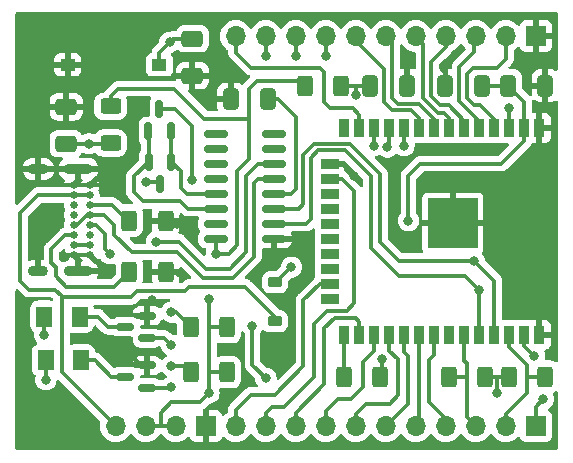
<source format=gtl>
G04 #@! TF.GenerationSoftware,KiCad,Pcbnew,7.0.5-0*
G04 #@! TF.CreationDate,2024-02-05T02:45:16-05:00*
G04 #@! TF.ProjectId,keystone-esp,6b657973-746f-46e6-952d-6573702e6b69,rev?*
G04 #@! TF.SameCoordinates,Original*
G04 #@! TF.FileFunction,Copper,L1,Top*
G04 #@! TF.FilePolarity,Positive*
%FSLAX46Y46*%
G04 Gerber Fmt 4.6, Leading zero omitted, Abs format (unit mm)*
G04 Created by KiCad (PCBNEW 7.0.5-0) date 2024-02-05 02:45:16*
%MOMM*%
%LPD*%
G01*
G04 APERTURE LIST*
G04 Aperture macros list*
%AMRoundRect*
0 Rectangle with rounded corners*
0 $1 Rounding radius*
0 $2 $3 $4 $5 $6 $7 $8 $9 X,Y pos of 4 corners*
0 Add a 4 corners polygon primitive as box body*
4,1,4,$2,$3,$4,$5,$6,$7,$8,$9,$2,$3,0*
0 Add four circle primitives for the rounded corners*
1,1,$1+$1,$2,$3*
1,1,$1+$1,$4,$5*
1,1,$1+$1,$6,$7*
1,1,$1+$1,$8,$9*
0 Add four rect primitives between the rounded corners*
20,1,$1+$1,$2,$3,$4,$5,0*
20,1,$1+$1,$4,$5,$6,$7,0*
20,1,$1+$1,$6,$7,$8,$9,0*
20,1,$1+$1,$8,$9,$2,$3,0*%
G04 Aperture macros list end*
G04 #@! TA.AperFunction,HeatsinkPad*
%ADD10C,0.600000*%
G04 #@! TD*
G04 #@! TA.AperFunction,SMDPad,CuDef*
%ADD11R,1.050000X1.050000*%
G04 #@! TD*
G04 #@! TA.AperFunction,SMDPad,CuDef*
%ADD12R,4.200000X4.200000*%
G04 #@! TD*
G04 #@! TA.AperFunction,SMDPad,CuDef*
%ADD13R,0.900000X1.500000*%
G04 #@! TD*
G04 #@! TA.AperFunction,SMDPad,CuDef*
%ADD14R,1.500000X0.900000*%
G04 #@! TD*
G04 #@! TA.AperFunction,SMDPad,CuDef*
%ADD15RoundRect,0.225000X-0.375000X0.225000X-0.375000X-0.225000X0.375000X-0.225000X0.375000X0.225000X0*%
G04 #@! TD*
G04 #@! TA.AperFunction,ComponentPad*
%ADD16R,1.700000X1.700000*%
G04 #@! TD*
G04 #@! TA.AperFunction,ComponentPad*
%ADD17O,1.700000X1.700000*%
G04 #@! TD*
G04 #@! TA.AperFunction,SMDPad,CuDef*
%ADD18RoundRect,0.250000X-0.400000X-0.625000X0.400000X-0.625000X0.400000X0.625000X-0.400000X0.625000X0*%
G04 #@! TD*
G04 #@! TA.AperFunction,SMDPad,CuDef*
%ADD19RoundRect,0.250000X0.400000X0.625000X-0.400000X0.625000X-0.400000X-0.625000X0.400000X-0.625000X0*%
G04 #@! TD*
G04 #@! TA.AperFunction,SMDPad,CuDef*
%ADD20R,1.250000X1.000000*%
G04 #@! TD*
G04 #@! TA.AperFunction,SMDPad,CuDef*
%ADD21RoundRect,0.150000X0.825000X0.150000X-0.825000X0.150000X-0.825000X-0.150000X0.825000X-0.150000X0*%
G04 #@! TD*
G04 #@! TA.AperFunction,SMDPad,CuDef*
%ADD22RoundRect,0.250000X0.625000X-0.400000X0.625000X0.400000X-0.625000X0.400000X-0.625000X-0.400000X0*%
G04 #@! TD*
G04 #@! TA.AperFunction,SMDPad,CuDef*
%ADD23RoundRect,0.150000X0.587500X0.150000X-0.587500X0.150000X-0.587500X-0.150000X0.587500X-0.150000X0*%
G04 #@! TD*
G04 #@! TA.AperFunction,SMDPad,CuDef*
%ADD24RoundRect,0.150000X0.150000X-0.587500X0.150000X0.587500X-0.150000X0.587500X-0.150000X-0.587500X0*%
G04 #@! TD*
G04 #@! TA.AperFunction,SMDPad,CuDef*
%ADD25RoundRect,0.150000X-0.150000X0.587500X-0.150000X-0.587500X0.150000X-0.587500X0.150000X0.587500X0*%
G04 #@! TD*
G04 #@! TA.AperFunction,ComponentPad*
%ADD26C,0.650000*%
G04 #@! TD*
G04 #@! TA.AperFunction,ComponentPad*
%ADD27O,1.700000X0.900000*%
G04 #@! TD*
G04 #@! TA.AperFunction,ComponentPad*
%ADD28O,2.400000X0.900000*%
G04 #@! TD*
G04 #@! TA.AperFunction,SMDPad,CuDef*
%ADD29RoundRect,0.250001X0.462499X0.624999X-0.462499X0.624999X-0.462499X-0.624999X0.462499X-0.624999X0*%
G04 #@! TD*
G04 #@! TA.AperFunction,SMDPad,CuDef*
%ADD30RoundRect,0.250000X0.650000X-0.412500X0.650000X0.412500X-0.650000X0.412500X-0.650000X-0.412500X0*%
G04 #@! TD*
G04 #@! TA.AperFunction,SMDPad,CuDef*
%ADD31RoundRect,0.250000X-0.412500X-0.650000X0.412500X-0.650000X0.412500X0.650000X-0.412500X0.650000X0*%
G04 #@! TD*
G04 #@! TA.AperFunction,SMDPad,CuDef*
%ADD32RoundRect,0.250000X0.412500X0.650000X-0.412500X0.650000X-0.412500X-0.650000X0.412500X-0.650000X0*%
G04 #@! TD*
G04 #@! TA.AperFunction,ViaPad*
%ADD33C,0.800000*%
G04 #@! TD*
G04 #@! TA.AperFunction,Conductor*
%ADD34C,0.304800*%
G04 #@! TD*
G04 APERTURE END LIST*
D10*
G04 #@! TO.P,U2,39,GND*
G04 #@! TO.N,GND*
X214188500Y-94973000D03*
D11*
X213426000Y-94973000D03*
D10*
X212663500Y-96498000D03*
D12*
X213426000Y-94973000D03*
D10*
X213426000Y-94210500D03*
D11*
X214951000Y-94973000D03*
D10*
X213426000Y-95735500D03*
D11*
X214951000Y-96498000D03*
X211901000Y-93448000D03*
X213426000Y-93448000D03*
X213426000Y-96498000D03*
D10*
X212663500Y-94973000D03*
X214188500Y-96498000D03*
X214951000Y-94210500D03*
X211901000Y-94210500D03*
D11*
X211901000Y-94973000D03*
X211901000Y-96498000D03*
D10*
X212663500Y-93448000D03*
X214951000Y-95735500D03*
D11*
X214951000Y-93448000D03*
D10*
X211901000Y-95735500D03*
X214188500Y-93448000D03*
D13*
G04 #@! TO.P,U2,38,GND*
X220766000Y-104403000D03*
G04 #@! TO.P,U2,37,IO23*
G04 #@! TO.N,/IO23*
X219496000Y-104403000D03*
G04 #@! TO.P,U2,36,IO22*
G04 #@! TO.N,/IO22*
X218226000Y-104403000D03*
G04 #@! TO.P,U2,35,TXD0/IO1*
G04 #@! TO.N,/TX*
X216956000Y-104403000D03*
G04 #@! TO.P,U2,34,RXD0/IO3*
G04 #@! TO.N,/RX*
X215686000Y-104403000D03*
G04 #@! TO.P,U2,33,IO21*
G04 #@! TO.N,/IO21*
X214416000Y-104403000D03*
G04 #@! TO.P,U2,32,NC*
G04 #@! TO.N,unconnected-(U2-NC-Pad32)*
X213146000Y-104403000D03*
G04 #@! TO.P,U2,31,IO19*
G04 #@! TO.N,/IO19*
X211876000Y-104403000D03*
G04 #@! TO.P,U2,30,IO18*
G04 #@! TO.N,/IO18*
X210606000Y-104403000D03*
G04 #@! TO.P,U2,29,IO5*
G04 #@! TO.N,/IO5*
X209336000Y-104403000D03*
G04 #@! TO.P,U2,28,IO17*
G04 #@! TO.N,/IO17*
X208066000Y-104403000D03*
G04 #@! TO.P,U2,27,IO16*
G04 #@! TO.N,/IO16*
X206796000Y-104403000D03*
G04 #@! TO.P,U2,26,IO4*
G04 #@! TO.N,/IO4*
X205526000Y-104403000D03*
G04 #@! TO.P,U2,25,IO0*
G04 #@! TO.N,Net-(U2-IO0)*
X204256000Y-104403000D03*
D14*
G04 #@! TO.P,U2,24,IO2*
G04 #@! TO.N,unconnected-(U2-IO2-Pad24)*
X203006000Y-101373000D03*
G04 #@! TO.P,U2,23,IO15*
G04 #@! TO.N,/IO15*
X203006000Y-100103000D03*
G04 #@! TO.P,U2,22,SDI/SD1*
G04 #@! TO.N,unconnected-(U2-SDI{slash}SD1-Pad22)*
X203006000Y-98833000D03*
G04 #@! TO.P,U2,21,SDO/SD0*
G04 #@! TO.N,unconnected-(U2-SDO{slash}SD0-Pad21)*
X203006000Y-97563000D03*
G04 #@! TO.P,U2,20,SCK/CLK*
G04 #@! TO.N,unconnected-(U2-SCK{slash}CLK-Pad20)*
X203006000Y-96293000D03*
G04 #@! TO.P,U2,19,SCS/CMD*
G04 #@! TO.N,unconnected-(U2-SCS{slash}CMD-Pad19)*
X203006000Y-95023000D03*
G04 #@! TO.P,U2,18,SWP/SD3*
G04 #@! TO.N,unconnected-(U2-SWP{slash}SD3-Pad18)*
X203006000Y-93753000D03*
G04 #@! TO.P,U2,17,SHD/SD2*
G04 #@! TO.N,unconnected-(U2-SHD{slash}SD2-Pad17)*
X203006000Y-92483000D03*
G04 #@! TO.P,U2,16,IO13*
G04 #@! TO.N,/IO13*
X203006000Y-91213000D03*
G04 #@! TO.P,U2,15,GND*
G04 #@! TO.N,GND*
X203006000Y-89943000D03*
D13*
G04 #@! TO.P,U2,14,IO12*
G04 #@! TO.N,unconnected-(U2-IO12-Pad14)*
X204256000Y-86903000D03*
G04 #@! TO.P,U2,13,IO14*
G04 #@! TO.N,/IO14*
X205526000Y-86903000D03*
G04 #@! TO.P,U2,12,IO27*
G04 #@! TO.N,/IO27*
X206796000Y-86903000D03*
G04 #@! TO.P,U2,11,IO26*
G04 #@! TO.N,/IO26*
X208066000Y-86903000D03*
G04 #@! TO.P,U2,10,IO25*
G04 #@! TO.N,/IO25*
X209336000Y-86903000D03*
G04 #@! TO.P,U2,9,IO33*
G04 #@! TO.N,/IO33*
X210606000Y-86903000D03*
G04 #@! TO.P,U2,8,IO32*
G04 #@! TO.N,/IO32*
X211876000Y-86903000D03*
G04 #@! TO.P,U2,7,IO35*
G04 #@! TO.N,/IO35*
X213146000Y-86903000D03*
G04 #@! TO.P,U2,6,IO34*
G04 #@! TO.N,/IO34*
X214416000Y-86903000D03*
G04 #@! TO.P,U2,5,SENSOR_VN*
G04 #@! TO.N,/IO39*
X215686000Y-86903000D03*
G04 #@! TO.P,U2,4,SENSOR_VP*
G04 #@! TO.N,/IO36*
X216956000Y-86903000D03*
G04 #@! TO.P,U2,3,EN*
G04 #@! TO.N,/EN*
X218226000Y-86903000D03*
G04 #@! TO.P,U2,2,VDD*
G04 #@! TO.N,VCC*
X219496000Y-86903000D03*
G04 #@! TO.P,U2,1,GND*
G04 #@! TO.N,GND*
X220766000Y-86903000D03*
G04 #@! TD*
D15*
G04 #@! TO.P,D3,1,K*
G04 #@! TO.N,Net-(D3-K)*
X198374000Y-99950000D03*
G04 #@! TO.P,D3,2,A*
G04 #@! TO.N,VBUS*
X198374000Y-103250000D03*
G04 #@! TD*
D16*
G04 #@! TO.P,J7,1,Pin_1*
G04 #@! TO.N,GND*
X192532000Y-112141000D03*
D17*
G04 #@! TO.P,J7,2,Pin_2*
G04 #@! TO.N,VCC*
X189992000Y-112141000D03*
G04 #@! TO.P,J7,3,Pin_3*
X187452000Y-112141000D03*
G04 #@! TO.P,J7,4,Pin_4*
G04 #@! TO.N,VBUS*
X184912000Y-112141000D03*
G04 #@! TD*
D18*
G04 #@! TO.P,R9,1*
G04 #@! TO.N,VCC*
X218160000Y-107950000D03*
G04 #@! TO.P,R9,2*
G04 #@! TO.N,/IO22*
X221260000Y-107950000D03*
G04 #@! TD*
D19*
G04 #@! TO.P,R8,1*
G04 #@! TO.N,VCC*
X216180000Y-107950000D03*
G04 #@! TO.P,R8,2*
G04 #@! TO.N,/IO21*
X213080000Y-107950000D03*
G04 #@! TD*
D20*
G04 #@! TO.P,SW1,1,1*
G04 #@! TO.N,GND*
X180833800Y-81534000D03*
G04 #@! TO.P,SW1,2,2*
G04 #@! TO.N,/EN*
X188583800Y-81534000D03*
G04 #@! TD*
D21*
G04 #@! TO.P,U1,16,VCC*
G04 #@! TO.N,VCC*
X193359000Y-96266000D03*
G04 #@! TO.P,U1,15,R232*
G04 #@! TO.N,unconnected-(U1-R232-Pad15)*
X193359000Y-94996000D03*
G04 #@! TO.P,U1,14,~{RTS}*
G04 #@! TO.N,/RTS*
X193359000Y-93726000D03*
G04 #@! TO.P,U1,13,~{DTR}*
G04 #@! TO.N,/DTR*
X193359000Y-92456000D03*
G04 #@! TO.P,U1,12,~{DCD}*
G04 #@! TO.N,unconnected-(U1-~{DCD}-Pad12)*
X193359000Y-91186000D03*
G04 #@! TO.P,U1,11,~{RI}*
G04 #@! TO.N,unconnected-(U1-~{RI}-Pad11)*
X193359000Y-89916000D03*
G04 #@! TO.P,U1,10,~{DSR}*
G04 #@! TO.N,unconnected-(U1-~{DSR}-Pad10)*
X193359000Y-88646000D03*
G04 #@! TO.P,U1,9,~{CTS}*
G04 #@! TO.N,unconnected-(U1-~{CTS}-Pad9)*
X193359000Y-87376000D03*
G04 #@! TO.P,U1,8,NC*
G04 #@! TO.N,unconnected-(U1-NC-Pad8)*
X198309000Y-87376000D03*
G04 #@! TO.P,U1,7,NC*
G04 #@! TO.N,unconnected-(U1-NC-Pad7)*
X198309000Y-88646000D03*
G04 #@! TO.P,U1,6,UD-*
G04 #@! TO.N,Net-(J1-DN1)*
X198309000Y-89916000D03*
G04 #@! TO.P,U1,5,UD+*
G04 #@! TO.N,Net-(J1-DP1)*
X198309000Y-91186000D03*
G04 #@! TO.P,U1,4,V3*
G04 #@! TO.N,Net-(U1-V3)*
X198309000Y-92456000D03*
G04 #@! TO.P,U1,3,RXD*
G04 #@! TO.N,/TX*
X198309000Y-93726000D03*
G04 #@! TO.P,U1,2,TXD*
G04 #@! TO.N,/RX*
X198309000Y-94996000D03*
G04 #@! TO.P,U1,1,GND*
G04 #@! TO.N,GND*
X198309000Y-96266000D03*
G04 #@! TD*
D18*
G04 #@! TO.P,R7,2*
G04 #@! TO.N,VCC*
X194336000Y-107569000D03*
G04 #@! TO.P,R7,1*
G04 #@! TO.N,Net-(D2-A)*
X191236000Y-107569000D03*
G04 #@! TD*
G04 #@! TO.P,R6,1*
G04 #@! TO.N,Net-(D1-A)*
X191236000Y-103759000D03*
G04 #@! TO.P,R6,2*
G04 #@! TO.N,VCC*
X194336000Y-103759000D03*
G04 #@! TD*
D22*
G04 #@! TO.P,R5,1*
G04 #@! TO.N,/EN*
X184454800Y-88164000D03*
G04 #@! TO.P,R5,2*
G04 #@! TO.N,VCC*
X184454800Y-85064000D03*
G04 #@! TD*
D18*
G04 #@! TO.P,R4,1*
G04 #@! TO.N,Net-(J1-CC1)*
X186029000Y-94742000D03*
G04 #@! TO.P,R4,2*
G04 #@! TO.N,GND*
X189129000Y-94742000D03*
G04 #@! TD*
G04 #@! TO.P,R3,1*
G04 #@! TO.N,Net-(J1-CC2)*
X186029000Y-99060000D03*
G04 #@! TO.P,R3,2*
G04 #@! TO.N,GND*
X189129000Y-99060000D03*
G04 #@! TD*
G04 #@! TO.P,R2,1*
G04 #@! TO.N,Net-(U2-IO0)*
X204190000Y-107950000D03*
G04 #@! TO.P,R2,2*
G04 #@! TO.N,/IO0*
X207290000Y-107950000D03*
G04 #@! TD*
G04 #@! TO.P,R1,1*
G04 #@! TO.N,VCC*
X200888000Y-83312000D03*
G04 #@! TO.P,R1,2*
G04 #@! TO.N,/EN*
X203988000Y-83312000D03*
G04 #@! TD*
D23*
G04 #@! TO.P,Q4,1,G*
G04 #@! TO.N,/RX*
X187576700Y-108900000D03*
G04 #@! TO.P,Q4,2,S*
G04 #@! TO.N,GND*
X187576700Y-107000000D03*
G04 #@! TO.P,Q4,3,D*
G04 #@! TO.N,Net-(D2-K)*
X185701700Y-107950000D03*
G04 #@! TD*
G04 #@! TO.P,Q3,1,G*
G04 #@! TO.N,/TX*
X187576700Y-104683600D03*
G04 #@! TO.P,Q3,2,S*
G04 #@! TO.N,GND*
X187576700Y-102783600D03*
G04 #@! TO.P,Q3,3,D*
G04 #@! TO.N,Net-(D1-K)*
X185701700Y-103733600D03*
G04 #@! TD*
D24*
G04 #@! TO.P,Q2,1,G*
G04 #@! TO.N,/RTS*
X187645000Y-87170500D03*
G04 #@! TO.P,Q2,2,S*
G04 #@! TO.N,/DTR*
X189545000Y-87170500D03*
G04 #@! TO.P,Q2,3,D*
G04 #@! TO.N,/IO0*
X188595000Y-85295500D03*
G04 #@! TD*
D25*
G04 #@! TO.P,Q1,1,G*
G04 #@! TO.N,/DTR*
X189570400Y-89740500D03*
G04 #@! TO.P,Q1,2,S*
G04 #@! TO.N,/RTS*
X187670400Y-89740500D03*
G04 #@! TO.P,Q1,3,D*
G04 #@! TO.N,/EN*
X188620400Y-91615500D03*
G04 #@! TD*
D16*
G04 #@! TO.P,J4,1,Pin_1*
G04 #@! TO.N,GND*
X220472000Y-79121000D03*
D17*
G04 #@! TO.P,J4,2,Pin_2*
G04 #@! TO.N,/IO36*
X217932000Y-79121000D03*
G04 #@! TO.P,J4,3,Pin_3*
G04 #@! TO.N,/IO39*
X215392000Y-79121000D03*
G04 #@! TO.P,J4,4,Pin_4*
G04 #@! TO.N,/IO34*
X212852000Y-79121000D03*
G04 #@! TO.P,J4,5,Pin_5*
G04 #@! TO.N,/IO35*
X210312000Y-79121000D03*
G04 #@! TO.P,J4,6,Pin_6*
G04 #@! TO.N,/IO32*
X207772000Y-79121000D03*
G04 #@! TO.P,J4,7,Pin_7*
G04 #@! TO.N,/IO33*
X205232000Y-79121000D03*
G04 #@! TO.P,J4,8,Pin_8*
G04 #@! TO.N,/IO25*
X202692000Y-79121000D03*
G04 #@! TO.P,J4,9,Pin_9*
G04 #@! TO.N,/IO26*
X200152000Y-79121000D03*
G04 #@! TO.P,J4,10,Pin_10*
G04 #@! TO.N,/IO27*
X197612000Y-79121000D03*
G04 #@! TO.P,J4,11,Pin_11*
G04 #@! TO.N,/IO14*
X195072000Y-79121000D03*
G04 #@! TD*
D16*
G04 #@! TO.P,J2,1,Pin_1*
G04 #@! TO.N,/IO23*
X220472000Y-112141000D03*
D17*
G04 #@! TO.P,J2,2,Pin_2*
G04 #@! TO.N,/IO22*
X217932000Y-112141000D03*
G04 #@! TO.P,J2,3,Pin_3*
G04 #@! TO.N,/IO21*
X215392000Y-112141000D03*
G04 #@! TO.P,J2,4,Pin_4*
G04 #@! TO.N,/IO19*
X212852000Y-112141000D03*
G04 #@! TO.P,J2,5,Pin_5*
G04 #@! TO.N,/IO18*
X210312000Y-112141000D03*
G04 #@! TO.P,J2,6,Pin_6*
G04 #@! TO.N,/IO5*
X207772000Y-112141000D03*
G04 #@! TO.P,J2,7,Pin_7*
G04 #@! TO.N,/IO17*
X205232000Y-112141000D03*
G04 #@! TO.P,J2,8,Pin_8*
G04 #@! TO.N,/IO16*
X202692000Y-112141000D03*
G04 #@! TO.P,J2,9,Pin_9*
G04 #@! TO.N,/IO4*
X200152000Y-112141000D03*
G04 #@! TO.P,J2,10,Pin_10*
G04 #@! TO.N,/IO13*
X197612000Y-112141000D03*
G04 #@! TO.P,J2,11,Pin_11*
G04 #@! TO.N,/IO15*
X195072000Y-112141000D03*
G04 #@! TD*
D26*
G04 #@! TO.P,J1,A1,GND*
G04 #@! TO.N,GND*
X182706000Y-91723000D03*
G04 #@! TO.P,J1,A4,VBUS*
G04 #@! TO.N,VBUS*
X182706000Y-92573000D03*
G04 #@! TO.P,J1,A5,CC1*
G04 #@! TO.N,Net-(J1-CC1)*
X182706000Y-93423000D03*
G04 #@! TO.P,J1,A6,DP1*
G04 #@! TO.N,Net-(J1-DP1)*
X182706000Y-94273000D03*
G04 #@! TO.P,J1,A7,DN1*
G04 #@! TO.N,Net-(J1-DN1)*
X182706000Y-95123000D03*
G04 #@! TO.P,J1,A8,SBU1*
G04 #@! TO.N,unconnected-(J1-SBU1-PadA8)*
X182706000Y-95973000D03*
G04 #@! TO.P,J1,A9,VBUS*
G04 #@! TO.N,VBUS*
X182706000Y-96823000D03*
G04 #@! TO.P,J1,A12,GND*
G04 #@! TO.N,GND*
X182706000Y-97673000D03*
G04 #@! TO.P,J1,B1,GND*
X181356000Y-97673000D03*
G04 #@! TO.P,J1,B4,VBUS*
G04 #@! TO.N,VBUS*
X181356000Y-96823000D03*
G04 #@! TO.P,J1,B5,CC2*
G04 #@! TO.N,Net-(J1-CC2)*
X181356000Y-95973000D03*
G04 #@! TO.P,J1,B6,DP2*
G04 #@! TO.N,Net-(J1-DP1)*
X181356000Y-95123000D03*
G04 #@! TO.P,J1,B7,DN2*
G04 #@! TO.N,Net-(J1-DN1)*
X181356000Y-94273000D03*
G04 #@! TO.P,J1,B8,SBU2*
G04 #@! TO.N,unconnected-(J1-SBU2-PadB8)*
X181356000Y-93423000D03*
G04 #@! TO.P,J1,B9,VBUS*
G04 #@! TO.N,VBUS*
X181356000Y-92573000D03*
G04 #@! TO.P,J1,B12,GND*
G04 #@! TO.N,GND*
X181356000Y-91723000D03*
D27*
G04 #@! TO.P,J1,S1,SHELL*
X178346000Y-90373000D03*
G04 #@! TO.P,J1,S2,SHELL*
X178346000Y-99023000D03*
D28*
G04 #@! TO.P,J1,S3,SHELL*
X181726000Y-90373000D03*
G04 #@! TO.P,J1,S4,SHELL*
X181726000Y-99023000D03*
G04 #@! TD*
D29*
G04 #@! TO.P,D2,1,K*
G04 #@! TO.N,Net-(D2-K)*
X181954500Y-106553000D03*
G04 #@! TO.P,D2,2,A*
G04 #@! TO.N,Net-(D2-A)*
X178979500Y-106553000D03*
G04 #@! TD*
G04 #@! TO.P,D1,1,K*
G04 #@! TO.N,Net-(D1-K)*
X181827500Y-102870000D03*
G04 #@! TO.P,D1,2,A*
G04 #@! TO.N,Net-(D1-A)*
X178852500Y-102870000D03*
G04 #@! TD*
D30*
G04 #@! TO.P,C6,2*
G04 #@! TO.N,GND*
X180695600Y-85102300D03*
G04 #@! TO.P,C6,1*
G04 #@! TO.N,/EN*
X180695600Y-88227300D03*
G04 #@! TD*
D31*
G04 #@! TO.P,C5,1*
G04 #@! TO.N,GND*
X194652500Y-84455000D03*
G04 #@! TO.P,C5,2*
G04 #@! TO.N,Net-(U1-V3)*
X197777500Y-84455000D03*
G04 #@! TD*
D30*
G04 #@! TO.P,C4,1*
G04 #@! TO.N,GND*
X191389000Y-82461500D03*
G04 #@! TO.P,C4,2*
G04 #@! TO.N,/EN*
X191389000Y-79336500D03*
G04 #@! TD*
D32*
G04 #@! TO.P,C3,1*
G04 #@! TO.N,VCC*
X215938500Y-83312000D03*
G04 #@! TO.P,C3,2*
G04 #@! TO.N,GND*
X212813500Y-83312000D03*
G04 #@! TD*
D31*
G04 #@! TO.P,C2,1*
G04 #@! TO.N,VCC*
X218147500Y-83312000D03*
G04 #@! TO.P,C2,2*
G04 #@! TO.N,GND*
X221272500Y-83312000D03*
G04 #@! TD*
G04 #@! TO.P,C1,1*
G04 #@! TO.N,/EN*
X206463500Y-83312000D03*
G04 #@! TO.P,C1,2*
G04 #@! TO.N,GND*
X209588500Y-83312000D03*
G04 #@! TD*
D33*
G04 #@! TO.N,GND*
X180594000Y-97790000D03*
X179832000Y-91313000D03*
X205105000Y-90932000D03*
X190119000Y-94996000D03*
X197866000Y-97790000D03*
X185801000Y-105791000D03*
X187960000Y-101473000D03*
X190373000Y-99187000D03*
X209550000Y-81407000D03*
X184531000Y-92075000D03*
X184277000Y-99244000D03*
X212725000Y-81788000D03*
G04 #@! TO.N,/IO27*
X197612000Y-80772000D03*
X206756000Y-88392000D03*
G04 #@! TO.N,/IO26*
X200152000Y-80772000D03*
X207899000Y-88519000D03*
G04 #@! TO.N,/IO25*
X202692000Y-80772000D03*
X209296000Y-88392000D03*
G04 #@! TO.N,/IO0*
X196469000Y-103632000D03*
X197612000Y-108077000D03*
X191389000Y-91313000D03*
G04 #@! TO.N,VCC*
X209677000Y-94742000D03*
G04 #@! TO.N,/RX*
X189611000Y-108839000D03*
G04 #@! TO.N,VCC*
X192786000Y-109347000D03*
G04 #@! TO.N,/TX*
X189611000Y-105283000D03*
G04 #@! TO.N,VCC*
X192786000Y-101346000D03*
G04 #@! TO.N,Net-(D3-K)*
X199771000Y-98679000D03*
G04 #@! TO.N,/EN*
X218186000Y-85217000D03*
X189484000Y-79629000D03*
X182626000Y-88227300D03*
X205232000Y-84074000D03*
G04 #@! TO.N,/IO0*
X207409793Y-106439297D03*
G04 #@! TO.N,/TX*
X215265000Y-98171000D03*
G04 #@! TO.N,/RX*
X215686000Y-100624000D03*
G04 #@! TO.N,Net-(D2-A)*
X189611000Y-107061000D03*
X178979500Y-108204000D03*
G04 #@! TO.N,Net-(D1-A)*
X189611000Y-102489000D03*
X178852500Y-104394000D03*
G04 #@! TO.N,/IO23*
X220345000Y-106172000D03*
X221107000Y-109855000D03*
G04 #@! TO.N,VCC*
X217170000Y-109347000D03*
X193421000Y-97536000D03*
G04 #@! TO.N,Net-(J1-DN1)*
X184404000Y-97536000D03*
X188341000Y-96520000D03*
G04 #@! TO.N,/EN*
X187452000Y-91440000D03*
G04 #@! TD*
D34*
G04 #@! TO.N,Net-(J1-CC2)*
X184759000Y-100330000D02*
X180721000Y-100330000D01*
X179832000Y-98679000D02*
X179451000Y-98298000D01*
X186029000Y-99060000D02*
X184759000Y-100330000D01*
X179451000Y-97155000D02*
X180633000Y-95973000D01*
X180721000Y-100330000D02*
X179832000Y-99441000D01*
X179832000Y-99441000D02*
X179832000Y-98679000D01*
X179451000Y-98298000D02*
X179451000Y-97155000D01*
X180633000Y-95973000D02*
X181356000Y-95973000D01*
G04 #@! TO.N,GND*
X180711000Y-97673000D02*
X180594000Y-97790000D01*
X181356000Y-97673000D02*
X180711000Y-97673000D01*
X180242000Y-91723000D02*
X179832000Y-91313000D01*
X181356000Y-91723000D02*
X180242000Y-91723000D01*
G04 #@! TO.N,/IO39*
X215686000Y-86903000D02*
X215686000Y-86273000D01*
X215686000Y-86273000D02*
X213995000Y-84582000D01*
X213995000Y-84582000D02*
X213995000Y-81724500D01*
X213995000Y-81724500D02*
X215265000Y-80454500D01*
X215265000Y-80454500D02*
X215265000Y-79248000D01*
X215265000Y-79248000D02*
X215392000Y-79121000D01*
G04 #@! TO.N,GND*
X212725000Y-81788000D02*
X212725000Y-82119000D01*
X212725000Y-82119000D02*
X212813500Y-82207500D01*
X212813500Y-82207500D02*
X212813500Y-83312000D01*
G04 #@! TO.N,/IO34*
X214416000Y-86903000D02*
X214416000Y-86273000D01*
X212344000Y-84963000D02*
X211582000Y-84201000D01*
X214416000Y-86273000D02*
X213106000Y-84963000D01*
X212852000Y-80010000D02*
X212852000Y-79121000D01*
X213106000Y-84963000D02*
X212344000Y-84963000D01*
X211582000Y-84201000D02*
X211582000Y-81280000D01*
X211582000Y-81280000D02*
X212852000Y-80010000D01*
G04 #@! TO.N,GND*
X205105000Y-90932000D02*
X204116000Y-89943000D01*
X204116000Y-89943000D02*
X203006000Y-89943000D01*
X189865000Y-94742000D02*
X190119000Y-94996000D01*
X189129000Y-94742000D02*
X189865000Y-94742000D01*
X198309000Y-97347000D02*
X197866000Y-97790000D01*
X198309000Y-96266000D02*
X198309000Y-97347000D01*
X187010000Y-107000000D02*
X185801000Y-105791000D01*
X187576700Y-107000000D02*
X187010000Y-107000000D01*
X187576700Y-101856300D02*
X187960000Y-101473000D01*
X187576700Y-102783600D02*
X187576700Y-101856300D01*
X190246000Y-99060000D02*
X190373000Y-99187000D01*
X189129000Y-99060000D02*
X190246000Y-99060000D01*
G04 #@! TO.N,/IO13*
X204060800Y-91213000D02*
X205105000Y-92257200D01*
X202819000Y-102362000D02*
X201676000Y-103505000D01*
X205105000Y-92257200D02*
X205105000Y-101727000D01*
X204470000Y-102362000D02*
X202819000Y-102362000D01*
X205105000Y-101727000D02*
X204470000Y-102362000D01*
X203006000Y-91213000D02*
X204060800Y-91213000D01*
X201676000Y-103505000D02*
X201676000Y-107950000D01*
X201676000Y-107950000D02*
X199136000Y-110490000D01*
X199136000Y-110490000D02*
X198120000Y-110490000D01*
X197612000Y-110998000D02*
X197612000Y-112141000D01*
X198120000Y-110490000D02*
X197612000Y-110998000D01*
G04 #@! TO.N,/IO4*
X205526000Y-104403000D02*
X205526000Y-103291000D01*
X200152000Y-110998000D02*
X200152000Y-112141000D01*
X205526000Y-103291000D02*
X205232000Y-102997000D01*
X205232000Y-102997000D02*
X203422250Y-102997000D01*
X203422250Y-102997000D02*
X202565000Y-103854250D01*
X202565000Y-108585000D02*
X200152000Y-110998000D01*
X202565000Y-103854250D02*
X202565000Y-108585000D01*
G04 #@! TO.N,Net-(U2-IO0)*
X204256000Y-104403000D02*
X204256000Y-107884000D01*
X204256000Y-107884000D02*
X204190000Y-107950000D01*
G04 #@! TO.N,/IO33*
X210606000Y-86903000D02*
X210606000Y-86019000D01*
X210606000Y-86019000D02*
X209931000Y-85344000D01*
X205232000Y-79502000D02*
X205232000Y-79121000D01*
X207645000Y-84709000D02*
X207645000Y-81915000D01*
X209931000Y-85344000D02*
X208280000Y-85344000D01*
X208280000Y-85344000D02*
X207645000Y-84709000D01*
X207645000Y-81915000D02*
X205232000Y-79502000D01*
G04 #@! TO.N,/IO32*
X211876000Y-86903000D02*
X211876000Y-86146000D01*
X210566000Y-84836000D02*
X208788000Y-84836000D01*
X208280000Y-84328000D02*
X208280000Y-79629000D01*
X208788000Y-84836000D02*
X208280000Y-84328000D01*
X211876000Y-86146000D02*
X210566000Y-84836000D01*
X208280000Y-79629000D02*
X207772000Y-79121000D01*
G04 #@! TO.N,GND*
X209588500Y-81445500D02*
X209550000Y-81407000D01*
X209588500Y-83312000D02*
X209588500Y-81445500D01*
X184179000Y-91723000D02*
X184531000Y-92075000D01*
X182706000Y-91723000D02*
X184179000Y-91723000D01*
X181356000Y-91723000D02*
X182706000Y-91723000D01*
X182706000Y-97673000D02*
X184277000Y-99244000D01*
X184277000Y-99314000D02*
X184277000Y-99244000D01*
X181356000Y-97673000D02*
X182706000Y-97673000D01*
G04 #@! TO.N,VBUS*
X180340000Y-101346000D02*
X180340000Y-107569000D01*
X180340000Y-107569000D02*
X184912000Y-112141000D01*
G04 #@! TO.N,VCC*
X188722000Y-112141000D02*
X188722000Y-110998000D01*
X188722000Y-110998000D02*
X189611000Y-110109000D01*
X189611000Y-110109000D02*
X192024000Y-110109000D01*
X192024000Y-110109000D02*
X192786000Y-109347000D01*
X187452000Y-112141000D02*
X188849000Y-112141000D01*
X188849000Y-112141000D02*
X189992000Y-112141000D01*
G04 #@! TO.N,Net-(D2-A)*
X178979500Y-108204000D02*
X178979500Y-106553000D01*
G04 #@! TO.N,Net-(D2-K)*
X184531000Y-107950000D02*
X183134000Y-106553000D01*
X183134000Y-106553000D02*
X181954500Y-106553000D01*
X185701700Y-107950000D02*
X184531000Y-107950000D01*
G04 #@! TO.N,Net-(D1-A)*
X178852500Y-104394000D02*
X178852500Y-102870000D01*
G04 #@! TO.N,Net-(D1-K)*
X185701700Y-103733600D02*
X184251600Y-103733600D01*
X184251600Y-103733600D02*
X183388000Y-102870000D01*
X183388000Y-102870000D02*
X181827500Y-102870000D01*
G04 #@! TO.N,VBUS*
X181356000Y-92573000D02*
X178318000Y-92573000D01*
X178318000Y-92573000D02*
X176784000Y-94107000D01*
X176784000Y-99822000D02*
X177546000Y-100584000D01*
X179768500Y-100584000D02*
X180340000Y-101155500D01*
X176784000Y-94107000D02*
X176784000Y-99822000D01*
X177546000Y-100584000D02*
X179768500Y-100584000D01*
X180340000Y-101155500D02*
X180340000Y-101346000D01*
X180340000Y-101346000D02*
X180467000Y-101219000D01*
X180467000Y-101219000D02*
X186182000Y-101219000D01*
X195834000Y-100330000D02*
X198374000Y-102870000D01*
X190754000Y-100711000D02*
X191135000Y-100330000D01*
X186182000Y-101219000D02*
X186690000Y-100711000D01*
X186690000Y-100711000D02*
X190754000Y-100711000D01*
X191135000Y-100330000D02*
X195834000Y-100330000D01*
X198374000Y-102870000D02*
X198374000Y-103250000D01*
G04 #@! TO.N,/TX*
X198309000Y-93726000D02*
X200406000Y-93726000D01*
X200787000Y-89154000D02*
X201676000Y-88265000D01*
X200406000Y-93726000D02*
X200787000Y-93345000D01*
X200787000Y-93345000D02*
X200787000Y-89154000D01*
X201676000Y-88265000D02*
X204724000Y-88265000D01*
X208915000Y-98171000D02*
X215265000Y-98171000D01*
X204724000Y-88265000D02*
X207264000Y-90805000D01*
X207264000Y-90805000D02*
X207264000Y-96520000D01*
X207264000Y-96520000D02*
X208915000Y-98171000D01*
G04 #@! TO.N,/RX*
X201041000Y-94996000D02*
X201422000Y-94615000D01*
X201422000Y-94615000D02*
X201422000Y-89408000D01*
X202057000Y-88773000D02*
X204279500Y-88773000D01*
X201422000Y-89408000D02*
X202057000Y-88773000D01*
X198309000Y-94996000D02*
X201041000Y-94996000D01*
X208915000Y-99441000D02*
X214503000Y-99441000D01*
X204279500Y-88773000D02*
X206502000Y-90995500D01*
X206502000Y-97028000D02*
X208915000Y-99441000D01*
X206502000Y-90995500D02*
X206502000Y-97028000D01*
X214503000Y-99441000D02*
X215686000Y-100624000D01*
G04 #@! TO.N,/IO36*
X216956000Y-86903000D02*
X216956000Y-86146000D01*
X215773000Y-84963000D02*
X215265000Y-84963000D01*
X214630000Y-84328000D02*
X214630000Y-82296000D01*
X214630000Y-82296000D02*
X215138000Y-81788000D01*
X216956000Y-86146000D02*
X215773000Y-84963000D01*
X217932000Y-81026000D02*
X217932000Y-79121000D01*
X215265000Y-84963000D02*
X214630000Y-84328000D01*
X215138000Y-81788000D02*
X217170000Y-81788000D01*
X217170000Y-81788000D02*
X217932000Y-81026000D01*
G04 #@! TO.N,/IO14*
X195072000Y-79121000D02*
X195072000Y-80518000D01*
X202184000Y-81788000D02*
X202565000Y-82169000D01*
X205526000Y-85765000D02*
X205526000Y-86903000D01*
X202565000Y-82169000D02*
X202565000Y-84709000D01*
X195072000Y-80518000D02*
X196342000Y-81788000D01*
X196342000Y-81788000D02*
X202184000Y-81788000D01*
X202565000Y-84709000D02*
X203073000Y-85217000D01*
X203073000Y-85217000D02*
X204978000Y-85217000D01*
X204978000Y-85217000D02*
X205526000Y-85765000D01*
G04 #@! TO.N,/IO27*
X197612000Y-80772000D02*
X197612000Y-79121000D01*
X206796000Y-88352000D02*
X206756000Y-88392000D01*
X206796000Y-86903000D02*
X206796000Y-88352000D01*
G04 #@! TO.N,VCC*
X200888000Y-83312000D02*
X200507000Y-82931000D01*
X200507000Y-82931000D02*
X196850000Y-82931000D01*
X196850000Y-82931000D02*
X196215000Y-83566000D01*
X196215000Y-83566000D02*
X196215000Y-86106000D01*
G04 #@! TO.N,/IO26*
X200152000Y-80772000D02*
X200152000Y-79121000D01*
X208066000Y-88352000D02*
X207899000Y-88519000D01*
X208066000Y-86903000D02*
X208066000Y-88352000D01*
G04 #@! TO.N,/IO25*
X202692000Y-80772000D02*
X202692000Y-79121000D01*
X209336000Y-88352000D02*
X209296000Y-88392000D01*
X209336000Y-86903000D02*
X209336000Y-88352000D01*
G04 #@! TO.N,/IO35*
X213146000Y-86019000D02*
X212725000Y-85598000D01*
X212725000Y-85598000D02*
X212217000Y-85598000D01*
X212217000Y-85598000D02*
X210947000Y-84328000D01*
X210947000Y-84328000D02*
X210947000Y-79756000D01*
X213146000Y-86903000D02*
X213146000Y-86019000D01*
X210947000Y-79756000D02*
X210312000Y-79121000D01*
G04 #@! TO.N,/IO0*
X196469000Y-106934000D02*
X196469000Y-103632000D01*
X197612000Y-108077000D02*
X196469000Y-106934000D01*
G04 #@! TO.N,VCC*
X192786000Y-107569000D02*
X192786000Y-103759000D01*
X192786000Y-103759000D02*
X192786000Y-101346000D01*
X194336000Y-103759000D02*
X192786000Y-103759000D01*
X192786000Y-109347000D02*
X192786000Y-107569000D01*
X194336000Y-107569000D02*
X192786000Y-107569000D01*
G04 #@! TO.N,/IO0*
X188595000Y-85295500D02*
X189943500Y-85295500D01*
X189943500Y-85295500D02*
X191389000Y-86741000D01*
X191389000Y-86741000D02*
X191389000Y-91313000D01*
G04 #@! TO.N,VCC*
X184454800Y-85064000D02*
X184454800Y-84226100D01*
X184454800Y-84226100D02*
X185114900Y-83566000D01*
X185114900Y-83566000D02*
X189865000Y-83566000D01*
X189865000Y-83566000D02*
X192405000Y-86106000D01*
X192405000Y-86106000D02*
X196215000Y-86106000D01*
X196215000Y-86106000D02*
X196215000Y-89535000D01*
X196215000Y-89535000D02*
X195199000Y-90551000D01*
X195199000Y-90551000D02*
X195199000Y-96805750D01*
X195199000Y-96805750D02*
X194468750Y-97536000D01*
X194468750Y-97536000D02*
X193421000Y-97536000D01*
G04 #@! TO.N,Net-(J1-DN1)*
X188341000Y-96520000D02*
X190246000Y-96520000D01*
X195961000Y-90932000D02*
X196977000Y-89916000D01*
X192532000Y-98806000D02*
X194564000Y-98806000D01*
X195961000Y-97409000D02*
X195961000Y-90932000D01*
X194564000Y-98806000D02*
X195961000Y-97409000D01*
X190246000Y-96520000D02*
X192532000Y-98806000D01*
X196977000Y-89916000D02*
X198309000Y-89916000D01*
G04 #@! TO.N,Net-(J1-DP1)*
X196977000Y-91186000D02*
X196596000Y-91567000D01*
X190119000Y-97409000D02*
X186245500Y-97409000D01*
X196596000Y-91567000D02*
X196596000Y-97790000D01*
X196596000Y-97790000D02*
X194818000Y-99568000D01*
X184771480Y-95934980D02*
X184771480Y-95109480D01*
X194818000Y-99568000D02*
X192278000Y-99568000D01*
X198309000Y-91186000D02*
X196977000Y-91186000D01*
X192278000Y-99568000D02*
X190119000Y-97409000D01*
X186245500Y-97409000D02*
X184771480Y-95934980D01*
X184771480Y-95109480D02*
X183935000Y-94273000D01*
X183935000Y-94273000D02*
X182706000Y-94273000D01*
G04 #@! TO.N,Net-(D3-K)*
X198500000Y-99950000D02*
X198374000Y-99950000D01*
X199771000Y-98679000D02*
X198500000Y-99950000D01*
G04 #@! TO.N,VCC*
X209677000Y-94742000D02*
X209677000Y-90932000D01*
X209677000Y-90932000D02*
X210693000Y-89916000D01*
X210693000Y-89916000D02*
X217537800Y-89916000D01*
X217537800Y-89916000D02*
X219496000Y-87957800D01*
X219496000Y-87957800D02*
X219496000Y-86903000D01*
G04 #@! TO.N,/RX*
X189611000Y-108839000D02*
X189550000Y-108900000D01*
X189550000Y-108900000D02*
X187576700Y-108900000D01*
G04 #@! TO.N,Net-(D2-A)*
X189611000Y-107061000D02*
X190728000Y-107061000D01*
X190728000Y-107061000D02*
X191236000Y-107569000D01*
G04 #@! TO.N,/TX*
X189611000Y-105283000D02*
X189011600Y-104683600D01*
X189011600Y-104683600D02*
X187576700Y-104683600D01*
G04 #@! TO.N,Net-(D1-A)*
X189966000Y-102489000D02*
X191236000Y-103759000D01*
X189611000Y-102489000D02*
X189966000Y-102489000D01*
G04 #@! TO.N,/IO17*
X208066000Y-104403000D02*
X208066000Y-105767500D01*
X208788000Y-106489500D02*
X208788000Y-109537500D01*
X208066000Y-105767500D02*
X208788000Y-106489500D01*
X208788000Y-109537500D02*
X208089500Y-110236000D01*
X208089500Y-110236000D02*
X206121000Y-110236000D01*
X206121000Y-110236000D02*
X205232000Y-111125000D01*
X205232000Y-111125000D02*
X205232000Y-112141000D01*
G04 #@! TO.N,/IO16*
X202692000Y-112141000D02*
X202692000Y-110871000D01*
X202692000Y-110871000D02*
X203708000Y-109855000D01*
X204851000Y-109855000D02*
X205867000Y-108839000D01*
X203708000Y-109855000D02*
X204851000Y-109855000D01*
X205867000Y-108839000D02*
X205867000Y-106680000D01*
X205867000Y-106680000D02*
X206796000Y-105751000D01*
X206796000Y-105751000D02*
X206796000Y-104403000D01*
G04 #@! TO.N,/IO15*
X195072000Y-112141000D02*
X195072000Y-110744000D01*
X196342000Y-109474000D02*
X198374000Y-109474000D01*
X195072000Y-110744000D02*
X196342000Y-109474000D01*
X198374000Y-109474000D02*
X200787000Y-107061000D01*
X202157000Y-100103000D02*
X203006000Y-100103000D01*
X200787000Y-107061000D02*
X200787000Y-101473000D01*
X200787000Y-101473000D02*
X202157000Y-100103000D01*
G04 #@! TO.N,VCC*
X193421000Y-97536000D02*
X193421000Y-96328000D01*
X193421000Y-96328000D02*
X193359000Y-96266000D01*
G04 #@! TO.N,/DTR*
X189545000Y-87170500D02*
X189570400Y-87195900D01*
X189570400Y-87195900D02*
X189570400Y-89740500D01*
G04 #@! TO.N,/RTS*
X193359000Y-93726000D02*
X191008000Y-93726000D01*
X191008000Y-93726000D02*
X190373000Y-93091000D01*
X190373000Y-93091000D02*
X187198000Y-93091000D01*
X187198000Y-93091000D02*
X186436000Y-92329000D01*
X186436000Y-92329000D02*
X186436000Y-90974900D01*
X186436000Y-90974900D02*
X187670400Y-89740500D01*
G04 #@! TO.N,/EN*
X188583800Y-80529200D02*
X189776500Y-79336500D01*
X188583800Y-81534000D02*
X188583800Y-80529200D01*
X189776500Y-79336500D02*
X191389000Y-79336500D01*
G04 #@! TO.N,/RTS*
X187670400Y-89740500D02*
X187670400Y-87868800D01*
X187645000Y-87843400D02*
X187645000Y-87170500D01*
X187670400Y-87868800D02*
X187645000Y-87843400D01*
G04 #@! TO.N,/DTR*
X190398400Y-90568500D02*
X189570400Y-89740500D01*
X190398400Y-91948000D02*
X190398400Y-90568500D01*
X193359000Y-92456000D02*
X190906400Y-92456000D01*
X190906400Y-92456000D02*
X190398400Y-91948000D01*
G04 #@! TO.N,/EN*
X187452000Y-91440000D02*
X188444900Y-91440000D01*
X188444900Y-91440000D02*
X188620400Y-91615500D01*
G04 #@! TO.N,Net-(U1-V3)*
X197777500Y-84455000D02*
X198628000Y-84455000D01*
X200152000Y-92075000D02*
X199771000Y-92456000D01*
X198628000Y-84455000D02*
X200152000Y-85979000D01*
X200152000Y-85979000D02*
X200152000Y-92075000D01*
X199771000Y-92456000D02*
X198309000Y-92456000D01*
G04 #@! TO.N,VCC*
X215938500Y-83312000D02*
X218147500Y-83312000D01*
X219496000Y-86903000D02*
X219496000Y-84660500D01*
X219496000Y-84660500D02*
X218147500Y-83312000D01*
G04 #@! TO.N,/EN*
X218186000Y-85217000D02*
X218186000Y-86863000D01*
X218186000Y-86863000D02*
X218226000Y-86903000D01*
X180695600Y-88227300D02*
X184391500Y-88227300D01*
X184391500Y-88227300D02*
X184454800Y-88164000D01*
X205232000Y-84074000D02*
X205232000Y-83312000D01*
X205232000Y-83312000D02*
X206463500Y-83312000D01*
X205232000Y-83312000D02*
X203988000Y-83312000D01*
G04 #@! TO.N,/IO0*
X207409793Y-106439297D02*
X207409793Y-107830207D01*
X207409793Y-107830207D02*
X207290000Y-107950000D01*
G04 #@! TO.N,/TX*
X215265000Y-98171000D02*
X216956000Y-99862000D01*
X216956000Y-99862000D02*
X216956000Y-104403000D01*
G04 #@! TO.N,/IO19*
X211876000Y-104403000D02*
X211876000Y-106132000D01*
X211876000Y-106132000D02*
X211455000Y-106553000D01*
X211455000Y-110109000D02*
X212852000Y-111506000D01*
X211455000Y-106553000D02*
X211455000Y-110109000D01*
X212852000Y-111506000D02*
X212852000Y-112141000D01*
G04 #@! TO.N,/IO5*
X209336000Y-104403000D02*
X209336000Y-105831000D01*
X209336000Y-105831000D02*
X209677000Y-106172000D01*
X209677000Y-106172000D02*
X209677000Y-110236000D01*
X209677000Y-110236000D02*
X207772000Y-112141000D01*
G04 #@! TO.N,/IO18*
X210606000Y-104403000D02*
X210606000Y-111847000D01*
X210606000Y-111847000D02*
X210312000Y-112141000D01*
G04 #@! TO.N,/IO21*
X214630000Y-106807000D02*
X214630000Y-107950000D01*
X214630000Y-107950000D02*
X214630000Y-111379000D01*
X213080000Y-107950000D02*
X214630000Y-107950000D01*
X214416000Y-106593000D02*
X214630000Y-106807000D01*
X214416000Y-104403000D02*
X214416000Y-106593000D01*
X214630000Y-111379000D02*
X215392000Y-112141000D01*
G04 #@! TO.N,/IO22*
X217932000Y-112141000D02*
X217932000Y-111125000D01*
X217932000Y-111125000D02*
X219710000Y-109347000D01*
X219710000Y-109347000D02*
X219710000Y-107950000D01*
X221260000Y-107950000D02*
X219710000Y-107950000D01*
X219710000Y-107950000D02*
X219710000Y-106934000D01*
X218226000Y-105450000D02*
X218226000Y-104403000D01*
X219710000Y-106934000D02*
X218226000Y-105450000D01*
G04 #@! TO.N,/IO23*
X220472000Y-110490000D02*
X220472000Y-112141000D01*
X221107000Y-109855000D02*
X220472000Y-110490000D01*
X219496000Y-105323000D02*
X219496000Y-104403000D01*
X220345000Y-106172000D02*
X219496000Y-105323000D01*
G04 #@! TO.N,VCC*
X217170000Y-109347000D02*
X217170000Y-107950000D01*
X216180000Y-107950000D02*
X217170000Y-107950000D01*
X217170000Y-107950000D02*
X218160000Y-107950000D01*
G04 #@! TO.N,VBUS*
X182706000Y-96823000D02*
X181356000Y-96823000D01*
X181356000Y-92573000D02*
X182706000Y-92573000D01*
G04 #@! TO.N,/RX*
X215686000Y-100624000D02*
X215686000Y-104403000D01*
G04 #@! TO.N,Net-(J1-DN1)*
X183261000Y-95123000D02*
X182706000Y-95123000D01*
X184023000Y-95885000D02*
X183261000Y-95123000D01*
X184404000Y-97536000D02*
X184023000Y-97155000D01*
X184023000Y-97155000D02*
X184023000Y-95885000D01*
G04 #@! TO.N,Net-(J1-CC1)*
X185928000Y-94742000D02*
X184609000Y-93423000D01*
X184609000Y-93423000D02*
X182706000Y-93423000D01*
X186029000Y-94742000D02*
X185928000Y-94742000D01*
G04 #@! TO.N,Net-(J1-DP1)*
X182706000Y-94273000D02*
X182460000Y-94273000D01*
X182460000Y-94273000D02*
X181610000Y-95123000D01*
X181610000Y-95123000D02*
X181356000Y-95123000D01*
G04 #@! TD*
G04 #@! TA.AperFunction,Conductor*
G04 #@! TO.N,GND*
G36*
X176608703Y-100570488D02*
G01*
X176615166Y-100576506D01*
X176850916Y-100812256D01*
X177023681Y-100985021D01*
X177033779Y-100997625D01*
X177033963Y-100997474D01*
X177038930Y-101003479D01*
X177090873Y-101052256D01*
X177092272Y-101053612D01*
X177113375Y-101074715D01*
X177114725Y-101075762D01*
X177119195Y-101079230D01*
X177123636Y-101083023D01*
X177146917Y-101104885D01*
X177159185Y-101116405D01*
X177177890Y-101126688D01*
X177194141Y-101137363D01*
X177211006Y-101150445D01*
X177254553Y-101169289D01*
X177255759Y-101169811D01*
X177260996Y-101172376D01*
X177279886Y-101182761D01*
X177303738Y-101195875D01*
X177303740Y-101195875D01*
X177303741Y-101195876D01*
X177314936Y-101198750D01*
X177324407Y-101201182D01*
X177342819Y-101207485D01*
X177362399Y-101215959D01*
X177396200Y-101221311D01*
X177410564Y-101223587D01*
X177416279Y-101224770D01*
X177463520Y-101236900D01*
X177484861Y-101236900D01*
X177504258Y-101238426D01*
X177525327Y-101241763D01*
X177525328Y-101241764D01*
X177525328Y-101241763D01*
X177525329Y-101241764D01*
X177573880Y-101237174D01*
X177579716Y-101236900D01*
X179446698Y-101236900D01*
X179513737Y-101256585D01*
X179534379Y-101273219D01*
X179553647Y-101292487D01*
X179587132Y-101353810D01*
X179582148Y-101423502D01*
X179540276Y-101479435D01*
X179474812Y-101503852D01*
X179453364Y-101503526D01*
X179365017Y-101494500D01*
X179365008Y-101494500D01*
X178339992Y-101494500D01*
X178339984Y-101494500D01*
X178237204Y-101505000D01*
X178237203Y-101505001D01*
X178070664Y-101560186D01*
X178070662Y-101560187D01*
X177921348Y-101652286D01*
X177921344Y-101652289D01*
X177797289Y-101776344D01*
X177797286Y-101776348D01*
X177705187Y-101925662D01*
X177705186Y-101925664D01*
X177650001Y-102092203D01*
X177650000Y-102092204D01*
X177639500Y-102194984D01*
X177639500Y-103545015D01*
X177650000Y-103647795D01*
X177650001Y-103647796D01*
X177705186Y-103814335D01*
X177705187Y-103814337D01*
X177797286Y-103963651D01*
X177797289Y-103963655D01*
X177921345Y-104087711D01*
X177921347Y-104087712D01*
X177921372Y-104087732D01*
X177921386Y-104087752D01*
X177926452Y-104092818D01*
X177925586Y-104093683D01*
X177961751Y-104144752D01*
X177965049Y-104199022D01*
X177967506Y-104199281D01*
X177966827Y-104205740D01*
X177966826Y-104205744D01*
X177947040Y-104394000D01*
X177966826Y-104582256D01*
X177966827Y-104582259D01*
X178025318Y-104762277D01*
X178025321Y-104762284D01*
X178119967Y-104926216D01*
X178165434Y-104976712D01*
X178231818Y-105050439D01*
X178262048Y-105113430D01*
X178253423Y-105182766D01*
X178208681Y-105236431D01*
X178203714Y-105239233D01*
X178203813Y-105239394D01*
X178048348Y-105335286D01*
X178048344Y-105335289D01*
X177924289Y-105459344D01*
X177924286Y-105459348D01*
X177832187Y-105608662D01*
X177832186Y-105608664D01*
X177777001Y-105775203D01*
X177777000Y-105775204D01*
X177766500Y-105877984D01*
X177766499Y-105877997D01*
X177766499Y-107228002D01*
X177766500Y-107228015D01*
X177777000Y-107330795D01*
X177777001Y-107330797D01*
X177799315Y-107398135D01*
X177832186Y-107497335D01*
X177832187Y-107497337D01*
X177924286Y-107646651D01*
X177924289Y-107646655D01*
X178048344Y-107770710D01*
X178048348Y-107770713D01*
X178069605Y-107783825D01*
X178116330Y-107835773D01*
X178127551Y-107904735D01*
X178122439Y-107927681D01*
X178095963Y-108009166D01*
X178093826Y-108015744D01*
X178074040Y-108204000D01*
X178093826Y-108392256D01*
X178093827Y-108392259D01*
X178152318Y-108572277D01*
X178152321Y-108572284D01*
X178246967Y-108736216D01*
X178337339Y-108836584D01*
X178373629Y-108876888D01*
X178526765Y-108988148D01*
X178526770Y-108988151D01*
X178699692Y-109065142D01*
X178699697Y-109065144D01*
X178884854Y-109104500D01*
X178884855Y-109104500D01*
X179074144Y-109104500D01*
X179074146Y-109104500D01*
X179259303Y-109065144D01*
X179432230Y-108988151D01*
X179585371Y-108876888D01*
X179712033Y-108736216D01*
X179806679Y-108572284D01*
X179865174Y-108392256D01*
X179873640Y-108311697D01*
X179900223Y-108247087D01*
X179957520Y-108207102D01*
X180027339Y-108204441D01*
X180084641Y-108236981D01*
X183563573Y-111715913D01*
X183597058Y-111777236D01*
X183595667Y-111835686D01*
X183576939Y-111905583D01*
X183576936Y-111905596D01*
X183556341Y-112140999D01*
X183556341Y-112141000D01*
X183576936Y-112376403D01*
X183576938Y-112376413D01*
X183638094Y-112604655D01*
X183638096Y-112604659D01*
X183638097Y-112604663D01*
X183727631Y-112796669D01*
X183737965Y-112818830D01*
X183737967Y-112818834D01*
X183846281Y-112973521D01*
X183873505Y-113012401D01*
X184040599Y-113179495D01*
X184137384Y-113247264D01*
X184234165Y-113315032D01*
X184234167Y-113315033D01*
X184234170Y-113315035D01*
X184448337Y-113414903D01*
X184676592Y-113476063D01*
X184853034Y-113491500D01*
X184911999Y-113496659D01*
X184912000Y-113496659D01*
X184912001Y-113496659D01*
X184970966Y-113491500D01*
X185147408Y-113476063D01*
X185375663Y-113414903D01*
X185589830Y-113315035D01*
X185783401Y-113179495D01*
X185950495Y-113012401D01*
X186080424Y-112826842D01*
X186135002Y-112783217D01*
X186204500Y-112776023D01*
X186266855Y-112807546D01*
X186283575Y-112826842D01*
X186413500Y-113012395D01*
X186413505Y-113012401D01*
X186580599Y-113179495D01*
X186677384Y-113247264D01*
X186774165Y-113315032D01*
X186774167Y-113315033D01*
X186774170Y-113315035D01*
X186988337Y-113414903D01*
X187216592Y-113476063D01*
X187393034Y-113491500D01*
X187451999Y-113496659D01*
X187452000Y-113496659D01*
X187452001Y-113496659D01*
X187510966Y-113491500D01*
X187687408Y-113476063D01*
X187915663Y-113414903D01*
X188129830Y-113315035D01*
X188323401Y-113179495D01*
X188490495Y-113012401D01*
X188604700Y-112849299D01*
X188659274Y-112805676D01*
X188698485Y-112796669D01*
X188728614Y-112794774D01*
X188796757Y-112810211D01*
X188837974Y-112847406D01*
X188953500Y-113012395D01*
X188953505Y-113012401D01*
X189120599Y-113179495D01*
X189217384Y-113247264D01*
X189314165Y-113315032D01*
X189314167Y-113315033D01*
X189314170Y-113315035D01*
X189528337Y-113414903D01*
X189756592Y-113476063D01*
X189933034Y-113491500D01*
X189991999Y-113496659D01*
X189992000Y-113496659D01*
X189992001Y-113496659D01*
X190050966Y-113491500D01*
X190227408Y-113476063D01*
X190455663Y-113414903D01*
X190669830Y-113315035D01*
X190863401Y-113179495D01*
X190985717Y-113057178D01*
X191047036Y-113023696D01*
X191116728Y-113028680D01*
X191172662Y-113070551D01*
X191189577Y-113101528D01*
X191238646Y-113233088D01*
X191238649Y-113233093D01*
X191324809Y-113348187D01*
X191324812Y-113348190D01*
X191439906Y-113434350D01*
X191439913Y-113434354D01*
X191574620Y-113484596D01*
X191574627Y-113484598D01*
X191634155Y-113490999D01*
X191634172Y-113491000D01*
X192282000Y-113491000D01*
X192282000Y-112576501D01*
X192389685Y-112625680D01*
X192496237Y-112641000D01*
X192567763Y-112641000D01*
X192674315Y-112625680D01*
X192781999Y-112576501D01*
X192781999Y-113490999D01*
X192782000Y-113491000D01*
X193429828Y-113491000D01*
X193429844Y-113490999D01*
X193489372Y-113484598D01*
X193489379Y-113484596D01*
X193624086Y-113434354D01*
X193624093Y-113434350D01*
X193739187Y-113348190D01*
X193739190Y-113348187D01*
X193825350Y-113233093D01*
X193825354Y-113233086D01*
X193874422Y-113101529D01*
X193916293Y-113045595D01*
X193981757Y-113021178D01*
X194050030Y-113036030D01*
X194078285Y-113057181D01*
X194200599Y-113179495D01*
X194297384Y-113247265D01*
X194394165Y-113315032D01*
X194394167Y-113315033D01*
X194394170Y-113315035D01*
X194608337Y-113414903D01*
X194836592Y-113476063D01*
X195013034Y-113491500D01*
X195071999Y-113496659D01*
X195072000Y-113496659D01*
X195072001Y-113496659D01*
X195130966Y-113491500D01*
X195307408Y-113476063D01*
X195535663Y-113414903D01*
X195749830Y-113315035D01*
X195943401Y-113179495D01*
X196110495Y-113012401D01*
X196240424Y-112826842D01*
X196295002Y-112783217D01*
X196364500Y-112776023D01*
X196426855Y-112807546D01*
X196443575Y-112826842D01*
X196573500Y-113012395D01*
X196573505Y-113012401D01*
X196740599Y-113179495D01*
X196837384Y-113247265D01*
X196934165Y-113315032D01*
X196934167Y-113315033D01*
X196934170Y-113315035D01*
X197148337Y-113414903D01*
X197376592Y-113476063D01*
X197553034Y-113491500D01*
X197611999Y-113496659D01*
X197612000Y-113496659D01*
X197612001Y-113496659D01*
X197670966Y-113491500D01*
X197847408Y-113476063D01*
X198075663Y-113414903D01*
X198289830Y-113315035D01*
X198483401Y-113179495D01*
X198650495Y-113012401D01*
X198780424Y-112826842D01*
X198835002Y-112783217D01*
X198904500Y-112776023D01*
X198966855Y-112807546D01*
X198983575Y-112826842D01*
X199113500Y-113012395D01*
X199113505Y-113012401D01*
X199280599Y-113179495D01*
X199377384Y-113247265D01*
X199474165Y-113315032D01*
X199474167Y-113315033D01*
X199474170Y-113315035D01*
X199688337Y-113414903D01*
X199916592Y-113476063D01*
X200093034Y-113491500D01*
X200151999Y-113496659D01*
X200152000Y-113496659D01*
X200152001Y-113496659D01*
X200210966Y-113491500D01*
X200387408Y-113476063D01*
X200615663Y-113414903D01*
X200829830Y-113315035D01*
X201023401Y-113179495D01*
X201190495Y-113012401D01*
X201320424Y-112826842D01*
X201375002Y-112783217D01*
X201444500Y-112776023D01*
X201506855Y-112807546D01*
X201523575Y-112826842D01*
X201653500Y-113012395D01*
X201653505Y-113012401D01*
X201820599Y-113179495D01*
X201917384Y-113247265D01*
X202014165Y-113315032D01*
X202014167Y-113315033D01*
X202014170Y-113315035D01*
X202228337Y-113414903D01*
X202456592Y-113476063D01*
X202633034Y-113491500D01*
X202691999Y-113496659D01*
X202692000Y-113496659D01*
X202692001Y-113496659D01*
X202750966Y-113491500D01*
X202927408Y-113476063D01*
X203155663Y-113414903D01*
X203369830Y-113315035D01*
X203563401Y-113179495D01*
X203730495Y-113012401D01*
X203860424Y-112826842D01*
X203915002Y-112783217D01*
X203984500Y-112776023D01*
X204046855Y-112807546D01*
X204063575Y-112826842D01*
X204193500Y-113012395D01*
X204193505Y-113012401D01*
X204360599Y-113179495D01*
X204457384Y-113247265D01*
X204554165Y-113315032D01*
X204554167Y-113315033D01*
X204554170Y-113315035D01*
X204768337Y-113414903D01*
X204996592Y-113476063D01*
X205173034Y-113491500D01*
X205231999Y-113496659D01*
X205232000Y-113496659D01*
X205232001Y-113496659D01*
X205290966Y-113491500D01*
X205467408Y-113476063D01*
X205695663Y-113414903D01*
X205909830Y-113315035D01*
X206103401Y-113179495D01*
X206270495Y-113012401D01*
X206400424Y-112826842D01*
X206455002Y-112783217D01*
X206524500Y-112776023D01*
X206586855Y-112807546D01*
X206603575Y-112826842D01*
X206733500Y-113012395D01*
X206733505Y-113012401D01*
X206900599Y-113179495D01*
X206997384Y-113247265D01*
X207094165Y-113315032D01*
X207094167Y-113315033D01*
X207094170Y-113315035D01*
X207308337Y-113414903D01*
X207536592Y-113476063D01*
X207713034Y-113491500D01*
X207771999Y-113496659D01*
X207772000Y-113496659D01*
X207772001Y-113496659D01*
X207830966Y-113491500D01*
X208007408Y-113476063D01*
X208235663Y-113414903D01*
X208449830Y-113315035D01*
X208643401Y-113179495D01*
X208810495Y-113012401D01*
X208940424Y-112826842D01*
X208995002Y-112783217D01*
X209064500Y-112776023D01*
X209126855Y-112807546D01*
X209143575Y-112826842D01*
X209273500Y-113012395D01*
X209273505Y-113012401D01*
X209440599Y-113179495D01*
X209537384Y-113247265D01*
X209634165Y-113315032D01*
X209634167Y-113315033D01*
X209634170Y-113315035D01*
X209848337Y-113414903D01*
X210076592Y-113476063D01*
X210253034Y-113491500D01*
X210311999Y-113496659D01*
X210312000Y-113496659D01*
X210312001Y-113496659D01*
X210370966Y-113491500D01*
X210547408Y-113476063D01*
X210775663Y-113414903D01*
X210989830Y-113315035D01*
X211183401Y-113179495D01*
X211350495Y-113012401D01*
X211480424Y-112826842D01*
X211535002Y-112783217D01*
X211604500Y-112776023D01*
X211666855Y-112807546D01*
X211683575Y-112826842D01*
X211813500Y-113012395D01*
X211813505Y-113012401D01*
X211980599Y-113179495D01*
X212077384Y-113247265D01*
X212174165Y-113315032D01*
X212174167Y-113315033D01*
X212174170Y-113315035D01*
X212388337Y-113414903D01*
X212616592Y-113476063D01*
X212793034Y-113491500D01*
X212851999Y-113496659D01*
X212852000Y-113496659D01*
X212852001Y-113496659D01*
X212910966Y-113491500D01*
X213087408Y-113476063D01*
X213315663Y-113414903D01*
X213529830Y-113315035D01*
X213723401Y-113179495D01*
X213890495Y-113012401D01*
X214020424Y-112826842D01*
X214075002Y-112783217D01*
X214144500Y-112776023D01*
X214206855Y-112807546D01*
X214223575Y-112826842D01*
X214353500Y-113012395D01*
X214353505Y-113012401D01*
X214520599Y-113179495D01*
X214617384Y-113247265D01*
X214714165Y-113315032D01*
X214714167Y-113315033D01*
X214714170Y-113315035D01*
X214928337Y-113414903D01*
X215156592Y-113476063D01*
X215333034Y-113491500D01*
X215391999Y-113496659D01*
X215392000Y-113496659D01*
X215392001Y-113496659D01*
X215450966Y-113491500D01*
X215627408Y-113476063D01*
X215855663Y-113414903D01*
X216069830Y-113315035D01*
X216263401Y-113179495D01*
X216430495Y-113012401D01*
X216560424Y-112826842D01*
X216615002Y-112783217D01*
X216684500Y-112776023D01*
X216746855Y-112807546D01*
X216763575Y-112826842D01*
X216893500Y-113012395D01*
X216893505Y-113012401D01*
X217060599Y-113179495D01*
X217157384Y-113247265D01*
X217254165Y-113315032D01*
X217254167Y-113315033D01*
X217254170Y-113315035D01*
X217468337Y-113414903D01*
X217696592Y-113476063D01*
X217873034Y-113491500D01*
X217931999Y-113496659D01*
X217932000Y-113496659D01*
X217932001Y-113496659D01*
X217990966Y-113491500D01*
X218167408Y-113476063D01*
X218395663Y-113414903D01*
X218609830Y-113315035D01*
X218803401Y-113179495D01*
X218925329Y-113057566D01*
X218986648Y-113024084D01*
X219056340Y-113029068D01*
X219112274Y-113070939D01*
X219129189Y-113101917D01*
X219178202Y-113233328D01*
X219178206Y-113233335D01*
X219264452Y-113348544D01*
X219264455Y-113348547D01*
X219379664Y-113434793D01*
X219379671Y-113434797D01*
X219514517Y-113485091D01*
X219514516Y-113485091D01*
X219521444Y-113485835D01*
X219574127Y-113491500D01*
X221369872Y-113491499D01*
X221429483Y-113485091D01*
X221564331Y-113434796D01*
X221679546Y-113348546D01*
X221765796Y-113233331D01*
X221816091Y-113098483D01*
X221822500Y-113038873D01*
X221822499Y-111243128D01*
X221816091Y-111183517D01*
X221814622Y-111179579D01*
X221765797Y-111048671D01*
X221765793Y-111048664D01*
X221679547Y-110933455D01*
X221679544Y-110933452D01*
X221557231Y-110841888D01*
X221559142Y-110839334D01*
X221520829Y-110801001D01*
X221505995Y-110732725D01*
X221530429Y-110667267D01*
X221556792Y-110641285D01*
X221559727Y-110639151D01*
X221559730Y-110639151D01*
X221712871Y-110527888D01*
X221839533Y-110387216D01*
X221934179Y-110223284D01*
X221992674Y-110043256D01*
X222012460Y-109855000D01*
X221992674Y-109666744D01*
X221934179Y-109486716D01*
X221907574Y-109440636D01*
X221891102Y-109372737D01*
X221913955Y-109306710D01*
X221968876Y-109263519D01*
X221975930Y-109260941D01*
X221979334Y-109259814D01*
X222126906Y-109168791D01*
X222194295Y-109150352D01*
X222260959Y-109171274D01*
X222305729Y-109224916D01*
X222316000Y-109274331D01*
X222316000Y-114048500D01*
X222296315Y-114115539D01*
X222243511Y-114161294D01*
X222192000Y-114172500D01*
X176527500Y-114172500D01*
X176460461Y-114152815D01*
X176414706Y-114100011D01*
X176403500Y-114048500D01*
X176403500Y-100664201D01*
X176423185Y-100597162D01*
X176475989Y-100551407D01*
X176545147Y-100541463D01*
X176608703Y-100570488D01*
G37*
G04 #@! TD.AperFunction*
G04 #@! TA.AperFunction,Conductor*
G36*
X195691701Y-104100321D02*
G01*
X195717886Y-104132033D01*
X195728948Y-104151193D01*
X195736467Y-104164216D01*
X195781279Y-104213985D01*
X195784250Y-104217284D01*
X195814480Y-104280275D01*
X195816100Y-104300256D01*
X195816100Y-106848232D01*
X195814328Y-106864279D01*
X195814566Y-106864302D01*
X195813831Y-106872068D01*
X195816069Y-106943277D01*
X195816100Y-106945224D01*
X195816100Y-106975076D01*
X195817022Y-106982384D01*
X195817480Y-106988203D01*
X195819012Y-107036945D01*
X195819013Y-107036951D01*
X195824965Y-107057438D01*
X195828910Y-107076483D01*
X195831585Y-107097657D01*
X195831588Y-107097668D01*
X195849538Y-107143005D01*
X195851430Y-107148532D01*
X195865033Y-107195355D01*
X195865035Y-107195360D01*
X195875900Y-107213731D01*
X195884458Y-107231201D01*
X195892311Y-107251035D01*
X195892314Y-107251041D01*
X195920973Y-107290486D01*
X195924182Y-107295370D01*
X195949009Y-107337350D01*
X195964094Y-107352434D01*
X195976734Y-107367233D01*
X195989274Y-107384494D01*
X196026852Y-107415581D01*
X196031175Y-107419515D01*
X196677589Y-108065929D01*
X196711074Y-108127252D01*
X196713228Y-108140646D01*
X196714029Y-108148256D01*
X196726326Y-108265257D01*
X196726327Y-108265260D01*
X196784818Y-108445277D01*
X196784821Y-108445284D01*
X196879467Y-108609216D01*
X196883889Y-108614127D01*
X196914119Y-108677118D01*
X196905495Y-108746454D01*
X196860754Y-108800120D01*
X196794102Y-108821078D01*
X196791740Y-108821100D01*
X196427768Y-108821100D01*
X196411720Y-108819328D01*
X196411698Y-108819566D01*
X196403931Y-108818831D01*
X196332722Y-108821069D01*
X196330775Y-108821100D01*
X196300922Y-108821100D01*
X196293615Y-108822022D01*
X196287796Y-108822480D01*
X196239054Y-108824012D01*
X196239048Y-108824013D01*
X196218556Y-108829966D01*
X196199516Y-108833909D01*
X196178350Y-108836584D01*
X196178335Y-108836587D01*
X196132999Y-108854536D01*
X196127475Y-108856427D01*
X196080638Y-108870037D01*
X196080637Y-108870037D01*
X196062276Y-108880896D01*
X196044808Y-108889454D01*
X196024964Y-108897311D01*
X195985509Y-108925976D01*
X195980627Y-108929182D01*
X195938649Y-108954009D01*
X195923560Y-108969098D01*
X195908772Y-108981729D01*
X195891508Y-108994273D01*
X195891503Y-108994277D01*
X195860422Y-109031847D01*
X195856490Y-109036169D01*
X194670976Y-110221682D01*
X194658378Y-110231776D01*
X194658530Y-110231960D01*
X194652518Y-110236933D01*
X194603741Y-110288874D01*
X194602388Y-110290270D01*
X194581287Y-110311371D01*
X194581284Y-110311375D01*
X194576769Y-110317196D01*
X194572977Y-110321635D01*
X194539596Y-110357182D01*
X194539594Y-110357186D01*
X194529313Y-110375885D01*
X194518638Y-110392136D01*
X194505557Y-110409001D01*
X194505552Y-110409009D01*
X194486185Y-110453761D01*
X194483616Y-110459005D01*
X194460123Y-110501741D01*
X194454814Y-110522416D01*
X194448515Y-110540812D01*
X194440042Y-110560392D01*
X194440040Y-110560400D01*
X194432412Y-110608564D01*
X194431227Y-110614286D01*
X194419100Y-110661513D01*
X194419099Y-110661522D01*
X194419099Y-110682865D01*
X194417573Y-110702256D01*
X194414236Y-110723327D01*
X194414236Y-110723329D01*
X194416418Y-110746414D01*
X194418825Y-110771875D01*
X194419100Y-110777713D01*
X194419100Y-110884959D01*
X194399415Y-110951998D01*
X194366223Y-110986534D01*
X194200600Y-111102503D01*
X194078284Y-111224819D01*
X194016961Y-111258303D01*
X193947269Y-111253319D01*
X193891336Y-111211447D01*
X193874421Y-111180470D01*
X193825354Y-111048913D01*
X193825350Y-111048906D01*
X193739190Y-110933812D01*
X193739187Y-110933809D01*
X193624093Y-110847649D01*
X193624086Y-110847645D01*
X193489379Y-110797403D01*
X193489372Y-110797401D01*
X193429844Y-110791000D01*
X192782000Y-110791000D01*
X192781999Y-111705498D01*
X192674315Y-111656320D01*
X192567763Y-111641000D01*
X192496237Y-111641000D01*
X192389685Y-111656320D01*
X192282000Y-111705498D01*
X192282000Y-110791477D01*
X192301685Y-110724438D01*
X192336159Y-110692251D01*
X192334724Y-110690275D01*
X192344922Y-110682865D01*
X192380497Y-110657016D01*
X192385363Y-110653820D01*
X192427348Y-110628992D01*
X192442443Y-110613895D01*
X192457224Y-110601272D01*
X192474493Y-110588726D01*
X192505587Y-110551138D01*
X192509489Y-110546849D01*
X192772522Y-110283816D01*
X192833844Y-110250334D01*
X192860202Y-110247500D01*
X192880644Y-110247500D01*
X192880646Y-110247500D01*
X193065803Y-110208144D01*
X193238730Y-110131151D01*
X193391871Y-110019888D01*
X193518533Y-109879216D01*
X193613179Y-109715284D01*
X193671674Y-109535256D01*
X193691460Y-109347000D01*
X193671674Y-109158744D01*
X193651129Y-109095516D01*
X193649135Y-109025676D01*
X193685215Y-108965843D01*
X193747916Y-108935015D01*
X193781664Y-108933841D01*
X193783199Y-108933997D01*
X193783203Y-108933999D01*
X193885991Y-108944500D01*
X194786008Y-108944499D01*
X194786016Y-108944498D01*
X194786019Y-108944498D01*
X194842302Y-108938748D01*
X194888797Y-108933999D01*
X195055334Y-108878814D01*
X195204656Y-108786712D01*
X195328712Y-108662656D01*
X195420814Y-108513334D01*
X195475999Y-108346797D01*
X195486500Y-108244009D01*
X195486499Y-106893992D01*
X195484328Y-106872744D01*
X195475999Y-106791203D01*
X195475998Y-106791200D01*
X195464241Y-106755720D01*
X195420814Y-106624666D01*
X195328712Y-106475344D01*
X195204656Y-106351288D01*
X195110451Y-106293182D01*
X195055336Y-106259187D01*
X195055331Y-106259185D01*
X195037257Y-106253196D01*
X194888797Y-106204001D01*
X194888795Y-106204000D01*
X194786010Y-106193500D01*
X193885998Y-106193500D01*
X193885980Y-106193501D01*
X193783203Y-106204000D01*
X193783200Y-106204001D01*
X193616658Y-106259188D01*
X193615292Y-106259826D01*
X193614266Y-106259981D01*
X193609811Y-106261458D01*
X193609558Y-106260696D01*
X193546213Y-106270310D01*
X193482433Y-106241783D01*
X193444200Y-106183302D01*
X193438900Y-106147438D01*
X193438900Y-105180561D01*
X193458585Y-105113522D01*
X193511389Y-105067767D01*
X193580547Y-105057823D01*
X193615304Y-105068178D01*
X193616656Y-105068808D01*
X193616666Y-105068814D01*
X193783203Y-105123999D01*
X193885991Y-105134500D01*
X194786008Y-105134499D01*
X194786016Y-105134498D01*
X194786019Y-105134498D01*
X194842302Y-105128748D01*
X194888797Y-105123999D01*
X195055334Y-105068814D01*
X195204656Y-104976712D01*
X195328712Y-104852656D01*
X195420814Y-104703334D01*
X195475999Y-104536797D01*
X195486500Y-104434009D01*
X195486499Y-104194032D01*
X195506183Y-104126995D01*
X195558987Y-104081240D01*
X195628146Y-104071296D01*
X195691701Y-104100321D01*
G37*
G04 #@! TD.AperFunction*
G04 #@! TA.AperFunction,Conductor*
G36*
X183192707Y-103607094D02*
G01*
X183225030Y-103630370D01*
X183729281Y-104134621D01*
X183739379Y-104147225D01*
X183739563Y-104147074D01*
X183744530Y-104153079D01*
X183796473Y-104201856D01*
X183797872Y-104203212D01*
X183818975Y-104224315D01*
X183824796Y-104228830D01*
X183829234Y-104232620D01*
X183864785Y-104266005D01*
X183864790Y-104266007D01*
X183864789Y-104266007D01*
X183883475Y-104276280D01*
X183899742Y-104286965D01*
X183916600Y-104300041D01*
X183916605Y-104300045D01*
X183961360Y-104319412D01*
X183966607Y-104321983D01*
X183999552Y-104340094D01*
X184009341Y-104345476D01*
X184029036Y-104350532D01*
X184030011Y-104350783D01*
X184048412Y-104357082D01*
X184067999Y-104365559D01*
X184101800Y-104370911D01*
X184116164Y-104373187D01*
X184121879Y-104374370D01*
X184169120Y-104386500D01*
X184190461Y-104386500D01*
X184209858Y-104388026D01*
X184230929Y-104391364D01*
X184279476Y-104386774D01*
X184285313Y-104386500D01*
X184652743Y-104386500D01*
X184715863Y-104403767D01*
X184853802Y-104485344D01*
X184895424Y-104497436D01*
X185011626Y-104531197D01*
X185011629Y-104531197D01*
X185011631Y-104531198D01*
X185048506Y-104534100D01*
X186214700Y-104534100D01*
X186281739Y-104553785D01*
X186327494Y-104606589D01*
X186338700Y-104658100D01*
X186338700Y-104899301D01*
X186341601Y-104936167D01*
X186341602Y-104936173D01*
X186387454Y-105093993D01*
X186387455Y-105093996D01*
X186387456Y-105093998D01*
X186410150Y-105132371D01*
X186471117Y-105235462D01*
X186471123Y-105235470D01*
X186587329Y-105351676D01*
X186587333Y-105351679D01*
X186587335Y-105351681D01*
X186728802Y-105435344D01*
X186728809Y-105435346D01*
X186886626Y-105481197D01*
X186886629Y-105481197D01*
X186886631Y-105481198D01*
X186923506Y-105484100D01*
X186923514Y-105484100D01*
X188229886Y-105484100D01*
X188229894Y-105484100D01*
X188266769Y-105481198D01*
X188266771Y-105481197D01*
X188266773Y-105481197D01*
X188424592Y-105435346D01*
X188424592Y-105435345D01*
X188424598Y-105435344D01*
X188537925Y-105368322D01*
X188605644Y-105351141D01*
X188671907Y-105373301D01*
X188715670Y-105427766D01*
X188724362Y-105462088D01*
X188725326Y-105471255D01*
X188725326Y-105471257D01*
X188783818Y-105651277D01*
X188783821Y-105651284D01*
X188878467Y-105815216D01*
X188991835Y-105941124D01*
X189005129Y-105955888D01*
X189163527Y-106070971D01*
X189161976Y-106073105D01*
X189202098Y-106115199D01*
X189215309Y-106183808D01*
X189189330Y-106248668D01*
X189162634Y-106271800D01*
X189163527Y-106273029D01*
X189005129Y-106388111D01*
X189005128Y-106388112D01*
X188901444Y-106503264D01*
X188841957Y-106539912D01*
X188772100Y-106538581D01*
X188714052Y-106499694D01*
X188702563Y-106483412D01*
X188681884Y-106448446D01*
X188681878Y-106448438D01*
X188565761Y-106332321D01*
X188565752Y-106332314D01*
X188424396Y-106248717D01*
X188424393Y-106248716D01*
X188266695Y-106202900D01*
X188266689Y-106202899D01*
X188229849Y-106200000D01*
X187826700Y-106200000D01*
X187826700Y-107800000D01*
X188229834Y-107800000D01*
X188229849Y-107799999D01*
X188266689Y-107797100D01*
X188266695Y-107797099D01*
X188424393Y-107751283D01*
X188424396Y-107751282D01*
X188565752Y-107667685D01*
X188565757Y-107667681D01*
X188676994Y-107556444D01*
X188738317Y-107522959D01*
X188808009Y-107527943D01*
X188863943Y-107569814D01*
X188872062Y-107582124D01*
X188878463Y-107593211D01*
X188878465Y-107593214D01*
X189005129Y-107733888D01*
X189163527Y-107848971D01*
X189161976Y-107851105D01*
X189202098Y-107893199D01*
X189215309Y-107961808D01*
X189189330Y-108026668D01*
X189162634Y-108049800D01*
X189163527Y-108051029D01*
X189005129Y-108166111D01*
X188976078Y-108198376D01*
X188970618Y-108204441D01*
X188969149Y-108206072D01*
X188909662Y-108242721D01*
X188876999Y-108247100D01*
X188625657Y-108247100D01*
X188562536Y-108229832D01*
X188557539Y-108226877D01*
X188424598Y-108148256D01*
X188424597Y-108148255D01*
X188424596Y-108148255D01*
X188424593Y-108148254D01*
X188266773Y-108102402D01*
X188266767Y-108102401D01*
X188229901Y-108099500D01*
X188229894Y-108099500D01*
X187063700Y-108099500D01*
X186996661Y-108079815D01*
X186950906Y-108027011D01*
X186939700Y-107975500D01*
X186939700Y-107924000D01*
X186959385Y-107856961D01*
X187012189Y-107811206D01*
X187063700Y-107800000D01*
X187326700Y-107800000D01*
X187326700Y-107250000D01*
X186671015Y-107250000D01*
X186607894Y-107232732D01*
X186553397Y-107200503D01*
X186549598Y-107198256D01*
X186549597Y-107198255D01*
X186549596Y-107198255D01*
X186549593Y-107198254D01*
X186391773Y-107152402D01*
X186391767Y-107152401D01*
X186354901Y-107149500D01*
X186354894Y-107149500D01*
X185048506Y-107149500D01*
X185048498Y-107149500D01*
X185011632Y-107152401D01*
X185011626Y-107152402D01*
X184853806Y-107198254D01*
X184853798Y-107198257D01*
X184841569Y-107205489D01*
X184773844Y-107222667D01*
X184707583Y-107200503D01*
X184690774Y-107186434D01*
X184254338Y-106749998D01*
X186341904Y-106749998D01*
X186341905Y-106750000D01*
X187326700Y-106750000D01*
X187326700Y-106200000D01*
X186923550Y-106200000D01*
X186886710Y-106202899D01*
X186886704Y-106202900D01*
X186729006Y-106248716D01*
X186729003Y-106248717D01*
X186587647Y-106332314D01*
X186587638Y-106332321D01*
X186471521Y-106448438D01*
X186471514Y-106448447D01*
X186387918Y-106589801D01*
X186342099Y-106747513D01*
X186341904Y-106749998D01*
X184254338Y-106749998D01*
X183656319Y-106151979D01*
X183646227Y-106139381D01*
X183646043Y-106139534D01*
X183641067Y-106133519D01*
X183609763Y-106104123D01*
X183589100Y-106084719D01*
X183587725Y-106083385D01*
X183566629Y-106062289D01*
X183566626Y-106062286D01*
X183560804Y-106057770D01*
X183556361Y-106053975D01*
X183520813Y-106020593D01*
X183502115Y-106010314D01*
X183485852Y-105999631D01*
X183468996Y-105986556D01*
X183468994Y-105986554D01*
X183445300Y-105976301D01*
X183424229Y-105967182D01*
X183419007Y-105964625D01*
X183376259Y-105941124D01*
X183376256Y-105941123D01*
X183355587Y-105935816D01*
X183337184Y-105929515D01*
X183317601Y-105921041D01*
X183317595Y-105921039D01*
X183269434Y-105913412D01*
X183263718Y-105912228D01*
X183252232Y-105909279D01*
X183192196Y-105873541D01*
X183161011Y-105811017D01*
X183159714Y-105801778D01*
X183158961Y-105794408D01*
X183156999Y-105775203D01*
X183101814Y-105608666D01*
X183094492Y-105596796D01*
X183009713Y-105459348D01*
X183009710Y-105459344D01*
X182885655Y-105335289D01*
X182885651Y-105335286D01*
X182736337Y-105243187D01*
X182736335Y-105243186D01*
X182608639Y-105200872D01*
X182569797Y-105188001D01*
X182569795Y-105188000D01*
X182467015Y-105177500D01*
X182467008Y-105177500D01*
X181441992Y-105177500D01*
X181441984Y-105177500D01*
X181339204Y-105188000D01*
X181339203Y-105188001D01*
X181172660Y-105243187D01*
X181169302Y-105244754D01*
X181166777Y-105245137D01*
X181165810Y-105245458D01*
X181165755Y-105245292D01*
X181100225Y-105255245D01*
X181036441Y-105226724D01*
X180998203Y-105168246D01*
X180992900Y-105132371D01*
X180992900Y-104334049D01*
X181012585Y-104267010D01*
X181065389Y-104221255D01*
X181134547Y-104211311D01*
X181155900Y-104216342D01*
X181212203Y-104234999D01*
X181314992Y-104245500D01*
X181314997Y-104245500D01*
X182340003Y-104245500D01*
X182340008Y-104245500D01*
X182442797Y-104234999D01*
X182609334Y-104179814D01*
X182758655Y-104087711D01*
X182882711Y-103963655D01*
X182974814Y-103814334D01*
X183019644Y-103679044D01*
X183059415Y-103621602D01*
X183123931Y-103594779D01*
X183192707Y-103607094D01*
G37*
G04 #@! TD.AperFunction*
G04 #@! TA.AperFunction,Conductor*
G36*
X201674834Y-95388018D02*
G01*
X201730767Y-95429890D01*
X201755184Y-95495354D01*
X201755500Y-95504194D01*
X201755500Y-95520867D01*
X201755501Y-95520876D01*
X201761908Y-95580481D01*
X201774659Y-95614669D01*
X201779642Y-95684361D01*
X201774659Y-95701331D01*
X201761908Y-95735518D01*
X201755501Y-95795116D01*
X201755500Y-95795135D01*
X201755500Y-96790870D01*
X201755501Y-96790876D01*
X201761908Y-96850481D01*
X201774659Y-96884669D01*
X201779642Y-96954361D01*
X201774659Y-96971331D01*
X201761908Y-97005518D01*
X201755501Y-97065116D01*
X201755500Y-97065135D01*
X201755500Y-98060870D01*
X201755501Y-98060876D01*
X201761908Y-98120483D01*
X201774658Y-98154667D01*
X201779642Y-98224359D01*
X201774659Y-98241329D01*
X201761909Y-98275516D01*
X201761908Y-98275517D01*
X201755501Y-98335116D01*
X201755500Y-98335135D01*
X201755500Y-99330870D01*
X201755501Y-99330876D01*
X201761908Y-99390483D01*
X201774658Y-99424667D01*
X201779642Y-99494359D01*
X201774659Y-99511330D01*
X201761909Y-99545516D01*
X201761788Y-99546029D01*
X201761584Y-99546385D01*
X201759199Y-99552783D01*
X201758162Y-99552396D01*
X201727214Y-99606745D01*
X201714002Y-99617828D01*
X201706508Y-99623272D01*
X201706503Y-99623277D01*
X201675422Y-99660847D01*
X201671490Y-99665169D01*
X200385976Y-100950682D01*
X200373378Y-100960776D01*
X200373530Y-100960960D01*
X200367518Y-100965933D01*
X200318741Y-101017874D01*
X200317388Y-101019270D01*
X200296287Y-101040371D01*
X200296284Y-101040375D01*
X200291769Y-101046196D01*
X200287977Y-101050635D01*
X200254596Y-101086182D01*
X200254594Y-101086186D01*
X200244313Y-101104885D01*
X200233638Y-101121136D01*
X200220557Y-101138001D01*
X200220552Y-101138009D01*
X200201185Y-101182761D01*
X200198616Y-101188005D01*
X200175123Y-101230741D01*
X200169814Y-101251416D01*
X200163515Y-101269812D01*
X200155042Y-101289392D01*
X200155040Y-101289400D01*
X200147412Y-101337564D01*
X200146227Y-101343286D01*
X200134100Y-101390513D01*
X200134100Y-101411861D01*
X200132573Y-101431260D01*
X200129236Y-101452327D01*
X200129236Y-101452328D01*
X200133825Y-101500875D01*
X200134100Y-101506713D01*
X200134100Y-106739197D01*
X200114415Y-106806236D01*
X200097781Y-106826878D01*
X198726282Y-108198376D01*
X198664959Y-108231861D01*
X198595267Y-108226877D01*
X198539334Y-108185005D01*
X198514917Y-108119541D01*
X198515281Y-108097731D01*
X198517460Y-108077002D01*
X198515132Y-108054849D01*
X198497674Y-107888744D01*
X198439179Y-107708716D01*
X198344533Y-107544784D01*
X198217871Y-107404112D01*
X198217870Y-107404111D01*
X198064734Y-107292851D01*
X198064729Y-107292848D01*
X197891807Y-107215857D01*
X197891802Y-107215855D01*
X197746001Y-107184865D01*
X197706646Y-107176500D01*
X197706645Y-107176500D01*
X197686202Y-107176500D01*
X197619163Y-107156815D01*
X197598521Y-107140181D01*
X197158219Y-106699879D01*
X197124734Y-106638556D01*
X197121900Y-106612198D01*
X197121900Y-104300256D01*
X197141585Y-104233217D01*
X197153750Y-104217284D01*
X197156092Y-104214683D01*
X197201533Y-104164216D01*
X197289351Y-104012109D01*
X197339916Y-103963896D01*
X197408523Y-103950672D01*
X197473388Y-103976640D01*
X197484418Y-103986430D01*
X197545955Y-104047967D01*
X197545959Y-104047970D01*
X197690294Y-104136998D01*
X197690297Y-104136999D01*
X197690303Y-104137003D01*
X197851292Y-104190349D01*
X197950655Y-104200500D01*
X198797344Y-104200499D01*
X198797352Y-104200498D01*
X198797355Y-104200498D01*
X198851760Y-104194940D01*
X198896708Y-104190349D01*
X199057697Y-104137003D01*
X199202044Y-104047968D01*
X199321968Y-103928044D01*
X199411003Y-103783697D01*
X199464349Y-103622708D01*
X199474500Y-103523345D01*
X199474499Y-102976656D01*
X199464349Y-102877292D01*
X199411003Y-102716303D01*
X199410999Y-102716297D01*
X199410998Y-102716294D01*
X199321970Y-102571959D01*
X199321967Y-102571955D01*
X199202044Y-102452032D01*
X199202040Y-102452029D01*
X199057705Y-102363001D01*
X199057699Y-102362998D01*
X199057697Y-102362997D01*
X199009967Y-102347181D01*
X198896709Y-102309651D01*
X198797352Y-102299500D01*
X198797345Y-102299500D01*
X198778202Y-102299500D01*
X198711163Y-102279815D01*
X198690521Y-102263181D01*
X196650677Y-100223337D01*
X197273500Y-100223337D01*
X197273501Y-100223355D01*
X197283650Y-100322707D01*
X197283651Y-100322710D01*
X197336996Y-100483694D01*
X197337001Y-100483705D01*
X197426029Y-100628040D01*
X197426032Y-100628044D01*
X197545955Y-100747967D01*
X197545959Y-100747970D01*
X197690294Y-100836998D01*
X197690297Y-100836999D01*
X197690303Y-100837003D01*
X197851292Y-100890349D01*
X197950655Y-100900500D01*
X198797344Y-100900499D01*
X198797352Y-100900498D01*
X198797355Y-100900498D01*
X198851760Y-100894940D01*
X198896708Y-100890349D01*
X199057697Y-100837003D01*
X199202044Y-100747968D01*
X199321968Y-100628044D01*
X199411003Y-100483697D01*
X199464349Y-100322708D01*
X199474500Y-100223345D01*
X199474499Y-99950200D01*
X199494183Y-99883162D01*
X199510809Y-99862529D01*
X199757522Y-99615816D01*
X199818844Y-99582334D01*
X199845202Y-99579500D01*
X199865644Y-99579500D01*
X199865646Y-99579500D01*
X200050803Y-99540144D01*
X200223730Y-99463151D01*
X200376871Y-99351888D01*
X200503533Y-99211216D01*
X200598179Y-99047284D01*
X200656674Y-98867256D01*
X200676460Y-98679000D01*
X200656674Y-98490744D01*
X200598179Y-98310716D01*
X200503533Y-98146784D01*
X200376871Y-98006112D01*
X200371977Y-98002556D01*
X200223734Y-97894851D01*
X200223729Y-97894848D01*
X200050807Y-97817857D01*
X200050802Y-97817855D01*
X199905001Y-97786865D01*
X199865646Y-97778500D01*
X199676354Y-97778500D01*
X199643897Y-97785398D01*
X199491197Y-97817855D01*
X199491192Y-97817857D01*
X199318270Y-97894848D01*
X199318265Y-97894851D01*
X199165129Y-98006111D01*
X199038466Y-98146785D01*
X198943821Y-98310715D01*
X198943818Y-98310722D01*
X198885327Y-98490739D01*
X198885327Y-98490740D01*
X198885326Y-98490744D01*
X198882741Y-98515340D01*
X198872229Y-98615351D01*
X198845644Y-98679965D01*
X198836589Y-98690069D01*
X198563477Y-98963181D01*
X198502154Y-98996666D01*
X198475796Y-98999500D01*
X197950662Y-98999500D01*
X197950644Y-98999501D01*
X197851292Y-99009650D01*
X197851289Y-99009651D01*
X197690305Y-99062996D01*
X197690294Y-99063001D01*
X197545959Y-99152029D01*
X197545955Y-99152032D01*
X197426032Y-99271955D01*
X197426029Y-99271959D01*
X197337001Y-99416294D01*
X197336996Y-99416305D01*
X197283651Y-99577290D01*
X197273500Y-99676647D01*
X197273500Y-100223337D01*
X196650677Y-100223337D01*
X196356319Y-99928979D01*
X196346227Y-99916381D01*
X196346043Y-99916534D01*
X196341067Y-99910519D01*
X196324643Y-99895096D01*
X196289100Y-99861719D01*
X196287725Y-99860385D01*
X196266629Y-99839289D01*
X196266626Y-99839286D01*
X196260804Y-99834770D01*
X196256361Y-99830975D01*
X196220813Y-99797593D01*
X196202115Y-99787314D01*
X196185852Y-99776631D01*
X196168996Y-99763556D01*
X196168994Y-99763554D01*
X196145300Y-99753301D01*
X196124229Y-99744182D01*
X196119007Y-99741625D01*
X196076259Y-99718124D01*
X196076256Y-99718123D01*
X196055587Y-99712816D01*
X196037184Y-99706515D01*
X196017601Y-99698041D01*
X196017595Y-99698039D01*
X195969434Y-99690412D01*
X195963714Y-99689227D01*
X195916480Y-99677100D01*
X195916476Y-99677099D01*
X195915233Y-99676942D01*
X195914329Y-99676547D01*
X195908924Y-99675160D01*
X195909147Y-99674287D01*
X195851190Y-99649008D01*
X195812417Y-99590884D01*
X195811223Y-99521024D01*
X195843097Y-99466242D01*
X196997021Y-98312317D01*
X197009620Y-98302225D01*
X197009468Y-98302041D01*
X197015477Y-98297068D01*
X197015482Y-98297066D01*
X197064310Y-98245068D01*
X197065582Y-98243756D01*
X197086715Y-98222625D01*
X197091238Y-98216791D01*
X197095002Y-98212383D01*
X197128405Y-98176815D01*
X197138686Y-98158113D01*
X197149367Y-98141853D01*
X197162445Y-98124994D01*
X197181815Y-98080229D01*
X197184380Y-98074996D01*
X197185477Y-98073000D01*
X197207876Y-98032259D01*
X197213184Y-98011581D01*
X197219481Y-97993189D01*
X197227959Y-97973601D01*
X197235589Y-97925418D01*
X197236766Y-97919731D01*
X197248900Y-97872480D01*
X197248900Y-97851129D01*
X197250425Y-97831746D01*
X197253764Y-97810671D01*
X197249175Y-97762120D01*
X197248900Y-97756283D01*
X197248900Y-97186806D01*
X197268585Y-97119767D01*
X197321389Y-97074012D01*
X197382629Y-97063188D01*
X197418352Y-97065999D01*
X197418366Y-97066000D01*
X198059000Y-97066000D01*
X198059000Y-96516000D01*
X198559000Y-96516000D01*
X198559000Y-97066000D01*
X199199634Y-97066000D01*
X199199649Y-97065999D01*
X199236489Y-97063100D01*
X199236495Y-97063099D01*
X199394193Y-97017283D01*
X199394196Y-97017282D01*
X199535552Y-96933685D01*
X199535561Y-96933678D01*
X199651678Y-96817561D01*
X199651685Y-96817552D01*
X199735281Y-96676198D01*
X199781100Y-96518486D01*
X199781295Y-96516001D01*
X199781295Y-96516000D01*
X198559000Y-96516000D01*
X198059000Y-96516000D01*
X198059000Y-96140000D01*
X198078685Y-96072961D01*
X198131489Y-96027206D01*
X198183000Y-96016000D01*
X199781295Y-96016000D01*
X199781295Y-96015998D01*
X199781100Y-96013513D01*
X199735281Y-95855800D01*
X199723584Y-95836022D01*
X199706400Y-95768298D01*
X199728559Y-95702035D01*
X199783025Y-95658272D01*
X199830315Y-95648900D01*
X200955232Y-95648900D01*
X200971279Y-95650671D01*
X200971302Y-95650434D01*
X200979068Y-95651168D01*
X200979068Y-95651167D01*
X200979069Y-95651168D01*
X200982536Y-95651059D01*
X201050278Y-95648931D01*
X201052225Y-95648900D01*
X201082071Y-95648900D01*
X201082075Y-95648900D01*
X201089377Y-95647977D01*
X201095194Y-95647518D01*
X201143948Y-95645987D01*
X201164449Y-95640030D01*
X201183476Y-95636089D01*
X201204660Y-95633414D01*
X201250000Y-95615461D01*
X201255528Y-95613570D01*
X201264275Y-95611028D01*
X201302359Y-95599965D01*
X201320730Y-95589100D01*
X201338196Y-95580543D01*
X201358037Y-95572688D01*
X201397497Y-95544016D01*
X201402363Y-95540820D01*
X201444348Y-95515992D01*
X201459443Y-95500895D01*
X201474224Y-95488272D01*
X201491493Y-95475726D01*
X201522587Y-95438138D01*
X201526489Y-95433849D01*
X201543821Y-95416517D01*
X201605142Y-95383034D01*
X201674834Y-95388018D01*
G37*
G04 #@! TD.AperFunction*
G04 #@! TA.AperFunction,Conductor*
G36*
X222259039Y-77109185D02*
G01*
X222304794Y-77161989D01*
X222316000Y-77213500D01*
X222316000Y-81947835D01*
X222296315Y-82014874D01*
X222243511Y-82060629D01*
X222174353Y-82070573D01*
X222126903Y-82053374D01*
X222004124Y-81977643D01*
X222004119Y-81977641D01*
X221837697Y-81922494D01*
X221837690Y-81922493D01*
X221734986Y-81912000D01*
X221522500Y-81912000D01*
X221522500Y-84711999D01*
X221734972Y-84711999D01*
X221734986Y-84711998D01*
X221837697Y-84701505D01*
X222004119Y-84646358D01*
X222004130Y-84646353D01*
X222126903Y-84570626D01*
X222194295Y-84552185D01*
X222260959Y-84573107D01*
X222305729Y-84626749D01*
X222316000Y-84676164D01*
X222316000Y-106625668D01*
X222296315Y-106692707D01*
X222243511Y-106738462D01*
X222174353Y-106748406D01*
X222126904Y-106731207D01*
X221979340Y-106640189D01*
X221979335Y-106640187D01*
X221979334Y-106640186D01*
X221812797Y-106585001D01*
X221812795Y-106585000D01*
X221710016Y-106574500D01*
X221710009Y-106574500D01*
X221331733Y-106574500D01*
X221264694Y-106554815D01*
X221218939Y-106502011D01*
X221208995Y-106432853D01*
X221213802Y-106412181D01*
X221215128Y-106408100D01*
X221230674Y-106360256D01*
X221250460Y-106172000D01*
X221230674Y-105983744D01*
X221175159Y-105812886D01*
X221173164Y-105743045D01*
X221209244Y-105683212D01*
X221271945Y-105652384D01*
X221279836Y-105651278D01*
X221323379Y-105646596D01*
X221458086Y-105596354D01*
X221458093Y-105596350D01*
X221573187Y-105510190D01*
X221573190Y-105510187D01*
X221659350Y-105395093D01*
X221659354Y-105395086D01*
X221709596Y-105260379D01*
X221709598Y-105260372D01*
X221715999Y-105200844D01*
X221716000Y-105200827D01*
X221716000Y-104653000D01*
X220640000Y-104653000D01*
X220572961Y-104633315D01*
X220527206Y-104580511D01*
X220516000Y-104529000D01*
X220516000Y-103153000D01*
X221016000Y-103153000D01*
X221016000Y-104153000D01*
X221716000Y-104153000D01*
X221716000Y-103605172D01*
X221715999Y-103605155D01*
X221709598Y-103545627D01*
X221709596Y-103545620D01*
X221659354Y-103410913D01*
X221659350Y-103410906D01*
X221573190Y-103295812D01*
X221573187Y-103295809D01*
X221458093Y-103209649D01*
X221458086Y-103209645D01*
X221323379Y-103159403D01*
X221323372Y-103159401D01*
X221263844Y-103153000D01*
X221016000Y-103153000D01*
X220516000Y-103153000D01*
X220268155Y-103153000D01*
X220208627Y-103159401D01*
X220208619Y-103159403D01*
X220175047Y-103171925D01*
X220105355Y-103176909D01*
X220088381Y-103171925D01*
X220053482Y-103158908D01*
X220053483Y-103158908D01*
X219993883Y-103152501D01*
X219993881Y-103152500D01*
X219993873Y-103152500D01*
X219993864Y-103152500D01*
X218998129Y-103152500D01*
X218998123Y-103152501D01*
X218938516Y-103158908D01*
X218904329Y-103171659D01*
X218834637Y-103176641D01*
X218817667Y-103171658D01*
X218783484Y-103158909D01*
X218783482Y-103158908D01*
X218723883Y-103152501D01*
X218723881Y-103152500D01*
X218723873Y-103152500D01*
X218723865Y-103152500D01*
X217732900Y-103152500D01*
X217665861Y-103132815D01*
X217620106Y-103080011D01*
X217608900Y-103028500D01*
X217608900Y-99947765D01*
X217610671Y-99931716D01*
X217610434Y-99931694D01*
X217611168Y-99923931D01*
X217608931Y-99852722D01*
X217608900Y-99850775D01*
X217608900Y-99820929D01*
X217608899Y-99820921D01*
X217607977Y-99813618D01*
X217607518Y-99807790D01*
X217605987Y-99759054D01*
X217605987Y-99759052D01*
X217600030Y-99738549D01*
X217596087Y-99719502D01*
X217595242Y-99712816D01*
X217593414Y-99698340D01*
X217575461Y-99652998D01*
X217573572Y-99647478D01*
X217566540Y-99623274D01*
X217559965Y-99600641D01*
X217549097Y-99582265D01*
X217540542Y-99564801D01*
X217532688Y-99544963D01*
X217504022Y-99505508D01*
X217500813Y-99500623D01*
X217499552Y-99498491D01*
X217475992Y-99458652D01*
X217460906Y-99443565D01*
X217448271Y-99428774D01*
X217435726Y-99411507D01*
X217435723Y-99411505D01*
X217435723Y-99411504D01*
X217435722Y-99411503D01*
X217398151Y-99380422D01*
X217393839Y-99376499D01*
X216199410Y-98182070D01*
X216165925Y-98120747D01*
X216163770Y-98107351D01*
X216163115Y-98101119D01*
X216150674Y-97982744D01*
X216092179Y-97802716D01*
X215997533Y-97638784D01*
X215918008Y-97550463D01*
X215887779Y-97487473D01*
X215896404Y-97418138D01*
X215910893Y-97393180D01*
X215969352Y-97315089D01*
X215969354Y-97315086D01*
X216019596Y-97180379D01*
X216019598Y-97180372D01*
X216025999Y-97120844D01*
X216025999Y-97120827D01*
X216026000Y-95223000D01*
X215201000Y-95223000D01*
X215201000Y-95631947D01*
X215216871Y-95647818D01*
X215250356Y-95709141D01*
X215245372Y-95778833D01*
X215216871Y-95823180D01*
X215201000Y-95839051D01*
X215201000Y-96624000D01*
X215181315Y-96691039D01*
X215128511Y-96736794D01*
X215077000Y-96748000D01*
X214292053Y-96748000D01*
X214276179Y-96763874D01*
X214214855Y-96797358D01*
X214145164Y-96792372D01*
X214100816Y-96763871D01*
X214084945Y-96748000D01*
X212767053Y-96748000D01*
X212751179Y-96763874D01*
X212689855Y-96797358D01*
X212620164Y-96792372D01*
X212575816Y-96763871D01*
X212559945Y-96748000D01*
X211775000Y-96748000D01*
X211707961Y-96728315D01*
X211662206Y-96675511D01*
X211651000Y-96624000D01*
X211651000Y-96543649D01*
X212463500Y-96543649D01*
X212503113Y-96625905D01*
X212574492Y-96682827D01*
X212640968Y-96698000D01*
X212686032Y-96698000D01*
X212752508Y-96682827D01*
X212823887Y-96625905D01*
X212863500Y-96543649D01*
X213988500Y-96543649D01*
X214028113Y-96625905D01*
X214099492Y-96682827D01*
X214165968Y-96698000D01*
X214211032Y-96698000D01*
X214277508Y-96682827D01*
X214348887Y-96625905D01*
X214388500Y-96543649D01*
X214388500Y-96452351D01*
X214348887Y-96370095D01*
X214277508Y-96313173D01*
X214211032Y-96298000D01*
X214165968Y-96298000D01*
X214099492Y-96313173D01*
X214028113Y-96370095D01*
X213988500Y-96452351D01*
X213988500Y-96543649D01*
X212863500Y-96543649D01*
X212863500Y-96452351D01*
X212823887Y-96370095D01*
X212752508Y-96313173D01*
X212686032Y-96298000D01*
X212640968Y-96298000D01*
X212574492Y-96313173D01*
X212503113Y-96370095D01*
X212463500Y-96452351D01*
X212463500Y-96543649D01*
X211651000Y-96543649D01*
X211651000Y-95839053D01*
X211635128Y-95823181D01*
X211612177Y-95781149D01*
X211701000Y-95781149D01*
X211740613Y-95863405D01*
X211811992Y-95920327D01*
X211878468Y-95935500D01*
X211923532Y-95935500D01*
X211990008Y-95920327D01*
X212061387Y-95863405D01*
X212101000Y-95781149D01*
X212101000Y-95735500D01*
X212254553Y-95735500D01*
X212663500Y-96144447D01*
X213026798Y-95781149D01*
X213226000Y-95781149D01*
X213265613Y-95863405D01*
X213336992Y-95920327D01*
X213403468Y-95935500D01*
X213448532Y-95935500D01*
X213515008Y-95920327D01*
X213586387Y-95863405D01*
X213626000Y-95781149D01*
X213626000Y-95735500D01*
X213779552Y-95735500D01*
X214188499Y-96144447D01*
X214551796Y-95781149D01*
X214751000Y-95781149D01*
X214790613Y-95863405D01*
X214861992Y-95920327D01*
X214928468Y-95935500D01*
X214973532Y-95935500D01*
X215040008Y-95920327D01*
X215111387Y-95863405D01*
X215151000Y-95781149D01*
X215151000Y-95689851D01*
X215111387Y-95607595D01*
X215040008Y-95550673D01*
X214973532Y-95535500D01*
X214928468Y-95535500D01*
X214861992Y-95550673D01*
X214790613Y-95607595D01*
X214751000Y-95689851D01*
X214751000Y-95781149D01*
X214551796Y-95781149D01*
X214597445Y-95735500D01*
X214597445Y-95735499D01*
X214188501Y-95326553D01*
X214188500Y-95326553D01*
X213779552Y-95735499D01*
X213779552Y-95735500D01*
X213626000Y-95735500D01*
X213626000Y-95689851D01*
X213586387Y-95607595D01*
X213515008Y-95550673D01*
X213448532Y-95535500D01*
X213403468Y-95535500D01*
X213336992Y-95550673D01*
X213265613Y-95607595D01*
X213226000Y-95689851D01*
X213226000Y-95781149D01*
X213026798Y-95781149D01*
X213072447Y-95735500D01*
X212663500Y-95326553D01*
X212254553Y-95735499D01*
X212254553Y-95735500D01*
X212101000Y-95735500D01*
X212101000Y-95689851D01*
X212061387Y-95607595D01*
X211990008Y-95550673D01*
X211923532Y-95535500D01*
X211878468Y-95535500D01*
X211811992Y-95550673D01*
X211740613Y-95607595D01*
X211701000Y-95689851D01*
X211701000Y-95781149D01*
X211612177Y-95781149D01*
X211601643Y-95761858D01*
X211606627Y-95692166D01*
X211635128Y-95647819D01*
X211650999Y-95631947D01*
X211651000Y-95631946D01*
X211651000Y-95223000D01*
X210826000Y-95223000D01*
X210825999Y-97120827D01*
X210826000Y-97120844D01*
X210832401Y-97180372D01*
X210832403Y-97180379D01*
X210882645Y-97315086D01*
X210886164Y-97319786D01*
X210910583Y-97385250D01*
X210895733Y-97453523D01*
X210846330Y-97502930D01*
X210786899Y-97518100D01*
X209236802Y-97518100D01*
X209169763Y-97498415D01*
X209149121Y-97481781D01*
X207953219Y-96285878D01*
X207919734Y-96224555D01*
X207916900Y-96198197D01*
X207916900Y-90890765D01*
X207918671Y-90874717D01*
X207918434Y-90874695D01*
X207919166Y-90866938D01*
X207919168Y-90866931D01*
X207917136Y-90802297D01*
X207916930Y-90795734D01*
X207916899Y-90793784D01*
X207916899Y-90791292D01*
X207916900Y-90763925D01*
X207915973Y-90756597D01*
X207915517Y-90750790D01*
X207915306Y-90744083D01*
X207913986Y-90702052D01*
X207908035Y-90681569D01*
X207904087Y-90662507D01*
X207902129Y-90647005D01*
X207901414Y-90641340D01*
X207883457Y-90595989D01*
X207881570Y-90590477D01*
X207867964Y-90543641D01*
X207857098Y-90525267D01*
X207848542Y-90507802D01*
X207840688Y-90487963D01*
X207812023Y-90448509D01*
X207808816Y-90443626D01*
X207783994Y-90401655D01*
X207783993Y-90401654D01*
X207783992Y-90401652D01*
X207768906Y-90386566D01*
X207756271Y-90371774D01*
X207743726Y-90354507D01*
X207743723Y-90354505D01*
X207743723Y-90354504D01*
X207743722Y-90354503D01*
X207706151Y-90323422D01*
X207701839Y-90319499D01*
X206867145Y-89484806D01*
X206833661Y-89423483D01*
X206838645Y-89353791D01*
X206880517Y-89297858D01*
X206929040Y-89275836D01*
X207035803Y-89253144D01*
X207035807Y-89253142D01*
X207035808Y-89253142D01*
X207160326Y-89197702D01*
X207182227Y-89187950D01*
X207251477Y-89178666D01*
X207305548Y-89200912D01*
X207446265Y-89303148D01*
X207446270Y-89303151D01*
X207619192Y-89380142D01*
X207619197Y-89380144D01*
X207804354Y-89419500D01*
X207804355Y-89419500D01*
X207993644Y-89419500D01*
X207993646Y-89419500D01*
X208178803Y-89380144D01*
X208351730Y-89303151D01*
X208504871Y-89191888D01*
X208572556Y-89116716D01*
X208632041Y-89080068D01*
X208701899Y-89081398D01*
X208737590Y-89099371D01*
X208843265Y-89176148D01*
X208843270Y-89176151D01*
X209016192Y-89253142D01*
X209016197Y-89253144D01*
X209201354Y-89292500D01*
X209201355Y-89292500D01*
X209390644Y-89292500D01*
X209390646Y-89292500D01*
X209575803Y-89253144D01*
X209748730Y-89176151D01*
X209901871Y-89064888D01*
X210028533Y-88924216D01*
X210123179Y-88760284D01*
X210181674Y-88580256D01*
X210201460Y-88392000D01*
X210190787Y-88290457D01*
X210203356Y-88221731D01*
X210251088Y-88170707D01*
X210314108Y-88153499D01*
X211103871Y-88153499D01*
X211103872Y-88153499D01*
X211163483Y-88147091D01*
X211197667Y-88134340D01*
X211267358Y-88129357D01*
X211284327Y-88134338D01*
X211318517Y-88147091D01*
X211378127Y-88153500D01*
X212373872Y-88153499D01*
X212433483Y-88147091D01*
X212467667Y-88134340D01*
X212537358Y-88129357D01*
X212554327Y-88134338D01*
X212588517Y-88147091D01*
X212648127Y-88153500D01*
X213643872Y-88153499D01*
X213703483Y-88147091D01*
X213737667Y-88134340D01*
X213807358Y-88129357D01*
X213824327Y-88134338D01*
X213858517Y-88147091D01*
X213918127Y-88153500D01*
X214913872Y-88153499D01*
X214973483Y-88147091D01*
X215007664Y-88134341D01*
X215077356Y-88129356D01*
X215094332Y-88134341D01*
X215128517Y-88147091D01*
X215128516Y-88147091D01*
X215135251Y-88147815D01*
X215188127Y-88153500D01*
X216183872Y-88153499D01*
X216243483Y-88147091D01*
X216277667Y-88134340D01*
X216347358Y-88129357D01*
X216364327Y-88134338D01*
X216398517Y-88147091D01*
X216458127Y-88153500D01*
X217453872Y-88153499D01*
X217513483Y-88147091D01*
X217547667Y-88134340D01*
X217617358Y-88129357D01*
X217634327Y-88134338D01*
X217668517Y-88147091D01*
X217728127Y-88153500D01*
X218077598Y-88153499D01*
X218144636Y-88173183D01*
X218190391Y-88225987D01*
X218200335Y-88295146D01*
X218171310Y-88358701D01*
X218165278Y-88365180D01*
X217303679Y-89226781D01*
X217242356Y-89260266D01*
X217215998Y-89263100D01*
X210778768Y-89263100D01*
X210762720Y-89261328D01*
X210762698Y-89261566D01*
X210754931Y-89260831D01*
X210683722Y-89263069D01*
X210681775Y-89263100D01*
X210651922Y-89263100D01*
X210644615Y-89264022D01*
X210638796Y-89264480D01*
X210590051Y-89266012D01*
X210590050Y-89266013D01*
X210569552Y-89271967D01*
X210550514Y-89275909D01*
X210529349Y-89278584D01*
X210529342Y-89278585D01*
X210529340Y-89278586D01*
X210529338Y-89278586D01*
X210529337Y-89278587D01*
X210483999Y-89296536D01*
X210478473Y-89298428D01*
X210431639Y-89312035D01*
X210431637Y-89312036D01*
X210413266Y-89322900D01*
X210395804Y-89331455D01*
X210375966Y-89339310D01*
X210375965Y-89339311D01*
X210375964Y-89339311D01*
X210375963Y-89339312D01*
X210367881Y-89345183D01*
X210336510Y-89367974D01*
X210331630Y-89371180D01*
X210289649Y-89396009D01*
X210274560Y-89411098D01*
X210259772Y-89423729D01*
X210242508Y-89436273D01*
X210242503Y-89436277D01*
X210211422Y-89473847D01*
X210207490Y-89478169D01*
X209275976Y-90409682D01*
X209263378Y-90419776D01*
X209263530Y-90419960D01*
X209257518Y-90424933D01*
X209208741Y-90476874D01*
X209207388Y-90478270D01*
X209186287Y-90499371D01*
X209186284Y-90499375D01*
X209181769Y-90505196D01*
X209177977Y-90509635D01*
X209144596Y-90545182D01*
X209144594Y-90545186D01*
X209134313Y-90563885D01*
X209123638Y-90580136D01*
X209110557Y-90597001D01*
X209110552Y-90597009D01*
X209091185Y-90641761D01*
X209088616Y-90647005D01*
X209065123Y-90689741D01*
X209059814Y-90710416D01*
X209053515Y-90728812D01*
X209045042Y-90748392D01*
X209045040Y-90748400D01*
X209037412Y-90796564D01*
X209036227Y-90802286D01*
X209024100Y-90849513D01*
X209024100Y-90870861D01*
X209022573Y-90890258D01*
X209021788Y-90895214D01*
X209019236Y-90911327D01*
X209019236Y-90911328D01*
X209023825Y-90959875D01*
X209024100Y-90965713D01*
X209024100Y-94073742D01*
X209004415Y-94140781D01*
X208992250Y-94156714D01*
X208944470Y-94209778D01*
X208944465Y-94209785D01*
X208849821Y-94373715D01*
X208849818Y-94373722D01*
X208802112Y-94520547D01*
X208791326Y-94553744D01*
X208771540Y-94742000D01*
X208791326Y-94930256D01*
X208791327Y-94930259D01*
X208849818Y-95110277D01*
X208849821Y-95110284D01*
X208944467Y-95274216D01*
X209044095Y-95384864D01*
X209071129Y-95414888D01*
X209224265Y-95526148D01*
X209224270Y-95526151D01*
X209397192Y-95603142D01*
X209397197Y-95603144D01*
X209582354Y-95642500D01*
X209582355Y-95642500D01*
X209771644Y-95642500D01*
X209771646Y-95642500D01*
X209956803Y-95603144D01*
X210129730Y-95526151D01*
X210282871Y-95414888D01*
X210409533Y-95274216D01*
X210504179Y-95110284D01*
X210533953Y-95018649D01*
X212463500Y-95018649D01*
X212503113Y-95100905D01*
X212574492Y-95157827D01*
X212640968Y-95173000D01*
X212686032Y-95173000D01*
X212752508Y-95157827D01*
X212823887Y-95100905D01*
X212863500Y-95018649D01*
X213988500Y-95018649D01*
X214028113Y-95100905D01*
X214099492Y-95157827D01*
X214165968Y-95173000D01*
X214211032Y-95173000D01*
X214277508Y-95157827D01*
X214348887Y-95100905D01*
X214388500Y-95018649D01*
X214388500Y-94927351D01*
X214348887Y-94845095D01*
X214277508Y-94788173D01*
X214211032Y-94773000D01*
X214165968Y-94773000D01*
X214099492Y-94788173D01*
X214028113Y-94845095D01*
X213988500Y-94927351D01*
X213988500Y-95018649D01*
X212863500Y-95018649D01*
X212863500Y-94927351D01*
X212823887Y-94845095D01*
X212752508Y-94788173D01*
X212686032Y-94773000D01*
X212640968Y-94773000D01*
X212574492Y-94788173D01*
X212503113Y-94845095D01*
X212463500Y-94927351D01*
X212463500Y-95018649D01*
X210533953Y-95018649D01*
X210562674Y-94930256D01*
X210580255Y-94762971D01*
X210590107Y-94739025D01*
X210583023Y-94728002D01*
X210580691Y-94716205D01*
X210819205Y-94716205D01*
X210826000Y-94723000D01*
X211651000Y-94723000D01*
X211651000Y-94314053D01*
X211635128Y-94298181D01*
X211612177Y-94256149D01*
X211701000Y-94256149D01*
X211740613Y-94338405D01*
X211811992Y-94395327D01*
X211878468Y-94410500D01*
X211923532Y-94410500D01*
X211990008Y-94395327D01*
X212061387Y-94338405D01*
X212101000Y-94256149D01*
X212101000Y-94210500D01*
X212254553Y-94210500D01*
X212663500Y-94619447D01*
X213026798Y-94256149D01*
X213226000Y-94256149D01*
X213265613Y-94338405D01*
X213336992Y-94395327D01*
X213403468Y-94410500D01*
X213448532Y-94410500D01*
X213515008Y-94395327D01*
X213586387Y-94338405D01*
X213626000Y-94256149D01*
X213626000Y-94210499D01*
X213779553Y-94210499D01*
X214188500Y-94619446D01*
X214551796Y-94256149D01*
X214751000Y-94256149D01*
X214790613Y-94338405D01*
X214861992Y-94395327D01*
X214928468Y-94410500D01*
X214973532Y-94410500D01*
X215040008Y-94395327D01*
X215111387Y-94338405D01*
X215151000Y-94256149D01*
X215151000Y-94164851D01*
X215111387Y-94082595D01*
X215040008Y-94025673D01*
X214973532Y-94010500D01*
X214928468Y-94010500D01*
X214861992Y-94025673D01*
X214790613Y-94082595D01*
X214751000Y-94164851D01*
X214751000Y-94256149D01*
X214551796Y-94256149D01*
X214597446Y-94210499D01*
X214597446Y-94210498D01*
X214188500Y-93801552D01*
X213779553Y-94210499D01*
X213626000Y-94210499D01*
X213626000Y-94164851D01*
X213586387Y-94082595D01*
X213515008Y-94025673D01*
X213448532Y-94010500D01*
X213403468Y-94010500D01*
X213336992Y-94025673D01*
X213265613Y-94082595D01*
X213226000Y-94164851D01*
X213226000Y-94256149D01*
X213026798Y-94256149D01*
X213072447Y-94210500D01*
X212663500Y-93801553D01*
X212254553Y-94210500D01*
X212101000Y-94210500D01*
X212101000Y-94164851D01*
X212061387Y-94082595D01*
X211990008Y-94025673D01*
X211923532Y-94010500D01*
X211878468Y-94010500D01*
X211811992Y-94025673D01*
X211740613Y-94082595D01*
X211701000Y-94164851D01*
X211701000Y-94256149D01*
X211612177Y-94256149D01*
X211601643Y-94236858D01*
X211606627Y-94167166D01*
X211635128Y-94122819D01*
X211650999Y-94106947D01*
X211651000Y-94106946D01*
X211651000Y-93493649D01*
X212463500Y-93493649D01*
X212503113Y-93575905D01*
X212574492Y-93632827D01*
X212640968Y-93648000D01*
X212686032Y-93648000D01*
X212752508Y-93632827D01*
X212823887Y-93575905D01*
X212863500Y-93493649D01*
X213988500Y-93493649D01*
X214028113Y-93575905D01*
X214099492Y-93632827D01*
X214165968Y-93648000D01*
X214211032Y-93648000D01*
X214277508Y-93632827D01*
X214348887Y-93575905D01*
X214388500Y-93493649D01*
X214388500Y-93402351D01*
X214348887Y-93320095D01*
X214277508Y-93263173D01*
X214211032Y-93248000D01*
X214165968Y-93248000D01*
X214099492Y-93263173D01*
X214028113Y-93320095D01*
X213988500Y-93402351D01*
X213988500Y-93493649D01*
X212863500Y-93493649D01*
X212863500Y-93402351D01*
X212823887Y-93320095D01*
X212752508Y-93263173D01*
X212686032Y-93248000D01*
X212640968Y-93248000D01*
X212574492Y-93263173D01*
X212503113Y-93320095D01*
X212463500Y-93402351D01*
X212463500Y-93493649D01*
X211651000Y-93493649D01*
X211651000Y-93322000D01*
X211670685Y-93254961D01*
X211723489Y-93209206D01*
X211775000Y-93198000D01*
X212559945Y-93198000D01*
X212575816Y-93182129D01*
X212637139Y-93148643D01*
X212706831Y-93153627D01*
X212751179Y-93182126D01*
X212767053Y-93197999D01*
X212767053Y-93198000D01*
X213176000Y-93198000D01*
X213176000Y-92373000D01*
X213676000Y-92373000D01*
X213676000Y-93198000D01*
X214084945Y-93198000D01*
X214100816Y-93182129D01*
X214162139Y-93148643D01*
X214231831Y-93153627D01*
X214276179Y-93182126D01*
X214292053Y-93197999D01*
X214292053Y-93198000D01*
X215077000Y-93198000D01*
X215144039Y-93217685D01*
X215189794Y-93270489D01*
X215201000Y-93322000D01*
X215201000Y-94106947D01*
X215216871Y-94122818D01*
X215250356Y-94184141D01*
X215245372Y-94253833D01*
X215216871Y-94298180D01*
X215201000Y-94314051D01*
X215201000Y-94723000D01*
X216026000Y-94723000D01*
X216025999Y-92825172D01*
X216025999Y-92825155D01*
X216019598Y-92765627D01*
X216019596Y-92765620D01*
X215969354Y-92630913D01*
X215969350Y-92630906D01*
X215883190Y-92515812D01*
X215883187Y-92515809D01*
X215768093Y-92429649D01*
X215768086Y-92429645D01*
X215633379Y-92379403D01*
X215633372Y-92379401D01*
X215573844Y-92373000D01*
X213676000Y-92373000D01*
X213176000Y-92373000D01*
X211278155Y-92373000D01*
X211218627Y-92379401D01*
X211218620Y-92379403D01*
X211083913Y-92429645D01*
X211083906Y-92429649D01*
X210968812Y-92515809D01*
X210968809Y-92515812D01*
X210882649Y-92630906D01*
X210882645Y-92630913D01*
X210832403Y-92765620D01*
X210832401Y-92765627D01*
X210826000Y-92825155D01*
X210826000Y-94693067D01*
X210819205Y-94716205D01*
X210580691Y-94716205D01*
X210578679Y-94706029D01*
X210562674Y-94553744D01*
X210504179Y-94373716D01*
X210446031Y-94273000D01*
X210409534Y-94209785D01*
X210409529Y-94209778D01*
X210361750Y-94156714D01*
X210331520Y-94093722D01*
X210329900Y-94073742D01*
X210329900Y-91253801D01*
X210349585Y-91186762D01*
X210366214Y-91166125D01*
X210927120Y-90605219D01*
X210988444Y-90571734D01*
X211014802Y-90568900D01*
X217452032Y-90568900D01*
X217468079Y-90570671D01*
X217468102Y-90570434D01*
X217475868Y-90571168D01*
X217475868Y-90571167D01*
X217475869Y-90571168D01*
X217479336Y-90571059D01*
X217547078Y-90568931D01*
X217549025Y-90568900D01*
X217578871Y-90568900D01*
X217578875Y-90568900D01*
X217586177Y-90567977D01*
X217591994Y-90567518D01*
X217640748Y-90565987D01*
X217661249Y-90560030D01*
X217680276Y-90556089D01*
X217701460Y-90553414D01*
X217746800Y-90535461D01*
X217752328Y-90533570D01*
X217761075Y-90531028D01*
X217799159Y-90519965D01*
X217817530Y-90509100D01*
X217834996Y-90500543D01*
X217854837Y-90492688D01*
X217894297Y-90464016D01*
X217899163Y-90460820D01*
X217941148Y-90435992D01*
X217956243Y-90420895D01*
X217971024Y-90408272D01*
X217988293Y-90395726D01*
X218019387Y-90358138D01*
X218023289Y-90353849D01*
X219897021Y-88480117D01*
X219909620Y-88470025D01*
X219909468Y-88469841D01*
X219915477Y-88464868D01*
X219915482Y-88464866D01*
X219964310Y-88412868D01*
X219965582Y-88411556D01*
X219986714Y-88390426D01*
X219991237Y-88384592D01*
X219995001Y-88380184D01*
X220028405Y-88344615D01*
X220038686Y-88325911D01*
X220049357Y-88309665D01*
X220062445Y-88292795D01*
X220081824Y-88248010D01*
X220084368Y-88242816D01*
X220101459Y-88211730D01*
X220151006Y-88162469D01*
X220219322Y-88147815D01*
X220223375Y-88148184D01*
X220268157Y-88152999D01*
X220268172Y-88153000D01*
X220516000Y-88153000D01*
X220516000Y-87153000D01*
X221016000Y-87153000D01*
X221016000Y-88153000D01*
X221263828Y-88153000D01*
X221263844Y-88152999D01*
X221323372Y-88146598D01*
X221323379Y-88146596D01*
X221458086Y-88096354D01*
X221458093Y-88096350D01*
X221573187Y-88010190D01*
X221573190Y-88010187D01*
X221659350Y-87895093D01*
X221659354Y-87895086D01*
X221709596Y-87760379D01*
X221709598Y-87760372D01*
X221715999Y-87700844D01*
X221716000Y-87700827D01*
X221716000Y-87153000D01*
X221016000Y-87153000D01*
X220516000Y-87153000D01*
X220516000Y-85653000D01*
X221016000Y-85653000D01*
X221016000Y-86653000D01*
X221716000Y-86653000D01*
X221716000Y-86105172D01*
X221715999Y-86105155D01*
X221709598Y-86045627D01*
X221709596Y-86045620D01*
X221659354Y-85910913D01*
X221659350Y-85910906D01*
X221573190Y-85795812D01*
X221573187Y-85795809D01*
X221458093Y-85709649D01*
X221458086Y-85709645D01*
X221323379Y-85659403D01*
X221323372Y-85659401D01*
X221263844Y-85653000D01*
X221016000Y-85653000D01*
X220516000Y-85653000D01*
X220272900Y-85653000D01*
X220205861Y-85633315D01*
X220160106Y-85580511D01*
X220148900Y-85529000D01*
X220148900Y-84746265D01*
X220150671Y-84730216D01*
X220150434Y-84730194D01*
X220151168Y-84722431D01*
X220148931Y-84651222D01*
X220148900Y-84649275D01*
X220148900Y-84619434D01*
X220148900Y-84619425D01*
X220148898Y-84619416D01*
X220148836Y-84618420D01*
X220148900Y-84618137D01*
X220148900Y-84615527D01*
X220149491Y-84615527D01*
X220164261Y-84550274D01*
X220214079Y-84501286D01*
X220282474Y-84487008D01*
X220347731Y-84511973D01*
X220360271Y-84522932D01*
X220391654Y-84554315D01*
X220540875Y-84646356D01*
X220540880Y-84646358D01*
X220707302Y-84701505D01*
X220707309Y-84701506D01*
X220810019Y-84711999D01*
X221022499Y-84711999D01*
X221022499Y-84711998D01*
X221022500Y-83562000D01*
X220110001Y-83562000D01*
X220110001Y-84011971D01*
X220110002Y-84011994D01*
X220113170Y-84043011D01*
X220100399Y-84111704D01*
X220052517Y-84162587D01*
X219984727Y-84179506D01*
X219918551Y-84157089D01*
X219902131Y-84143291D01*
X219346818Y-83587978D01*
X219313333Y-83526655D01*
X219310499Y-83500297D01*
X219310499Y-83062000D01*
X220110000Y-83062000D01*
X221022500Y-83062000D01*
X221022500Y-81912000D01*
X220810029Y-81912000D01*
X220810012Y-81912001D01*
X220707302Y-81922494D01*
X220540880Y-81977641D01*
X220540875Y-81977643D01*
X220391654Y-82069684D01*
X220267684Y-82193654D01*
X220175643Y-82342875D01*
X220175641Y-82342880D01*
X220120494Y-82509302D01*
X220120493Y-82509309D01*
X220110000Y-82612013D01*
X220110000Y-83062000D01*
X219310499Y-83062000D01*
X219310499Y-82611998D01*
X219310498Y-82611981D01*
X219299999Y-82509203D01*
X219299998Y-82509200D01*
X219278977Y-82445764D01*
X219244814Y-82342666D01*
X219152712Y-82193344D01*
X219028656Y-82069288D01*
X218914746Y-81999028D01*
X218879336Y-81977187D01*
X218879331Y-81977185D01*
X218877862Y-81976698D01*
X218712797Y-81922001D01*
X218712795Y-81922000D01*
X218610016Y-81911500D01*
X218610009Y-81911500D01*
X218269201Y-81911500D01*
X218202162Y-81891815D01*
X218156407Y-81839011D01*
X218146463Y-81769853D01*
X218175488Y-81706297D01*
X218181505Y-81699833D01*
X218333025Y-81548313D01*
X218345620Y-81538225D01*
X218345468Y-81538041D01*
X218351477Y-81533068D01*
X218351482Y-81533066D01*
X218400310Y-81481068D01*
X218401582Y-81479756D01*
X218422715Y-81458625D01*
X218427238Y-81452791D01*
X218431002Y-81448383D01*
X218464405Y-81412815D01*
X218474686Y-81394113D01*
X218485367Y-81377853D01*
X218498445Y-81360994D01*
X218517815Y-81316229D01*
X218520380Y-81310996D01*
X218521206Y-81309493D01*
X218543876Y-81268259D01*
X218549184Y-81247581D01*
X218555481Y-81229189D01*
X218563959Y-81209601D01*
X218571589Y-81161418D01*
X218572766Y-81155731D01*
X218584900Y-81108480D01*
X218584900Y-81087129D01*
X218586425Y-81067746D01*
X218589764Y-81046671D01*
X218585175Y-80998120D01*
X218584900Y-80992283D01*
X218584900Y-80377041D01*
X218604585Y-80310002D01*
X218637777Y-80275466D01*
X218660966Y-80259229D01*
X218803401Y-80159495D01*
X218925717Y-80037178D01*
X218987036Y-80003696D01*
X219056728Y-80008680D01*
X219112662Y-80050551D01*
X219129577Y-80081528D01*
X219178646Y-80213088D01*
X219178649Y-80213093D01*
X219264809Y-80328187D01*
X219264812Y-80328190D01*
X219379906Y-80414350D01*
X219379913Y-80414354D01*
X219514620Y-80464596D01*
X219514627Y-80464598D01*
X219574155Y-80470999D01*
X219574172Y-80471000D01*
X220222000Y-80471000D01*
X220222000Y-79556501D01*
X220329685Y-79605680D01*
X220436237Y-79621000D01*
X220507763Y-79621000D01*
X220614315Y-79605680D01*
X220722000Y-79556501D01*
X220722000Y-80471000D01*
X221369828Y-80471000D01*
X221369844Y-80470999D01*
X221429372Y-80464598D01*
X221429379Y-80464596D01*
X221564086Y-80414354D01*
X221564093Y-80414350D01*
X221679187Y-80328190D01*
X221679190Y-80328187D01*
X221765350Y-80213093D01*
X221765354Y-80213086D01*
X221815596Y-80078379D01*
X221815598Y-80078372D01*
X221821999Y-80018844D01*
X221822000Y-80018827D01*
X221822000Y-79371000D01*
X220905686Y-79371000D01*
X220931493Y-79330844D01*
X220972000Y-79192889D01*
X220972000Y-79049111D01*
X220931493Y-78911156D01*
X220905686Y-78871000D01*
X221822000Y-78871000D01*
X221822000Y-78223172D01*
X221821999Y-78223155D01*
X221815598Y-78163627D01*
X221815596Y-78163620D01*
X221765354Y-78028913D01*
X221765350Y-78028906D01*
X221679190Y-77913812D01*
X221679187Y-77913809D01*
X221564093Y-77827649D01*
X221564086Y-77827645D01*
X221429379Y-77777403D01*
X221429372Y-77777401D01*
X221369844Y-77771000D01*
X220722000Y-77771000D01*
X220722000Y-78685498D01*
X220614315Y-78636320D01*
X220507763Y-78621000D01*
X220436237Y-78621000D01*
X220329685Y-78636320D01*
X220222000Y-78685498D01*
X220222000Y-77771000D01*
X219574155Y-77771000D01*
X219514627Y-77777401D01*
X219514620Y-77777403D01*
X219379913Y-77827645D01*
X219379906Y-77827649D01*
X219264812Y-77913809D01*
X219264809Y-77913812D01*
X219178649Y-78028906D01*
X219178645Y-78028913D01*
X219129578Y-78160470D01*
X219087707Y-78216404D01*
X219022242Y-78240821D01*
X218953969Y-78225969D01*
X218925715Y-78204819D01*
X218881366Y-78160470D01*
X218803401Y-78082505D01*
X218803397Y-78082502D01*
X218803396Y-78082501D01*
X218609834Y-77946967D01*
X218609830Y-77946965D01*
X218538727Y-77913809D01*
X218395663Y-77847097D01*
X218395659Y-77847096D01*
X218395655Y-77847094D01*
X218167413Y-77785938D01*
X218167403Y-77785936D01*
X217932001Y-77765341D01*
X217931999Y-77765341D01*
X217696596Y-77785936D01*
X217696586Y-77785938D01*
X217468344Y-77847094D01*
X217468335Y-77847098D01*
X217254171Y-77946964D01*
X217254169Y-77946965D01*
X217060597Y-78082505D01*
X216893508Y-78249594D01*
X216763574Y-78435160D01*
X216708997Y-78478784D01*
X216639498Y-78485977D01*
X216577144Y-78454455D01*
X216560429Y-78435164D01*
X216430495Y-78249599D01*
X216430493Y-78249596D01*
X216263402Y-78082506D01*
X216263395Y-78082501D01*
X216069834Y-77946967D01*
X216069830Y-77946965D01*
X215998727Y-77913809D01*
X215855663Y-77847097D01*
X215855659Y-77847096D01*
X215855655Y-77847094D01*
X215627413Y-77785938D01*
X215627403Y-77785936D01*
X215392001Y-77765341D01*
X215391999Y-77765341D01*
X215156596Y-77785936D01*
X215156586Y-77785938D01*
X214928344Y-77847094D01*
X214928335Y-77847098D01*
X214714171Y-77946964D01*
X214714169Y-77946965D01*
X214520597Y-78082505D01*
X214353505Y-78249597D01*
X214223575Y-78435158D01*
X214168998Y-78478783D01*
X214099500Y-78485977D01*
X214037145Y-78454454D01*
X214020425Y-78435158D01*
X213890494Y-78249597D01*
X213723402Y-78082506D01*
X213723395Y-78082501D01*
X213529834Y-77946967D01*
X213529830Y-77946965D01*
X213458727Y-77913809D01*
X213315663Y-77847097D01*
X213315659Y-77847096D01*
X213315655Y-77847094D01*
X213087413Y-77785938D01*
X213087403Y-77785936D01*
X212852001Y-77765341D01*
X212851999Y-77765341D01*
X212616596Y-77785936D01*
X212616586Y-77785938D01*
X212388344Y-77847094D01*
X212388335Y-77847098D01*
X212174171Y-77946964D01*
X212174169Y-77946965D01*
X211980597Y-78082505D01*
X211813505Y-78249597D01*
X211683575Y-78435158D01*
X211628998Y-78478783D01*
X211559500Y-78485977D01*
X211497145Y-78454454D01*
X211480425Y-78435158D01*
X211350494Y-78249597D01*
X211183402Y-78082506D01*
X211183395Y-78082501D01*
X210989834Y-77946967D01*
X210989830Y-77946965D01*
X210918727Y-77913809D01*
X210775663Y-77847097D01*
X210775659Y-77847096D01*
X210775655Y-77847094D01*
X210547413Y-77785938D01*
X210547403Y-77785936D01*
X210312001Y-77765341D01*
X210311999Y-77765341D01*
X210076596Y-77785936D01*
X210076586Y-77785938D01*
X209848344Y-77847094D01*
X209848335Y-77847098D01*
X209634171Y-77946964D01*
X209634169Y-77946965D01*
X209440597Y-78082505D01*
X209273505Y-78249597D01*
X209143575Y-78435158D01*
X209088998Y-78478783D01*
X209019500Y-78485977D01*
X208957145Y-78454454D01*
X208940425Y-78435158D01*
X208810494Y-78249597D01*
X208643402Y-78082506D01*
X208643395Y-78082501D01*
X208449834Y-77946967D01*
X208449830Y-77946965D01*
X208378727Y-77913809D01*
X208235663Y-77847097D01*
X208235659Y-77847096D01*
X208235655Y-77847094D01*
X208007413Y-77785938D01*
X208007403Y-77785936D01*
X207772001Y-77765341D01*
X207771999Y-77765341D01*
X207536596Y-77785936D01*
X207536586Y-77785938D01*
X207308344Y-77847094D01*
X207308335Y-77847098D01*
X207094171Y-77946964D01*
X207094169Y-77946965D01*
X206900597Y-78082505D01*
X206733505Y-78249597D01*
X206603575Y-78435158D01*
X206548998Y-78478783D01*
X206479500Y-78485977D01*
X206417145Y-78454454D01*
X206400425Y-78435158D01*
X206270494Y-78249597D01*
X206103402Y-78082506D01*
X206103395Y-78082501D01*
X205909834Y-77946967D01*
X205909830Y-77946965D01*
X205838727Y-77913809D01*
X205695663Y-77847097D01*
X205695659Y-77847096D01*
X205695655Y-77847094D01*
X205467413Y-77785938D01*
X205467403Y-77785936D01*
X205232001Y-77765341D01*
X205231999Y-77765341D01*
X204996596Y-77785936D01*
X204996586Y-77785938D01*
X204768344Y-77847094D01*
X204768335Y-77847098D01*
X204554171Y-77946964D01*
X204554169Y-77946965D01*
X204360597Y-78082505D01*
X204193505Y-78249597D01*
X204063575Y-78435158D01*
X204008998Y-78478783D01*
X203939500Y-78485977D01*
X203877145Y-78454454D01*
X203860425Y-78435158D01*
X203730494Y-78249597D01*
X203563402Y-78082506D01*
X203563395Y-78082501D01*
X203369834Y-77946967D01*
X203369830Y-77946965D01*
X203298727Y-77913809D01*
X203155663Y-77847097D01*
X203155659Y-77847096D01*
X203155655Y-77847094D01*
X202927413Y-77785938D01*
X202927403Y-77785936D01*
X202692001Y-77765341D01*
X202691999Y-77765341D01*
X202456596Y-77785936D01*
X202456586Y-77785938D01*
X202228344Y-77847094D01*
X202228335Y-77847098D01*
X202014171Y-77946964D01*
X202014169Y-77946965D01*
X201820597Y-78082505D01*
X201653505Y-78249597D01*
X201523575Y-78435158D01*
X201468998Y-78478783D01*
X201399500Y-78485977D01*
X201337145Y-78454454D01*
X201320425Y-78435158D01*
X201190494Y-78249597D01*
X201023402Y-78082506D01*
X201023395Y-78082501D01*
X200829834Y-77946967D01*
X200829830Y-77946965D01*
X200758727Y-77913809D01*
X200615663Y-77847097D01*
X200615659Y-77847096D01*
X200615655Y-77847094D01*
X200387413Y-77785938D01*
X200387403Y-77785936D01*
X200152001Y-77765341D01*
X200151999Y-77765341D01*
X199916596Y-77785936D01*
X199916586Y-77785938D01*
X199688344Y-77847094D01*
X199688335Y-77847098D01*
X199474171Y-77946964D01*
X199474169Y-77946965D01*
X199280597Y-78082505D01*
X199113505Y-78249597D01*
X198983575Y-78435158D01*
X198928998Y-78478783D01*
X198859500Y-78485977D01*
X198797145Y-78454454D01*
X198780425Y-78435158D01*
X198650494Y-78249597D01*
X198483402Y-78082506D01*
X198483395Y-78082501D01*
X198289834Y-77946967D01*
X198289830Y-77946965D01*
X198218727Y-77913809D01*
X198075663Y-77847097D01*
X198075659Y-77847096D01*
X198075655Y-77847094D01*
X197847413Y-77785938D01*
X197847403Y-77785936D01*
X197612001Y-77765341D01*
X197611999Y-77765341D01*
X197376596Y-77785936D01*
X197376586Y-77785938D01*
X197148344Y-77847094D01*
X197148335Y-77847098D01*
X196934171Y-77946964D01*
X196934169Y-77946965D01*
X196740597Y-78082505D01*
X196573505Y-78249597D01*
X196443575Y-78435158D01*
X196388998Y-78478783D01*
X196319500Y-78485977D01*
X196257145Y-78454454D01*
X196240425Y-78435158D01*
X196110494Y-78249597D01*
X195943402Y-78082506D01*
X195943395Y-78082501D01*
X195749834Y-77946967D01*
X195749830Y-77946965D01*
X195678727Y-77913809D01*
X195535663Y-77847097D01*
X195535659Y-77847096D01*
X195535655Y-77847094D01*
X195307413Y-77785938D01*
X195307403Y-77785936D01*
X195072001Y-77765341D01*
X195071999Y-77765341D01*
X194836596Y-77785936D01*
X194836586Y-77785938D01*
X194608344Y-77847094D01*
X194608335Y-77847098D01*
X194394171Y-77946964D01*
X194394169Y-77946965D01*
X194200597Y-78082505D01*
X194033505Y-78249597D01*
X193897965Y-78443169D01*
X193897964Y-78443171D01*
X193798098Y-78657335D01*
X193798094Y-78657344D01*
X193736938Y-78885586D01*
X193736936Y-78885596D01*
X193716341Y-79120999D01*
X193716341Y-79121000D01*
X193736936Y-79356403D01*
X193736938Y-79356413D01*
X193798094Y-79584655D01*
X193798096Y-79584659D01*
X193798097Y-79584663D01*
X193873207Y-79745737D01*
X193897965Y-79798830D01*
X193897967Y-79798834D01*
X193970062Y-79901795D01*
X194033505Y-79992401D01*
X194200599Y-80159495D01*
X194200601Y-80159496D01*
X194200603Y-80159498D01*
X194239419Y-80186677D01*
X194332498Y-80251852D01*
X194366223Y-80275466D01*
X194409848Y-80330043D01*
X194419100Y-80377041D01*
X194419100Y-80432232D01*
X194417328Y-80448279D01*
X194417566Y-80448302D01*
X194416831Y-80456068D01*
X194419069Y-80527277D01*
X194419100Y-80529224D01*
X194419100Y-80559076D01*
X194420022Y-80566384D01*
X194420480Y-80572203D01*
X194422012Y-80620945D01*
X194422013Y-80620951D01*
X194427965Y-80641438D01*
X194431910Y-80660483D01*
X194434585Y-80681657D01*
X194434588Y-80681668D01*
X194452538Y-80727005D01*
X194454430Y-80732532D01*
X194468033Y-80779355D01*
X194468035Y-80779360D01*
X194478900Y-80797731D01*
X194487458Y-80815201D01*
X194495311Y-80835035D01*
X194495314Y-80835041D01*
X194523973Y-80874486D01*
X194527182Y-80879370D01*
X194552009Y-80921350D01*
X194567094Y-80936434D01*
X194579734Y-80951233D01*
X194592274Y-80968494D01*
X194629852Y-80999581D01*
X194634175Y-81003515D01*
X195819681Y-82189021D01*
X195829779Y-82201625D01*
X195829963Y-82201474D01*
X195834930Y-82207479D01*
X195886873Y-82256256D01*
X195888272Y-82257612D01*
X195909373Y-82278713D01*
X195915194Y-82283229D01*
X195919636Y-82287022D01*
X195955185Y-82320405D01*
X195955189Y-82320408D01*
X195973875Y-82330680D01*
X195990142Y-82341365D01*
X196007000Y-82354441D01*
X196007005Y-82354445D01*
X196051760Y-82373812D01*
X196057007Y-82376383D01*
X196083936Y-82391187D01*
X196099741Y-82399876D01*
X196119436Y-82404932D01*
X196120411Y-82405183D01*
X196138812Y-82411482D01*
X196158399Y-82419959D01*
X196159142Y-82420076D01*
X196159676Y-82420330D01*
X196165890Y-82422135D01*
X196165598Y-82423137D01*
X196222277Y-82450004D01*
X196259209Y-82509315D01*
X196258213Y-82579178D01*
X196227427Y-82630231D01*
X195813976Y-83043682D01*
X195801378Y-83053776D01*
X195801530Y-83053960D01*
X195795518Y-83058933D01*
X195746741Y-83110874D01*
X195745388Y-83112270D01*
X195724287Y-83133371D01*
X195724284Y-83133375D01*
X195719769Y-83139196D01*
X195715977Y-83143635D01*
X195677255Y-83184871D01*
X195675476Y-83183200D01*
X195626431Y-83217512D01*
X195556616Y-83220255D01*
X195521757Y-83205536D01*
X195384130Y-83120646D01*
X195384119Y-83120641D01*
X195217697Y-83065494D01*
X195217690Y-83065493D01*
X195114986Y-83055000D01*
X194902500Y-83055000D01*
X194902500Y-84581000D01*
X194882815Y-84648039D01*
X194830011Y-84693794D01*
X194778500Y-84705000D01*
X193490001Y-84705000D01*
X193490001Y-85154986D01*
X193500494Y-85257697D01*
X193511230Y-85290096D01*
X193513632Y-85359924D01*
X193477900Y-85419966D01*
X193415380Y-85451159D01*
X193393524Y-85453100D01*
X192726802Y-85453100D01*
X192659763Y-85433415D01*
X192639121Y-85416781D01*
X191427340Y-84205000D01*
X193490000Y-84205000D01*
X194402500Y-84205000D01*
X194402500Y-83055000D01*
X194190029Y-83055000D01*
X194190012Y-83055001D01*
X194087302Y-83065494D01*
X193920880Y-83120641D01*
X193920875Y-83120643D01*
X193771654Y-83212684D01*
X193647684Y-83336654D01*
X193555643Y-83485875D01*
X193555641Y-83485880D01*
X193500494Y-83652302D01*
X193500493Y-83652309D01*
X193490000Y-83755013D01*
X193490000Y-84205000D01*
X191427340Y-84205000D01*
X191058020Y-83835680D01*
X191024535Y-83774357D01*
X191029519Y-83704665D01*
X191071391Y-83648732D01*
X191136855Y-83624315D01*
X191138751Y-83624247D01*
X191139000Y-83623999D01*
X191139000Y-82711500D01*
X191639000Y-82711500D01*
X191639000Y-83623999D01*
X192088972Y-83623999D01*
X192088986Y-83623998D01*
X192191697Y-83613505D01*
X192358119Y-83558358D01*
X192358124Y-83558356D01*
X192507345Y-83466315D01*
X192631315Y-83342345D01*
X192723356Y-83193124D01*
X192723358Y-83193119D01*
X192778505Y-83026697D01*
X192778506Y-83026690D01*
X192788999Y-82923986D01*
X192789000Y-82923973D01*
X192789000Y-82711500D01*
X191639000Y-82711500D01*
X191139000Y-82711500D01*
X189989000Y-82711500D01*
X189989000Y-82785637D01*
X189969315Y-82852676D01*
X189916511Y-82898431D01*
X189876673Y-82909085D01*
X189844523Y-82912125D01*
X189837120Y-82912825D01*
X189831288Y-82913100D01*
X185200666Y-82913100D01*
X185184616Y-82911328D01*
X185184594Y-82911566D01*
X185176832Y-82910831D01*
X185105637Y-82913069D01*
X185103689Y-82913100D01*
X185073825Y-82913100D01*
X185073821Y-82913100D01*
X185073810Y-82913101D01*
X185066506Y-82914023D01*
X185060688Y-82914481D01*
X185011952Y-82916013D01*
X185011947Y-82916014D01*
X184991460Y-82921966D01*
X184972414Y-82925911D01*
X184951238Y-82928586D01*
X184951235Y-82928587D01*
X184905885Y-82946542D01*
X184900358Y-82948434D01*
X184853541Y-82962035D01*
X184835174Y-82972897D01*
X184817711Y-82981452D01*
X184797865Y-82989310D01*
X184758409Y-83017976D01*
X184753527Y-83021182D01*
X184711549Y-83046009D01*
X184696460Y-83061098D01*
X184681672Y-83073729D01*
X184664408Y-83086273D01*
X184664403Y-83086277D01*
X184633322Y-83123847D01*
X184629390Y-83128169D01*
X184053776Y-83703782D01*
X184041178Y-83713876D01*
X184041330Y-83714060D01*
X184035318Y-83719033D01*
X183986541Y-83770974D01*
X183985188Y-83772370D01*
X183964087Y-83793471D01*
X183964084Y-83793475D01*
X183959569Y-83799296D01*
X183955777Y-83803735D01*
X183922396Y-83839282D01*
X183922395Y-83839283D01*
X183916918Y-83849246D01*
X183867368Y-83898506D01*
X183808264Y-83913500D01*
X183779800Y-83913500D01*
X183779780Y-83913501D01*
X183677003Y-83924000D01*
X183677000Y-83924001D01*
X183510468Y-83979185D01*
X183510463Y-83979187D01*
X183361142Y-84071289D01*
X183237089Y-84195342D01*
X183144987Y-84344663D01*
X183144985Y-84344668D01*
X183124655Y-84406021D01*
X183089801Y-84511203D01*
X183089801Y-84511204D01*
X183089800Y-84511204D01*
X183079300Y-84613983D01*
X183079300Y-85514001D01*
X183079301Y-85514019D01*
X183089800Y-85616796D01*
X183089801Y-85616799D01*
X183144985Y-85783331D01*
X183144987Y-85783336D01*
X183152682Y-85795812D01*
X183237088Y-85932656D01*
X183361144Y-86056712D01*
X183510466Y-86148814D01*
X183677003Y-86203999D01*
X183779791Y-86214500D01*
X185129808Y-86214499D01*
X185232597Y-86203999D01*
X185399134Y-86148814D01*
X185548456Y-86056712D01*
X185672512Y-85932656D01*
X185764614Y-85783334D01*
X185819799Y-85616797D01*
X185830300Y-85514009D01*
X185830299Y-84613992D01*
X185829424Y-84605431D01*
X185819799Y-84511203D01*
X185816513Y-84501286D01*
X185776952Y-84381902D01*
X185774551Y-84312076D01*
X185810282Y-84252034D01*
X185872803Y-84220841D01*
X185894659Y-84218900D01*
X187761115Y-84218900D01*
X187828154Y-84238585D01*
X187873909Y-84291389D01*
X187883853Y-84360547D01*
X187867847Y-84406021D01*
X187843255Y-84447603D01*
X187843254Y-84447606D01*
X187797402Y-84605426D01*
X187797401Y-84605432D01*
X187794500Y-84642298D01*
X187794500Y-85808500D01*
X187774815Y-85875539D01*
X187722011Y-85921294D01*
X187670500Y-85932500D01*
X187429298Y-85932500D01*
X187392432Y-85935401D01*
X187392426Y-85935402D01*
X187234606Y-85981254D01*
X187234603Y-85981255D01*
X187093137Y-86064917D01*
X187093129Y-86064923D01*
X186976923Y-86181129D01*
X186976917Y-86181137D01*
X186893255Y-86322603D01*
X186893254Y-86322606D01*
X186847402Y-86480426D01*
X186847401Y-86480432D01*
X186844500Y-86517298D01*
X186844500Y-87823701D01*
X186847401Y-87860567D01*
X186847402Y-87860573D01*
X186893254Y-88018393D01*
X186893255Y-88018396D01*
X186893256Y-88018398D01*
X186902816Y-88034563D01*
X186973153Y-88153498D01*
X186976919Y-88159865D01*
X186981178Y-88164124D01*
X187014665Y-88225444D01*
X187017500Y-88251808D01*
X187017500Y-88691542D01*
X187000232Y-88754663D01*
X186918655Y-88892603D01*
X186918654Y-88892606D01*
X186872802Y-89050426D01*
X186872801Y-89050432D01*
X186869900Y-89087298D01*
X186869899Y-89087313D01*
X186869899Y-89566297D01*
X186850214Y-89633337D01*
X186833580Y-89653978D01*
X186034976Y-90452582D01*
X186022378Y-90462676D01*
X186022530Y-90462860D01*
X186016518Y-90467833D01*
X185967741Y-90519774D01*
X185966388Y-90521170D01*
X185945287Y-90542271D01*
X185945284Y-90542275D01*
X185940769Y-90548096D01*
X185936977Y-90552535D01*
X185903596Y-90588082D01*
X185903594Y-90588086D01*
X185893313Y-90606785D01*
X185882638Y-90623036D01*
X185869557Y-90639901D01*
X185869552Y-90639909D01*
X185850185Y-90684661D01*
X185847616Y-90689905D01*
X185824123Y-90732641D01*
X185818814Y-90753316D01*
X185812515Y-90771712D01*
X185804042Y-90791292D01*
X185804040Y-90791300D01*
X185796412Y-90839464D01*
X185795227Y-90845186D01*
X185783100Y-90892413D01*
X185783099Y-90892422D01*
X185783099Y-90913765D01*
X185781573Y-90933156D01*
X185778236Y-90954227D01*
X185778236Y-90954229D01*
X185778770Y-90959875D01*
X185782825Y-91002775D01*
X185783100Y-91008613D01*
X185783100Y-92243232D01*
X185781328Y-92259279D01*
X185781566Y-92259302D01*
X185780831Y-92267068D01*
X185783069Y-92338277D01*
X185783100Y-92340224D01*
X185783100Y-92370076D01*
X185784022Y-92377384D01*
X185784480Y-92383203D01*
X185786012Y-92431945D01*
X185786013Y-92431951D01*
X185791965Y-92452438D01*
X185795910Y-92471483D01*
X185798585Y-92492657D01*
X185798588Y-92492668D01*
X185816538Y-92538005D01*
X185818430Y-92543532D01*
X185832033Y-92590355D01*
X185832035Y-92590360D01*
X185842900Y-92608731D01*
X185851458Y-92626201D01*
X185859311Y-92646035D01*
X185859314Y-92646041D01*
X185887973Y-92685486D01*
X185891182Y-92690370D01*
X185916009Y-92732350D01*
X185931094Y-92747434D01*
X185943731Y-92762230D01*
X185946200Y-92765627D01*
X185956274Y-92779494D01*
X185993852Y-92810581D01*
X185998175Y-92814515D01*
X186338479Y-93154819D01*
X186371964Y-93216142D01*
X186366980Y-93285834D01*
X186325108Y-93341767D01*
X186259644Y-93366184D01*
X186250798Y-93366500D01*
X185578998Y-93366500D01*
X185578978Y-93366502D01*
X185544017Y-93370073D01*
X185475324Y-93357303D01*
X185443736Y-93334396D01*
X185131319Y-93021979D01*
X185121227Y-93009381D01*
X185121043Y-93009534D01*
X185116067Y-93003519D01*
X185091951Y-92980873D01*
X185064100Y-92954719D01*
X185062725Y-92953385D01*
X185041629Y-92932289D01*
X185041626Y-92932286D01*
X185035804Y-92927770D01*
X185031361Y-92923975D01*
X184995813Y-92890593D01*
X184977115Y-92880314D01*
X184960852Y-92869631D01*
X184943996Y-92856556D01*
X184943994Y-92856554D01*
X184920300Y-92846301D01*
X184899229Y-92837182D01*
X184894007Y-92834625D01*
X184851259Y-92811124D01*
X184851256Y-92811123D01*
X184830587Y-92805816D01*
X184812184Y-92799515D01*
X184792601Y-92791041D01*
X184792595Y-92791039D01*
X184744434Y-92783412D01*
X184738714Y-92782227D01*
X184728067Y-92779494D01*
X184691483Y-92770100D01*
X184691480Y-92770100D01*
X184670139Y-92770100D01*
X184650741Y-92768573D01*
X184642717Y-92767302D01*
X184629672Y-92765236D01*
X184629671Y-92765236D01*
X184581123Y-92769825D01*
X184575287Y-92770100D01*
X183653047Y-92770100D01*
X183586008Y-92750415D01*
X183540253Y-92697611D01*
X183529726Y-92633139D01*
X183534222Y-92590359D01*
X183536047Y-92573000D01*
X183517908Y-92400424D01*
X183472048Y-92259279D01*
X183464287Y-92235391D01*
X183464286Y-92235389D01*
X183449337Y-92209498D01*
X183432865Y-92141599D01*
X183449339Y-92085497D01*
X183463826Y-92060404D01*
X183517414Y-91895476D01*
X183517415Y-91895473D01*
X183535543Y-91722999D01*
X183517415Y-91550526D01*
X183517414Y-91550523D01*
X183463826Y-91385595D01*
X183439349Y-91343202D01*
X183040187Y-91742364D01*
X182978864Y-91775849D01*
X182926726Y-91775974D01*
X182904724Y-91771297D01*
X182906000Y-91768649D01*
X182906000Y-91677351D01*
X182866387Y-91595095D01*
X182795008Y-91538173D01*
X182728532Y-91523000D01*
X182683468Y-91523000D01*
X182616992Y-91538173D01*
X182545613Y-91595095D01*
X182512816Y-91663197D01*
X182504571Y-91605853D01*
X182533596Y-91542297D01*
X182539628Y-91535819D01*
X183053189Y-91022257D01*
X183114512Y-90988772D01*
X183177439Y-90993272D01*
X183198246Y-90991952D01*
X183286368Y-90878108D01*
X183286370Y-90878105D01*
X183371457Y-90704643D01*
X183392596Y-90623000D01*
X182642111Y-90623000D01*
X182681610Y-90598543D01*
X182749201Y-90509038D01*
X182779895Y-90401160D01*
X182769546Y-90289479D01*
X182719552Y-90189078D01*
X182647069Y-90123000D01*
X183396471Y-90123000D01*
X183333314Y-89952472D01*
X183333312Y-89952468D01*
X183231107Y-89788496D01*
X183097997Y-89648465D01*
X183097996Y-89648464D01*
X182939413Y-89538086D01*
X182761862Y-89461893D01*
X182572606Y-89423000D01*
X181923130Y-89423000D01*
X181856091Y-89403315D01*
X181810336Y-89350511D01*
X181800392Y-89281353D01*
X181829417Y-89217797D01*
X181835449Y-89211319D01*
X181870620Y-89176148D01*
X181938312Y-89108456D01*
X181982123Y-89037425D01*
X182034068Y-88990703D01*
X182103030Y-88979480D01*
X182160547Y-89002207D01*
X182173269Y-89011450D01*
X182173270Y-89011451D01*
X182346192Y-89088442D01*
X182346197Y-89088444D01*
X182531354Y-89127800D01*
X182531355Y-89127800D01*
X182720644Y-89127800D01*
X182720646Y-89127800D01*
X182905803Y-89088444D01*
X183078730Y-89011451D01*
X183078735Y-89011446D01*
X183083270Y-89008829D01*
X183151168Y-88992350D01*
X183217197Y-89015196D01*
X183232961Y-89028529D01*
X183237088Y-89032656D01*
X183361144Y-89156712D01*
X183510466Y-89248814D01*
X183677003Y-89303999D01*
X183779791Y-89314500D01*
X185129808Y-89314499D01*
X185232597Y-89303999D01*
X185399134Y-89248814D01*
X185548456Y-89156712D01*
X185672512Y-89032656D01*
X185764614Y-88883334D01*
X185819799Y-88716797D01*
X185830300Y-88614009D01*
X185830299Y-87713992D01*
X185826506Y-87676865D01*
X185819799Y-87611203D01*
X185819798Y-87611200D01*
X185781446Y-87495463D01*
X185764614Y-87444666D01*
X185672512Y-87295344D01*
X185548456Y-87171288D01*
X185399134Y-87079186D01*
X185232597Y-87024001D01*
X185232595Y-87024000D01*
X185129810Y-87013500D01*
X183779798Y-87013500D01*
X183779781Y-87013501D01*
X183677003Y-87024000D01*
X183677000Y-87024001D01*
X183510468Y-87079185D01*
X183510463Y-87079187D01*
X183361142Y-87171289D01*
X183237088Y-87295343D01*
X183237085Y-87295347D01*
X183188365Y-87374335D01*
X183136417Y-87421060D01*
X183067455Y-87432281D01*
X183032391Y-87422517D01*
X182905807Y-87366157D01*
X182905802Y-87366155D01*
X182760000Y-87335165D01*
X182720646Y-87326800D01*
X182531354Y-87326800D01*
X182498897Y-87333698D01*
X182346197Y-87366155D01*
X182346192Y-87366157D01*
X182173270Y-87443148D01*
X182173266Y-87443151D01*
X182160539Y-87452397D01*
X182094731Y-87475872D01*
X182026678Y-87460043D01*
X181982121Y-87417170D01*
X181950655Y-87366156D01*
X181938312Y-87346144D01*
X181814256Y-87222088D01*
X181664934Y-87129986D01*
X181498397Y-87074801D01*
X181498395Y-87074800D01*
X181395610Y-87064300D01*
X179995598Y-87064300D01*
X179995581Y-87064301D01*
X179892803Y-87074800D01*
X179892800Y-87074801D01*
X179726268Y-87129985D01*
X179726263Y-87129987D01*
X179576942Y-87222089D01*
X179452889Y-87346142D01*
X179360787Y-87495463D01*
X179360785Y-87495466D01*
X179360786Y-87495466D01*
X179305601Y-87662003D01*
X179305601Y-87662004D01*
X179305600Y-87662004D01*
X179295100Y-87764783D01*
X179295100Y-88689801D01*
X179295101Y-88689819D01*
X179305600Y-88792596D01*
X179305601Y-88792599D01*
X179349215Y-88924216D01*
X179360786Y-88959134D01*
X179452888Y-89108456D01*
X179576944Y-89232512D01*
X179726266Y-89324614D01*
X179892803Y-89379799D01*
X179995591Y-89390300D01*
X180327443Y-89390299D01*
X180394480Y-89409983D01*
X180440235Y-89462787D01*
X180450179Y-89531946D01*
X180421154Y-89595501D01*
X180408211Y-89608385D01*
X180283894Y-89715107D01*
X180165631Y-89867890D01*
X180165629Y-89867894D01*
X180080542Y-90041356D01*
X180059404Y-90123000D01*
X180809889Y-90123000D01*
X180770390Y-90147457D01*
X180702799Y-90236962D01*
X180672105Y-90344840D01*
X180682454Y-90456521D01*
X180732448Y-90556922D01*
X180804931Y-90623000D01*
X180055529Y-90623000D01*
X180118685Y-90793527D01*
X180118687Y-90793531D01*
X180220892Y-90957503D01*
X180354002Y-91097534D01*
X180354003Y-91097535D01*
X180512588Y-91207914D01*
X180512590Y-91207915D01*
X180535359Y-91217686D01*
X180589204Y-91262211D01*
X180610428Y-91328779D01*
X180599747Y-91382058D01*
X180598176Y-91385587D01*
X180544585Y-91550523D01*
X180544584Y-91550526D01*
X180526456Y-91723000D01*
X180532777Y-91783139D01*
X180520207Y-91851868D01*
X180472475Y-91902892D01*
X180409456Y-91920100D01*
X178403775Y-91920100D01*
X178387724Y-91918328D01*
X178387702Y-91918565D01*
X178379934Y-91917830D01*
X178308706Y-91920069D01*
X178306758Y-91920100D01*
X178276925Y-91920100D01*
X178276922Y-91920100D01*
X178276909Y-91920101D01*
X178269609Y-91921023D01*
X178263792Y-91921480D01*
X178215055Y-91923012D01*
X178215051Y-91923013D01*
X178194559Y-91928966D01*
X178175517Y-91932909D01*
X178154351Y-91935583D01*
X178154335Y-91935587D01*
X178108997Y-91953537D01*
X178103470Y-91955429D01*
X178056643Y-91969034D01*
X178056640Y-91969035D01*
X178038267Y-91979900D01*
X178020808Y-91988453D01*
X178000966Y-91996310D01*
X178000963Y-91996312D01*
X177961509Y-92024976D01*
X177956625Y-92028184D01*
X177914650Y-92053009D01*
X177899559Y-92068099D01*
X177884774Y-92080728D01*
X177867505Y-92093275D01*
X177867503Y-92093277D01*
X177836422Y-92130847D01*
X177832490Y-92135169D01*
X176615181Y-93352478D01*
X176553858Y-93385963D01*
X176484166Y-93380979D01*
X176428233Y-93339107D01*
X176403816Y-93273643D01*
X176403500Y-93264797D01*
X176403500Y-90623000D01*
X177025529Y-90623000D01*
X177088685Y-90793527D01*
X177088687Y-90793531D01*
X177190892Y-90957503D01*
X177324002Y-91097534D01*
X177324003Y-91097535D01*
X177482586Y-91207913D01*
X177660137Y-91284106D01*
X177849394Y-91323000D01*
X178095999Y-91323000D01*
X178096000Y-90673000D01*
X178596000Y-90673000D01*
X178596000Y-91323000D01*
X178794176Y-91323000D01*
X178938221Y-91308352D01*
X179122561Y-91250515D01*
X179122571Y-91250510D01*
X179291498Y-91156748D01*
X179291505Y-91156743D01*
X179438105Y-91030892D01*
X179556368Y-90878109D01*
X179556370Y-90878105D01*
X179641457Y-90704643D01*
X179662596Y-90623000D01*
X178912111Y-90623000D01*
X178951610Y-90598543D01*
X179019201Y-90509038D01*
X179049895Y-90401160D01*
X179039546Y-90289479D01*
X178989552Y-90189078D01*
X178917069Y-90123000D01*
X179666471Y-90123000D01*
X179603314Y-89952472D01*
X179603312Y-89952468D01*
X179501107Y-89788496D01*
X179367997Y-89648465D01*
X179367996Y-89648464D01*
X179209413Y-89538086D01*
X179031862Y-89461893D01*
X178842606Y-89423000D01*
X178596000Y-89423000D01*
X178596000Y-90073000D01*
X178095999Y-90073000D01*
X178096000Y-89423000D01*
X177897824Y-89423000D01*
X177753778Y-89437647D01*
X177569438Y-89495484D01*
X177569428Y-89495489D01*
X177400501Y-89589251D01*
X177400494Y-89589256D01*
X177253894Y-89715107D01*
X177135631Y-89867890D01*
X177135629Y-89867894D01*
X177050542Y-90041356D01*
X177029404Y-90123000D01*
X177779889Y-90123000D01*
X177740390Y-90147457D01*
X177672799Y-90236962D01*
X177642105Y-90344840D01*
X177652454Y-90456521D01*
X177702448Y-90556922D01*
X177774931Y-90623000D01*
X177025529Y-90623000D01*
X176403500Y-90623000D01*
X176403500Y-85352300D01*
X179295601Y-85352300D01*
X179295601Y-85564786D01*
X179306094Y-85667497D01*
X179361241Y-85833919D01*
X179361243Y-85833924D01*
X179453284Y-85983145D01*
X179577254Y-86107115D01*
X179726475Y-86199156D01*
X179726480Y-86199158D01*
X179892902Y-86254305D01*
X179892909Y-86254306D01*
X179995619Y-86264799D01*
X180445599Y-86264799D01*
X180445600Y-86264798D01*
X180445600Y-85352300D01*
X180945600Y-85352300D01*
X180945600Y-86264799D01*
X181395572Y-86264799D01*
X181395586Y-86264798D01*
X181498297Y-86254305D01*
X181664719Y-86199158D01*
X181664724Y-86199156D01*
X181813945Y-86107115D01*
X181937915Y-85983145D01*
X182029956Y-85833924D01*
X182029958Y-85833919D01*
X182085105Y-85667497D01*
X182085106Y-85667490D01*
X182095599Y-85564786D01*
X182095600Y-85564773D01*
X182095600Y-85352300D01*
X180945600Y-85352300D01*
X180445600Y-85352300D01*
X179295601Y-85352300D01*
X176403500Y-85352300D01*
X176403500Y-84852300D01*
X179295600Y-84852300D01*
X180445600Y-84852300D01*
X180445600Y-83939800D01*
X180945600Y-83939800D01*
X180945600Y-84852300D01*
X182095599Y-84852300D01*
X182095599Y-84639828D01*
X182095598Y-84639813D01*
X182085105Y-84537102D01*
X182029958Y-84370680D01*
X182029956Y-84370675D01*
X181937915Y-84221454D01*
X181813945Y-84097484D01*
X181664724Y-84005443D01*
X181664719Y-84005441D01*
X181498297Y-83950294D01*
X181498290Y-83950293D01*
X181395586Y-83939800D01*
X180945600Y-83939800D01*
X180445600Y-83939800D01*
X179995628Y-83939800D01*
X179995612Y-83939801D01*
X179892902Y-83950294D01*
X179726480Y-84005441D01*
X179726475Y-84005443D01*
X179577254Y-84097484D01*
X179453284Y-84221454D01*
X179361243Y-84370675D01*
X179361241Y-84370680D01*
X179306094Y-84537102D01*
X179306093Y-84537109D01*
X179295600Y-84639813D01*
X179295600Y-84852300D01*
X176403500Y-84852300D01*
X176403500Y-81784000D01*
X179708800Y-81784000D01*
X179708800Y-82081844D01*
X179715201Y-82141372D01*
X179715203Y-82141379D01*
X179765445Y-82276086D01*
X179765449Y-82276093D01*
X179851609Y-82391187D01*
X179851612Y-82391190D01*
X179966706Y-82477350D01*
X179966713Y-82477354D01*
X180101420Y-82527596D01*
X180101427Y-82527598D01*
X180160955Y-82533999D01*
X180160972Y-82534000D01*
X180583800Y-82534000D01*
X180583800Y-81784000D01*
X181083800Y-81784000D01*
X181083800Y-82534000D01*
X181506628Y-82534000D01*
X181506644Y-82533999D01*
X181566172Y-82527598D01*
X181566179Y-82527596D01*
X181700886Y-82477354D01*
X181700893Y-82477350D01*
X181815987Y-82391190D01*
X181815990Y-82391187D01*
X181902150Y-82276093D01*
X181902154Y-82276086D01*
X181952396Y-82141379D01*
X181952398Y-82141372D01*
X181958796Y-82081870D01*
X187458300Y-82081870D01*
X187458301Y-82081876D01*
X187464708Y-82141483D01*
X187515002Y-82276328D01*
X187515006Y-82276335D01*
X187601252Y-82391544D01*
X187601255Y-82391547D01*
X187716464Y-82477793D01*
X187716471Y-82477797D01*
X187851317Y-82528091D01*
X187851316Y-82528091D01*
X187858244Y-82528835D01*
X187910927Y-82534500D01*
X189256672Y-82534499D01*
X189316283Y-82528091D01*
X189451131Y-82477796D01*
X189566346Y-82391546D01*
X189652596Y-82276331D01*
X189676776Y-82211500D01*
X189989000Y-82211500D01*
X191139000Y-82211500D01*
X191139000Y-81299000D01*
X191639000Y-81299000D01*
X191639000Y-82211500D01*
X192788999Y-82211500D01*
X192788999Y-81999028D01*
X192788998Y-81999013D01*
X192778505Y-81896302D01*
X192723358Y-81729880D01*
X192723356Y-81729875D01*
X192631315Y-81580654D01*
X192507345Y-81456684D01*
X192358124Y-81364643D01*
X192358119Y-81364641D01*
X192191697Y-81309494D01*
X192191690Y-81309493D01*
X192088986Y-81299000D01*
X191639000Y-81299000D01*
X191139000Y-81299000D01*
X190689028Y-81299000D01*
X190689012Y-81299001D01*
X190586302Y-81309494D01*
X190419880Y-81364641D01*
X190419875Y-81364643D01*
X190270654Y-81456684D01*
X190146684Y-81580654D01*
X190054643Y-81729875D01*
X190054641Y-81729880D01*
X189999494Y-81896302D01*
X189999493Y-81896309D01*
X189989000Y-81999013D01*
X189989000Y-82211500D01*
X189676776Y-82211500D01*
X189702891Y-82141483D01*
X189709300Y-82081873D01*
X189709299Y-80986128D01*
X189702891Y-80926517D01*
X189702778Y-80926215D01*
X189652597Y-80791671D01*
X189652596Y-80791670D01*
X189652596Y-80791669D01*
X189589364Y-80707202D01*
X189564947Y-80641738D01*
X189579798Y-80573465D01*
X189629204Y-80524059D01*
X189662841Y-80511603D01*
X189763803Y-80490144D01*
X189936730Y-80413151D01*
X190085657Y-80304949D01*
X190151459Y-80281471D01*
X190219513Y-80297296D01*
X190246220Y-80317588D01*
X190270344Y-80341712D01*
X190419666Y-80433814D01*
X190586203Y-80488999D01*
X190688991Y-80499500D01*
X192089008Y-80499499D01*
X192191797Y-80488999D01*
X192358334Y-80433814D01*
X192507656Y-80341712D01*
X192631712Y-80217656D01*
X192723814Y-80068334D01*
X192778999Y-79901797D01*
X192789500Y-79799009D01*
X192789499Y-78873992D01*
X192789193Y-78871000D01*
X192778999Y-78771203D01*
X192778998Y-78771200D01*
X192777890Y-78767855D01*
X192723814Y-78604666D01*
X192631712Y-78455344D01*
X192507656Y-78331288D01*
X192414888Y-78274069D01*
X192358336Y-78239187D01*
X192358331Y-78239185D01*
X192356862Y-78238698D01*
X192191797Y-78184001D01*
X192191795Y-78184000D01*
X192089010Y-78173500D01*
X190688998Y-78173500D01*
X190688981Y-78173501D01*
X190586203Y-78184000D01*
X190586200Y-78184001D01*
X190419668Y-78239185D01*
X190419663Y-78239187D01*
X190270342Y-78331289D01*
X190146289Y-78455342D01*
X190054187Y-78604663D01*
X190051136Y-78611209D01*
X190048367Y-78609918D01*
X190016398Y-78656069D01*
X189951875Y-78682875D01*
X189938489Y-78683600D01*
X189862275Y-78683600D01*
X189846224Y-78681828D01*
X189846202Y-78682065D01*
X189838434Y-78681330D01*
X189767206Y-78683569D01*
X189765258Y-78683600D01*
X189735425Y-78683600D01*
X189735422Y-78683600D01*
X189735409Y-78683601D01*
X189728109Y-78684523D01*
X189722292Y-78684980D01*
X189673555Y-78686512D01*
X189673551Y-78686513D01*
X189653059Y-78692466D01*
X189634017Y-78696409D01*
X189612851Y-78699083D01*
X189612836Y-78699087D01*
X189567500Y-78717036D01*
X189561977Y-78718927D01*
X189545984Y-78723574D01*
X189511381Y-78728500D01*
X189389354Y-78728500D01*
X189356897Y-78735398D01*
X189204197Y-78767855D01*
X189204192Y-78767857D01*
X189031270Y-78844848D01*
X189031265Y-78844851D01*
X188878129Y-78956111D01*
X188751466Y-79096785D01*
X188656821Y-79260715D01*
X188656818Y-79260722D01*
X188598327Y-79440739D01*
X188598327Y-79440740D01*
X188598326Y-79440744D01*
X188587268Y-79545952D01*
X188585229Y-79565350D01*
X188558644Y-79629964D01*
X188549589Y-79640068D01*
X188182776Y-80006882D01*
X188170178Y-80016976D01*
X188170330Y-80017160D01*
X188164318Y-80022133D01*
X188115541Y-80074074D01*
X188114188Y-80075470D01*
X188093087Y-80096571D01*
X188093084Y-80096575D01*
X188088569Y-80102396D01*
X188084777Y-80106835D01*
X188051396Y-80142382D01*
X188051394Y-80142386D01*
X188041113Y-80161085D01*
X188030438Y-80177336D01*
X188017357Y-80194201D01*
X188017352Y-80194209D01*
X187997985Y-80238961D01*
X187995416Y-80244205D01*
X187971923Y-80286941D01*
X187966614Y-80307616D01*
X187960315Y-80326012D01*
X187951842Y-80345592D01*
X187951840Y-80345600D01*
X187944212Y-80393764D01*
X187943027Y-80399488D01*
X187928969Y-80454236D01*
X187893230Y-80514274D01*
X187852199Y-80539579D01*
X187716469Y-80590203D01*
X187716464Y-80590206D01*
X187601255Y-80676452D01*
X187601252Y-80676455D01*
X187515006Y-80791664D01*
X187515002Y-80791671D01*
X187464708Y-80926517D01*
X187458301Y-80986116D01*
X187458301Y-80986123D01*
X187458300Y-80986135D01*
X187458300Y-82081870D01*
X181958796Y-82081870D01*
X181958799Y-82081844D01*
X181958800Y-82081827D01*
X181958800Y-81784000D01*
X181083800Y-81784000D01*
X180583800Y-81784000D01*
X179708800Y-81784000D01*
X176403500Y-81784000D01*
X176403500Y-81284000D01*
X179708800Y-81284000D01*
X180583800Y-81284000D01*
X180583800Y-80534000D01*
X181083800Y-80534000D01*
X181083800Y-81284000D01*
X181958800Y-81284000D01*
X181958800Y-80986172D01*
X181958799Y-80986155D01*
X181952398Y-80926627D01*
X181952396Y-80926620D01*
X181902154Y-80791913D01*
X181902150Y-80791906D01*
X181815990Y-80676812D01*
X181815987Y-80676809D01*
X181700893Y-80590649D01*
X181700886Y-80590645D01*
X181566179Y-80540403D01*
X181566172Y-80540401D01*
X181506644Y-80534000D01*
X181083800Y-80534000D01*
X180583800Y-80534000D01*
X180160955Y-80534000D01*
X180101427Y-80540401D01*
X180101420Y-80540403D01*
X179966713Y-80590645D01*
X179966706Y-80590649D01*
X179851612Y-80676809D01*
X179851609Y-80676812D01*
X179765449Y-80791906D01*
X179765445Y-80791913D01*
X179715203Y-80926620D01*
X179715201Y-80926627D01*
X179708800Y-80986155D01*
X179708800Y-81284000D01*
X176403500Y-81284000D01*
X176403500Y-77213500D01*
X176423185Y-77146461D01*
X176475989Y-77100706D01*
X176527500Y-77089500D01*
X222192000Y-77089500D01*
X222259039Y-77109185D01*
G37*
G04 #@! TD.AperFunction*
G04 #@! TA.AperFunction,Conductor*
G36*
X189460272Y-101383585D02*
G01*
X189506027Y-101436389D01*
X189515971Y-101505547D01*
X189486946Y-101569103D01*
X189428168Y-101606877D01*
X189419014Y-101609190D01*
X189331197Y-101627855D01*
X189331192Y-101627857D01*
X189158270Y-101704848D01*
X189158265Y-101704851D01*
X189005129Y-101816111D01*
X188878465Y-101956785D01*
X188786560Y-102115971D01*
X188735993Y-102164187D01*
X188667386Y-102177410D01*
X188602521Y-102151442D01*
X188591492Y-102141652D01*
X188565761Y-102115921D01*
X188565752Y-102115914D01*
X188424396Y-102032317D01*
X188424393Y-102032316D01*
X188266695Y-101986500D01*
X188266689Y-101986499D01*
X188229849Y-101983600D01*
X187826700Y-101983600D01*
X187826700Y-103583600D01*
X188229834Y-103583600D01*
X188229849Y-103583599D01*
X188266689Y-103580700D01*
X188266695Y-103580699D01*
X188424393Y-103534883D01*
X188424396Y-103534882D01*
X188565752Y-103451285D01*
X188565761Y-103451278D01*
X188681878Y-103335161D01*
X188681885Y-103335152D01*
X188765482Y-103193797D01*
X188768796Y-103182389D01*
X188806399Y-103123501D01*
X188869871Y-103094292D01*
X188939058Y-103104035D01*
X188980023Y-103134005D01*
X189005128Y-103161888D01*
X189005129Y-103161888D01*
X189158265Y-103273148D01*
X189158270Y-103273151D01*
X189331192Y-103350142D01*
X189331197Y-103350144D01*
X189516354Y-103389500D01*
X189516355Y-103389500D01*
X189705645Y-103389500D01*
X189705646Y-103389500D01*
X189796478Y-103370193D01*
X189835671Y-103361863D01*
X189905338Y-103367179D01*
X189949132Y-103395472D01*
X190049181Y-103495521D01*
X190082666Y-103556844D01*
X190085500Y-103583202D01*
X190085500Y-104317597D01*
X190065815Y-104384636D01*
X190013011Y-104430391D01*
X189943853Y-104440335D01*
X189911065Y-104430877D01*
X189890802Y-104421855D01*
X189745000Y-104390865D01*
X189705646Y-104382500D01*
X189705645Y-104382500D01*
X189685202Y-104382500D01*
X189618163Y-104362815D01*
X189597521Y-104346181D01*
X189533919Y-104282579D01*
X189523827Y-104269981D01*
X189523643Y-104270134D01*
X189518667Y-104264119D01*
X189506461Y-104252657D01*
X189466700Y-104215319D01*
X189465325Y-104213985D01*
X189444229Y-104192889D01*
X189444226Y-104192886D01*
X189438404Y-104188370D01*
X189433961Y-104184575D01*
X189398413Y-104151193D01*
X189379715Y-104140914D01*
X189363452Y-104130231D01*
X189359280Y-104126995D01*
X189346595Y-104117155D01*
X189346594Y-104117154D01*
X189322900Y-104106901D01*
X189301829Y-104097782D01*
X189296607Y-104095225D01*
X189253859Y-104071724D01*
X189253856Y-104071723D01*
X189233187Y-104066416D01*
X189214784Y-104060115D01*
X189195201Y-104051641D01*
X189195195Y-104051639D01*
X189147034Y-104044012D01*
X189141314Y-104042827D01*
X189133193Y-104040742D01*
X189094083Y-104030700D01*
X189094080Y-104030700D01*
X189072739Y-104030700D01*
X189053341Y-104029173D01*
X189045317Y-104027902D01*
X189032272Y-104025836D01*
X189032271Y-104025836D01*
X188983723Y-104030425D01*
X188977887Y-104030700D01*
X188625657Y-104030700D01*
X188562536Y-104013432D01*
X188478367Y-103963655D01*
X188424598Y-103931856D01*
X188424597Y-103931855D01*
X188424596Y-103931855D01*
X188424593Y-103931854D01*
X188266773Y-103886002D01*
X188266767Y-103886001D01*
X188229901Y-103883100D01*
X188229894Y-103883100D01*
X187063700Y-103883100D01*
X186996661Y-103863415D01*
X186950906Y-103810611D01*
X186939700Y-103759100D01*
X186939700Y-103707600D01*
X186959385Y-103640561D01*
X187012189Y-103594806D01*
X187063700Y-103583600D01*
X187326700Y-103583600D01*
X187326700Y-103033600D01*
X186671015Y-103033600D01*
X186607894Y-103016332D01*
X186585134Y-103002872D01*
X186549598Y-102981856D01*
X186549597Y-102981855D01*
X186549596Y-102981855D01*
X186549593Y-102981854D01*
X186391773Y-102936002D01*
X186391767Y-102936001D01*
X186354901Y-102933100D01*
X186354894Y-102933100D01*
X185048506Y-102933100D01*
X185048498Y-102933100D01*
X185011632Y-102936001D01*
X185011626Y-102936002D01*
X184853806Y-102981854D01*
X184853803Y-102981855D01*
X184715864Y-103063432D01*
X184652743Y-103080700D01*
X184573402Y-103080700D01*
X184506363Y-103061015D01*
X184485721Y-103044381D01*
X183974938Y-102533598D01*
X186341904Y-102533598D01*
X186341905Y-102533600D01*
X187326700Y-102533600D01*
X187326700Y-101983600D01*
X186923550Y-101983600D01*
X186886710Y-101986499D01*
X186886704Y-101986500D01*
X186729006Y-102032316D01*
X186729003Y-102032317D01*
X186587647Y-102115914D01*
X186587638Y-102115921D01*
X186471521Y-102232038D01*
X186471514Y-102232047D01*
X186387918Y-102373401D01*
X186342099Y-102531113D01*
X186341904Y-102533598D01*
X183974938Y-102533598D01*
X183910319Y-102468979D01*
X183900227Y-102456381D01*
X183900043Y-102456534D01*
X183895067Y-102450519D01*
X183893649Y-102449187D01*
X183843100Y-102401719D01*
X183841725Y-102400385D01*
X183820629Y-102379289D01*
X183820626Y-102379286D01*
X183814804Y-102374770D01*
X183810361Y-102370975D01*
X183774813Y-102337593D01*
X183756115Y-102327314D01*
X183739852Y-102316631D01*
X183735430Y-102313201D01*
X183722995Y-102303555D01*
X183722994Y-102303554D01*
X183699300Y-102293301D01*
X183678229Y-102284182D01*
X183673007Y-102281625D01*
X183630259Y-102258124D01*
X183630256Y-102258123D01*
X183609587Y-102252816D01*
X183591184Y-102246515D01*
X183571601Y-102238041D01*
X183571595Y-102238039D01*
X183523434Y-102230412D01*
X183517714Y-102229227D01*
X183509593Y-102227142D01*
X183470483Y-102217100D01*
X183470480Y-102217100D01*
X183449139Y-102217100D01*
X183429741Y-102215573D01*
X183421717Y-102214302D01*
X183408672Y-102212236D01*
X183408671Y-102212236D01*
X183360123Y-102216825D01*
X183354287Y-102217100D01*
X183154736Y-102217100D01*
X183087697Y-102197415D01*
X183041942Y-102144611D01*
X183031378Y-102105702D01*
X183029999Y-102092205D01*
X183029998Y-102092200D01*
X183011012Y-102034903D01*
X183008610Y-101965075D01*
X183044342Y-101905033D01*
X183106863Y-101873841D01*
X183128718Y-101871900D01*
X186096232Y-101871900D01*
X186112279Y-101873671D01*
X186112302Y-101873434D01*
X186120068Y-101874168D01*
X186120068Y-101874167D01*
X186120069Y-101874168D01*
X186123536Y-101874059D01*
X186191278Y-101871931D01*
X186193225Y-101871900D01*
X186223071Y-101871900D01*
X186223075Y-101871900D01*
X186230377Y-101870977D01*
X186236194Y-101870518D01*
X186284948Y-101868987D01*
X186305449Y-101863030D01*
X186324476Y-101859089D01*
X186345660Y-101856414D01*
X186391000Y-101838461D01*
X186396528Y-101836570D01*
X186405275Y-101834028D01*
X186443359Y-101822965D01*
X186461730Y-101812100D01*
X186479196Y-101803543D01*
X186499037Y-101795688D01*
X186538497Y-101767016D01*
X186543363Y-101763820D01*
X186585348Y-101738992D01*
X186600443Y-101723895D01*
X186615224Y-101711272D01*
X186632493Y-101698726D01*
X186663587Y-101661138D01*
X186667489Y-101656849D01*
X186924122Y-101400216D01*
X186985444Y-101366734D01*
X187011802Y-101363900D01*
X189393233Y-101363900D01*
X189460272Y-101383585D01*
G37*
G04 #@! TD.AperFunction*
G04 #@! TA.AperFunction,Conductor*
G36*
X187957848Y-98081585D02*
G01*
X188003603Y-98134389D01*
X188013547Y-98203547D01*
X188008515Y-98224904D01*
X187989494Y-98282302D01*
X187989493Y-98282309D01*
X187979000Y-98385013D01*
X187979000Y-98810000D01*
X190278999Y-98810000D01*
X190278999Y-98791700D01*
X190298684Y-98724661D01*
X190351488Y-98678906D01*
X190420646Y-98668962D01*
X190484202Y-98697987D01*
X190490665Y-98704005D01*
X190893181Y-99106521D01*
X191250811Y-99464151D01*
X191284296Y-99525474D01*
X191279312Y-99595166D01*
X191237440Y-99651099D01*
X191171976Y-99675516D01*
X191167028Y-99675771D01*
X191125739Y-99677069D01*
X191123790Y-99677100D01*
X191093925Y-99677100D01*
X191093921Y-99677100D01*
X191093910Y-99677101D01*
X191086606Y-99678023D01*
X191080788Y-99678481D01*
X191032052Y-99680013D01*
X191032047Y-99680014D01*
X191011560Y-99685966D01*
X190992514Y-99689911D01*
X190971338Y-99692586D01*
X190971335Y-99692587D01*
X190925985Y-99710542D01*
X190920458Y-99712434D01*
X190873641Y-99726035D01*
X190855274Y-99736897D01*
X190837811Y-99745452D01*
X190817965Y-99753310D01*
X190778509Y-99781976D01*
X190773627Y-99785182D01*
X190731649Y-99810009D01*
X190716560Y-99825098D01*
X190701772Y-99837729D01*
X190684508Y-99850273D01*
X190684503Y-99850277D01*
X190653427Y-99887841D01*
X190649495Y-99892162D01*
X190519879Y-100021781D01*
X190458556Y-100055266D01*
X190432197Y-100058100D01*
X190367191Y-100058100D01*
X190300152Y-100038415D01*
X190254397Y-99985611D01*
X190244453Y-99916453D01*
X190249485Y-99895096D01*
X190268505Y-99837697D01*
X190268506Y-99837690D01*
X190278999Y-99734986D01*
X190279000Y-99734973D01*
X190279000Y-99310000D01*
X187979001Y-99310000D01*
X187979001Y-99734986D01*
X187989494Y-99837697D01*
X188008514Y-99895096D01*
X188010916Y-99964925D01*
X187975184Y-100024967D01*
X187912663Y-100056159D01*
X187890808Y-100058100D01*
X187267718Y-100058100D01*
X187200679Y-100038415D01*
X187154924Y-99985611D01*
X187144980Y-99916453D01*
X187150012Y-99895097D01*
X187164391Y-99851702D01*
X187168999Y-99837797D01*
X187179500Y-99735009D01*
X187179499Y-98384992D01*
X187168999Y-98282203D01*
X187150012Y-98224904D01*
X187147610Y-98155076D01*
X187183342Y-98095034D01*
X187245862Y-98063841D01*
X187267718Y-98061900D01*
X187890809Y-98061900D01*
X187957848Y-98081585D01*
G37*
G04 #@! TD.AperFunction*
G04 #@! TA.AperFunction,Conductor*
G36*
X182996394Y-97625342D02*
G01*
X183040188Y-97653635D01*
X183439349Y-98052796D01*
X183443570Y-98045486D01*
X183494138Y-97997271D01*
X183562745Y-97984049D01*
X183627610Y-98010017D01*
X183658344Y-98045487D01*
X183671466Y-98068214D01*
X183671465Y-98068214D01*
X183798129Y-98208888D01*
X183951265Y-98320148D01*
X183951270Y-98320151D01*
X184124192Y-98397142D01*
X184124197Y-98397144D01*
X184309354Y-98436500D01*
X184309355Y-98436500D01*
X184498644Y-98436500D01*
X184498646Y-98436500D01*
X184683803Y-98397144D01*
X184704062Y-98388123D01*
X184773311Y-98378837D01*
X184836589Y-98408464D01*
X184873803Y-98467598D01*
X184878500Y-98501402D01*
X184878500Y-99235797D01*
X184858815Y-99302836D01*
X184842181Y-99323478D01*
X184524879Y-99640781D01*
X184463556Y-99674266D01*
X184437198Y-99677100D01*
X183412225Y-99677100D01*
X183345186Y-99657415D01*
X183299431Y-99604611D01*
X183289487Y-99535453D01*
X183300897Y-99498491D01*
X183371457Y-99354643D01*
X183392596Y-99273000D01*
X182642111Y-99273000D01*
X182681610Y-99248543D01*
X182749201Y-99159038D01*
X182779895Y-99051160D01*
X182769546Y-98939479D01*
X182719552Y-98839078D01*
X182647069Y-98773000D01*
X183396471Y-98773000D01*
X183333314Y-98602472D01*
X183333312Y-98602468D01*
X183231109Y-98438499D01*
X183198304Y-98403988D01*
X183173727Y-98403677D01*
X183167228Y-98407227D01*
X183097536Y-98402243D01*
X183053189Y-98373742D01*
X182539628Y-97860181D01*
X182506143Y-97798858D01*
X182511118Y-97729278D01*
X182545613Y-97800905D01*
X182616992Y-97857827D01*
X182683468Y-97873000D01*
X182728532Y-97873000D01*
X182795008Y-97857827D01*
X182866387Y-97800905D01*
X182906000Y-97718649D01*
X182906000Y-97627351D01*
X182904724Y-97624702D01*
X182926727Y-97620026D01*
X182996394Y-97625342D01*
G37*
G04 #@! TD.AperFunction*
G04 #@! TA.AperFunction,Conductor*
G36*
X180475992Y-93245585D02*
G01*
X180521747Y-93298389D01*
X180532274Y-93362861D01*
X180525953Y-93423000D01*
X180544092Y-93595576D01*
X180544093Y-93595579D01*
X180597712Y-93760608D01*
X180612372Y-93785999D01*
X180628845Y-93853899D01*
X180612373Y-93909997D01*
X180597714Y-93935387D01*
X180597713Y-93935389D01*
X180544589Y-94098894D01*
X180544092Y-94100424D01*
X180525953Y-94273000D01*
X180544092Y-94445576D01*
X180544093Y-94445579D01*
X180597712Y-94610608D01*
X180612372Y-94635999D01*
X180628845Y-94703899D01*
X180612373Y-94759997D01*
X180597714Y-94785387D01*
X180597713Y-94785389D01*
X180544093Y-94950420D01*
X180544092Y-94950424D01*
X180539722Y-94992000D01*
X180525953Y-95123000D01*
X180535304Y-95211968D01*
X180522734Y-95280697D01*
X180475002Y-95331721D01*
X180457629Y-95340222D01*
X180423986Y-95353541D01*
X180418458Y-95355434D01*
X180371641Y-95369035D01*
X180353274Y-95379897D01*
X180335811Y-95388452D01*
X180315965Y-95396310D01*
X180276509Y-95424976D01*
X180271627Y-95428182D01*
X180229649Y-95453009D01*
X180214560Y-95468098D01*
X180199772Y-95480729D01*
X180182508Y-95493273D01*
X180182503Y-95493277D01*
X180151422Y-95530847D01*
X180147490Y-95535169D01*
X179049976Y-96632682D01*
X179037378Y-96642776D01*
X179037530Y-96642960D01*
X179031518Y-96647933D01*
X178982741Y-96699874D01*
X178981388Y-96701270D01*
X178960287Y-96722371D01*
X178960284Y-96722375D01*
X178955769Y-96728196D01*
X178951977Y-96732635D01*
X178918596Y-96768182D01*
X178918594Y-96768186D01*
X178908313Y-96786885D01*
X178897638Y-96803136D01*
X178884557Y-96820001D01*
X178884552Y-96820009D01*
X178865185Y-96864761D01*
X178862616Y-96870005D01*
X178839123Y-96912741D01*
X178833814Y-96933416D01*
X178827515Y-96951812D01*
X178819042Y-96971392D01*
X178819040Y-96971400D01*
X178811412Y-97019564D01*
X178810227Y-97025286D01*
X178798100Y-97072513D01*
X178798100Y-97093861D01*
X178796573Y-97113260D01*
X178793236Y-97134327D01*
X178793236Y-97134328D01*
X178797825Y-97182875D01*
X178798100Y-97188713D01*
X178798100Y-97949000D01*
X178778415Y-98016039D01*
X178725611Y-98061794D01*
X178674100Y-98073000D01*
X178596000Y-98073000D01*
X178596000Y-98723000D01*
X178096000Y-98723000D01*
X178096000Y-98073000D01*
X177897824Y-98073000D01*
X177753778Y-98087647D01*
X177598021Y-98136517D01*
X177528163Y-98137805D01*
X177468699Y-98101119D01*
X177438508Y-98038109D01*
X177436900Y-98018204D01*
X177436900Y-94428802D01*
X177456585Y-94361763D01*
X177473219Y-94341121D01*
X178552121Y-93262219D01*
X178613444Y-93228734D01*
X178639802Y-93225900D01*
X180408953Y-93225900D01*
X180475992Y-93245585D01*
G37*
G04 #@! TD.AperFunction*
G04 #@! TA.AperFunction,Conductor*
G36*
X181646394Y-97625342D02*
G01*
X181690188Y-97653635D01*
X182056742Y-98020189D01*
X182090227Y-98081512D01*
X182085243Y-98151204D01*
X182056742Y-98195552D01*
X181975999Y-98276294D01*
X181975999Y-98723000D01*
X181476000Y-98723000D01*
X181476000Y-98146553D01*
X181189628Y-97860181D01*
X181156143Y-97798858D01*
X181161118Y-97729278D01*
X181195613Y-97800905D01*
X181266992Y-97857827D01*
X181333468Y-97873000D01*
X181378532Y-97873000D01*
X181445008Y-97857827D01*
X181516387Y-97800905D01*
X181556000Y-97718649D01*
X181556000Y-97627351D01*
X181554724Y-97624702D01*
X181576727Y-97620026D01*
X181646394Y-97625342D01*
G37*
G04 #@! TD.AperFunction*
G04 #@! TA.AperFunction,Conductor*
G36*
X180530645Y-97101206D02*
G01*
X180586579Y-97143077D01*
X180594700Y-97155389D01*
X180597712Y-97160607D01*
X180597714Y-97160611D01*
X180612662Y-97186501D01*
X180629133Y-97254402D01*
X180612663Y-97310498D01*
X180598173Y-97335596D01*
X180544585Y-97500523D01*
X180544584Y-97500526D01*
X180526456Y-97673000D01*
X180544584Y-97845473D01*
X180544585Y-97845476D01*
X180598173Y-98010404D01*
X180600461Y-98015543D01*
X180609741Y-98084794D01*
X180580109Y-98148069D01*
X180547356Y-98174391D01*
X180441194Y-98233316D01*
X180373025Y-98248639D01*
X180307393Y-98224675D01*
X180301975Y-98220440D01*
X180274151Y-98197422D01*
X180269828Y-98193488D01*
X180140219Y-98063879D01*
X180106734Y-98002556D01*
X180103900Y-97976198D01*
X180103900Y-97476801D01*
X180123585Y-97409762D01*
X180140215Y-97389124D01*
X180399633Y-97129705D01*
X180460954Y-97096222D01*
X180530645Y-97101206D01*
G37*
G04 #@! TD.AperFunction*
G04 #@! TA.AperFunction,Conductor*
G36*
X187957848Y-93763585D02*
G01*
X188003603Y-93816389D01*
X188013547Y-93885547D01*
X188008515Y-93906904D01*
X187989494Y-93964302D01*
X187989493Y-93964309D01*
X187979000Y-94067013D01*
X187979000Y-94492000D01*
X190278999Y-94492000D01*
X190278999Y-94221632D01*
X190298684Y-94154593D01*
X190351488Y-94108838D01*
X190420646Y-94098894D01*
X190484202Y-94127919D01*
X190498545Y-94142594D01*
X190500935Y-94145483D01*
X190552873Y-94194256D01*
X190554272Y-94195612D01*
X190575374Y-94216714D01*
X190581195Y-94221230D01*
X190585636Y-94225023D01*
X190613164Y-94250873D01*
X190621185Y-94258405D01*
X190639890Y-94268688D01*
X190656141Y-94279363D01*
X190673006Y-94292445D01*
X190696677Y-94302688D01*
X190717759Y-94311811D01*
X190722996Y-94314376D01*
X190746695Y-94327405D01*
X190765738Y-94337875D01*
X190765740Y-94337875D01*
X190765741Y-94337876D01*
X190776936Y-94340750D01*
X190786407Y-94343182D01*
X190804819Y-94349485D01*
X190824399Y-94357959D01*
X190858200Y-94363311D01*
X190872564Y-94365587D01*
X190878279Y-94366770D01*
X190925520Y-94378900D01*
X190946861Y-94378900D01*
X190966258Y-94380426D01*
X190987327Y-94383763D01*
X190987328Y-94383764D01*
X190987328Y-94383763D01*
X190987329Y-94383764D01*
X191035880Y-94379174D01*
X191041716Y-94378900D01*
X191837104Y-94378900D01*
X191904143Y-94398585D01*
X191949898Y-94451389D01*
X191959842Y-94520547D01*
X191943837Y-94566020D01*
X191932254Y-94585605D01*
X191932254Y-94585606D01*
X191886402Y-94743426D01*
X191886401Y-94743432D01*
X191883500Y-94780298D01*
X191883500Y-95211701D01*
X191886401Y-95248567D01*
X191886402Y-95248573D01*
X191932254Y-95406393D01*
X191932255Y-95406396D01*
X191932256Y-95406398D01*
X191949703Y-95435899D01*
X192015917Y-95547862D01*
X192020702Y-95554031D01*
X192018248Y-95555933D01*
X192044844Y-95604578D01*
X192039895Y-95674273D01*
X192019074Y-95706706D01*
X192020702Y-95707969D01*
X192015917Y-95714137D01*
X191932255Y-95855603D01*
X191932254Y-95855606D01*
X191886402Y-96013426D01*
X191886401Y-96013432D01*
X191883500Y-96050298D01*
X191883500Y-96481701D01*
X191886401Y-96518567D01*
X191886402Y-96518573D01*
X191932254Y-96676393D01*
X191932255Y-96676396D01*
X191932256Y-96676398D01*
X191964254Y-96730504D01*
X192015917Y-96817862D01*
X192015923Y-96817870D01*
X192132129Y-96934076D01*
X192132133Y-96934079D01*
X192132135Y-96934081D01*
X192273602Y-97017744D01*
X192315224Y-97029836D01*
X192431426Y-97063597D01*
X192431429Y-97063597D01*
X192431431Y-97063598D01*
X192465948Y-97066314D01*
X192531236Y-97091197D01*
X192572707Y-97147427D01*
X192577195Y-97217152D01*
X192574151Y-97228249D01*
X192535327Y-97347739D01*
X192535326Y-97347741D01*
X192535326Y-97347744D01*
X192519016Y-97502930D01*
X192515540Y-97536001D01*
X192517719Y-97556737D01*
X192505148Y-97625467D01*
X192457415Y-97676489D01*
X192389674Y-97693606D01*
X192323433Y-97671382D01*
X192306717Y-97657377D01*
X190768319Y-96118979D01*
X190758227Y-96106381D01*
X190758043Y-96106534D01*
X190753067Y-96100519D01*
X190753066Y-96100518D01*
X190701100Y-96051719D01*
X190699725Y-96050385D01*
X190678629Y-96029289D01*
X190678626Y-96029286D01*
X190672804Y-96024770D01*
X190668361Y-96020975D01*
X190632813Y-95987593D01*
X190614115Y-95977314D01*
X190597852Y-95966631D01*
X190588932Y-95959712D01*
X190580995Y-95953555D01*
X190580994Y-95953554D01*
X190557300Y-95943301D01*
X190536229Y-95934182D01*
X190531007Y-95931625D01*
X190488259Y-95908124D01*
X190488256Y-95908123D01*
X190467587Y-95902816D01*
X190449184Y-95896515D01*
X190429601Y-95888041D01*
X190429595Y-95888039D01*
X190381434Y-95880412D01*
X190375714Y-95879227D01*
X190367593Y-95877142D01*
X190328483Y-95867100D01*
X190328480Y-95867100D01*
X190323607Y-95867100D01*
X190256568Y-95847415D01*
X190210813Y-95794611D01*
X190200869Y-95725453D01*
X190211225Y-95690694D01*
X190213358Y-95686118D01*
X190268505Y-95519697D01*
X190268506Y-95519690D01*
X190278999Y-95416986D01*
X190279000Y-95416973D01*
X190279000Y-94992000D01*
X187979001Y-94992000D01*
X187979001Y-95416986D01*
X187989494Y-95519699D01*
X188003571Y-95562181D01*
X188005972Y-95632010D01*
X187970240Y-95692051D01*
X187936302Y-95714463D01*
X187888267Y-95735849D01*
X187735129Y-95847111D01*
X187608466Y-95987785D01*
X187513821Y-96151715D01*
X187513818Y-96151722D01*
X187466290Y-96298000D01*
X187455326Y-96331744D01*
X187442650Y-96452351D01*
X187435540Y-96520000D01*
X187445960Y-96619139D01*
X187433390Y-96687869D01*
X187385658Y-96738892D01*
X187322639Y-96756100D01*
X186567302Y-96756100D01*
X186500263Y-96736415D01*
X186479621Y-96719781D01*
X186089020Y-96329180D01*
X186055535Y-96267857D01*
X186060519Y-96198165D01*
X186102391Y-96142232D01*
X186167855Y-96117815D01*
X186176701Y-96117499D01*
X186479002Y-96117499D01*
X186479008Y-96117499D01*
X186581797Y-96106999D01*
X186748334Y-96051814D01*
X186897656Y-95959712D01*
X187021712Y-95835656D01*
X187113814Y-95686334D01*
X187168999Y-95519797D01*
X187179500Y-95417009D01*
X187179499Y-94066992D01*
X187175160Y-94024520D01*
X187168999Y-93964203D01*
X187168998Y-93964200D01*
X187150012Y-93906904D01*
X187147610Y-93837076D01*
X187183342Y-93777034D01*
X187245862Y-93745841D01*
X187267718Y-93743900D01*
X187890809Y-93743900D01*
X187957848Y-93763585D01*
G37*
G04 #@! TD.AperFunction*
G04 #@! TA.AperFunction,Conductor*
G36*
X204291837Y-89712685D02*
G01*
X204312479Y-89729319D01*
X205812781Y-91229621D01*
X205846266Y-91290944D01*
X205849100Y-91317302D01*
X205849100Y-91780595D01*
X205829415Y-91847634D01*
X205776611Y-91893389D01*
X205707453Y-91903333D01*
X205643897Y-91874308D01*
X205627122Y-91856597D01*
X205624992Y-91853851D01*
X205609906Y-91838766D01*
X205597271Y-91823974D01*
X205584726Y-91806707D01*
X205584723Y-91806705D01*
X205584723Y-91806704D01*
X205584722Y-91806703D01*
X205547151Y-91775622D01*
X205542839Y-91771699D01*
X204583119Y-90811979D01*
X204573027Y-90799381D01*
X204572843Y-90799534D01*
X204567867Y-90793519D01*
X204565503Y-90791299D01*
X204515900Y-90744719D01*
X204514525Y-90743385D01*
X204493429Y-90722289D01*
X204493426Y-90722286D01*
X204487604Y-90717770D01*
X204483161Y-90713975D01*
X204447613Y-90680593D01*
X204428915Y-90670314D01*
X204412652Y-90659631D01*
X204410018Y-90657588D01*
X204395795Y-90646555D01*
X204395794Y-90646554D01*
X204372100Y-90636301D01*
X204351029Y-90627182D01*
X204345799Y-90624620D01*
X204314732Y-90607541D01*
X204265470Y-90557994D01*
X204250815Y-90489679D01*
X204251184Y-90485624D01*
X204255999Y-90440841D01*
X204256000Y-90440827D01*
X204256000Y-90193000D01*
X202880000Y-90193000D01*
X202812961Y-90173315D01*
X202767206Y-90120511D01*
X202756000Y-90069000D01*
X202756000Y-89817000D01*
X202775685Y-89749961D01*
X202828489Y-89704206D01*
X202880000Y-89693000D01*
X204224798Y-89693000D01*
X204291837Y-89712685D01*
G37*
G04 #@! TD.AperFunction*
G04 #@! TA.AperFunction,Conductor*
G36*
X181975999Y-91119704D02*
G01*
X182056742Y-91200447D01*
X182090227Y-91261770D01*
X182085243Y-91331462D01*
X182056742Y-91375810D01*
X181690187Y-91742364D01*
X181628864Y-91775849D01*
X181576726Y-91775974D01*
X181554724Y-91771297D01*
X181556000Y-91768649D01*
X181556000Y-91677351D01*
X181516387Y-91595095D01*
X181445008Y-91538173D01*
X181378532Y-91523000D01*
X181333468Y-91523000D01*
X181266992Y-91538173D01*
X181195613Y-91595095D01*
X181162816Y-91663197D01*
X181154571Y-91605853D01*
X181183596Y-91542297D01*
X181189628Y-91535819D01*
X181475999Y-91249446D01*
X181476000Y-91249445D01*
X181476000Y-90673000D01*
X181975999Y-90673000D01*
X181975999Y-91119704D01*
G37*
G04 #@! TD.AperFunction*
G04 #@! TA.AperFunction,Conductor*
G36*
X209138103Y-79805531D02*
G01*
X209158474Y-79828119D01*
X209191603Y-79875434D01*
X209273500Y-79992395D01*
X209273505Y-79992401D01*
X209440599Y-80159495D01*
X209523663Y-80217657D01*
X209634165Y-80295032D01*
X209634167Y-80295033D01*
X209634170Y-80295035D01*
X209848337Y-80394903D01*
X209848343Y-80394904D01*
X209848344Y-80394905D01*
X209881228Y-80403716D01*
X210076592Y-80456063D01*
X210180907Y-80465189D01*
X210245976Y-80490641D01*
X210286955Y-80547232D01*
X210294100Y-80588717D01*
X210294100Y-81799524D01*
X210274415Y-81866563D01*
X210221611Y-81912318D01*
X210157497Y-81922882D01*
X210050986Y-81912000D01*
X209838500Y-81912000D01*
X209838500Y-83438000D01*
X209818815Y-83505039D01*
X209766011Y-83550794D01*
X209714500Y-83562000D01*
X209462500Y-83562000D01*
X209395461Y-83542315D01*
X209349706Y-83489511D01*
X209338500Y-83438000D01*
X209338500Y-81912000D01*
X209126029Y-81912000D01*
X209126007Y-81912002D01*
X209069500Y-81917774D01*
X209000808Y-81905004D01*
X208949924Y-81857122D01*
X208932900Y-81794416D01*
X208932900Y-79899244D01*
X208952585Y-79832205D01*
X209005389Y-79786450D01*
X209074547Y-79776506D01*
X209138103Y-79805531D01*
G37*
G04 #@! TD.AperFunction*
G04 #@! TA.AperFunction,Conductor*
G36*
X214206855Y-79787546D02*
G01*
X214223575Y-79806842D01*
X214353501Y-79992396D01*
X214353506Y-79992402D01*
X214490950Y-80129846D01*
X214524435Y-80191169D01*
X214519451Y-80260861D01*
X214490950Y-80305208D01*
X213593976Y-81202182D01*
X213581378Y-81212276D01*
X213581530Y-81212460D01*
X213575518Y-81217433D01*
X213526741Y-81269374D01*
X213525388Y-81270770D01*
X213504287Y-81291871D01*
X213504284Y-81291875D01*
X213499769Y-81297696D01*
X213495977Y-81302135D01*
X213462596Y-81337682D01*
X213462594Y-81337686D01*
X213452313Y-81356385D01*
X213441638Y-81372636D01*
X213428557Y-81389501D01*
X213428552Y-81389509D01*
X213409185Y-81434261D01*
X213406616Y-81439505D01*
X213383123Y-81482241D01*
X213377814Y-81502916D01*
X213371515Y-81521312D01*
X213363042Y-81540892D01*
X213363040Y-81540900D01*
X213355412Y-81589064D01*
X213354227Y-81594786D01*
X213342100Y-81642013D01*
X213342100Y-81663361D01*
X213340573Y-81682760D01*
X213337236Y-81703827D01*
X213337235Y-81703830D01*
X213341824Y-81752376D01*
X213342099Y-81758210D01*
X213342100Y-81787995D01*
X213322418Y-81855036D01*
X213269616Y-81900792D01*
X213218100Y-81912000D01*
X213063500Y-81912000D01*
X213063500Y-83438000D01*
X213043815Y-83505039D01*
X212991011Y-83550794D01*
X212939500Y-83562000D01*
X212687500Y-83562000D01*
X212620461Y-83542315D01*
X212574706Y-83489511D01*
X212563500Y-83438000D01*
X212563500Y-81912000D01*
X212358900Y-81912000D01*
X212291861Y-81892315D01*
X212246106Y-81839511D01*
X212234900Y-81788000D01*
X212234900Y-81601801D01*
X212254585Y-81534762D01*
X212271219Y-81514120D01*
X212750046Y-81035293D01*
X213253021Y-80532317D01*
X213265620Y-80522225D01*
X213265468Y-80522041D01*
X213271477Y-80517068D01*
X213271482Y-80517066D01*
X213320310Y-80465068D01*
X213321582Y-80463756D01*
X213342714Y-80442626D01*
X213347237Y-80436792D01*
X213351001Y-80432384D01*
X213384405Y-80396815D01*
X213389989Y-80386656D01*
X213439530Y-80337393D01*
X213446208Y-80334027D01*
X213529830Y-80295035D01*
X213723401Y-80159495D01*
X213890495Y-79992401D01*
X214012660Y-79817932D01*
X214020425Y-79806842D01*
X214075002Y-79763217D01*
X214144500Y-79756023D01*
X214206855Y-79787546D01*
G37*
G04 #@! TD.AperFunction*
G04 #@! TD*
M02*

</source>
